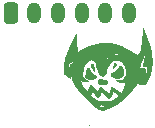
<source format=gbs>
G04 #@! TF.GenerationSoftware,KiCad,Pcbnew,8.0.5+1*
G04 #@! TF.CreationDate,2024-11-12T14:55:00+00:00*
G04 #@! TF.ProjectId,stepper-adapter,73746570-7065-4722-9d61-646170746572,rev?*
G04 #@! TF.SameCoordinates,Original*
G04 #@! TF.FileFunction,Soldermask,Bot*
G04 #@! TF.FilePolarity,Negative*
%FSLAX46Y46*%
G04 Gerber Fmt 4.6, Leading zero omitted, Abs format (unit mm)*
G04 Created by KiCad (PCBNEW 8.0.5+1) date 2024-11-12 14:55:00*
%MOMM*%
%LPD*%
G01*
G04 APERTURE LIST*
G04 Aperture macros list*
%AMRoundRect*
0 Rectangle with rounded corners*
0 $1 Rounding radius*
0 $2 $3 $4 $5 $6 $7 $8 $9 X,Y pos of 4 corners*
0 Add a 4 corners polygon primitive as box body*
4,1,4,$2,$3,$4,$5,$6,$7,$8,$9,$2,$3,0*
0 Add four circle primitives for the rounded corners*
1,1,$1+$1,$2,$3*
1,1,$1+$1,$4,$5*
1,1,$1+$1,$6,$7*
1,1,$1+$1,$8,$9*
0 Add four rect primitives between the rounded corners*
20,1,$1+$1,$2,$3,$4,$5,0*
20,1,$1+$1,$4,$5,$6,$7,0*
20,1,$1+$1,$6,$7,$8,$9,0*
20,1,$1+$1,$8,$9,$2,$3,0*%
G04 Aperture macros list end*
%ADD10C,0.010000*%
%ADD11RoundRect,0.250000X-0.350000X-0.650000X0.350000X-0.650000X0.350000X0.650000X-0.350000X0.650000X0*%
%ADD12O,1.200000X1.800000*%
G04 APERTURE END LIST*
D10*
X9597514Y-16423350D02*
X9600394Y-16427922D01*
X9602075Y-16432875D01*
X9600794Y-16433527D01*
X9597312Y-16430074D01*
X9594432Y-16425502D01*
X9592751Y-16420549D01*
X9594032Y-16419897D01*
X9597514Y-16423350D01*
G36*
X9597514Y-16423350D02*
G01*
X9600394Y-16427922D01*
X9602075Y-16432875D01*
X9600794Y-16433527D01*
X9597312Y-16430074D01*
X9594432Y-16425502D01*
X9592751Y-16420549D01*
X9594032Y-16419897D01*
X9597514Y-16423350D01*
G37*
X13755972Y-10462565D02*
X13758250Y-10465650D01*
X13757645Y-10467167D01*
X13753301Y-10468825D01*
X13751033Y-10468368D01*
X13750313Y-10465650D01*
X13750963Y-10464782D01*
X13755263Y-10462475D01*
X13755972Y-10462565D01*
G36*
X13755972Y-10462565D02*
G01*
X13758250Y-10465650D01*
X13757645Y-10467167D01*
X13753301Y-10468825D01*
X13751033Y-10468368D01*
X13750313Y-10465650D01*
X13750963Y-10464782D01*
X13755263Y-10462475D01*
X13755972Y-10462565D01*
G37*
X14134488Y-12142050D02*
X14132898Y-12143558D01*
X14127157Y-12145176D01*
X14126435Y-12145165D01*
X14123575Y-12144515D01*
X14126550Y-12142050D01*
X14130958Y-12139711D01*
X14134744Y-12139245D01*
X14134488Y-12142050D01*
G36*
X14134488Y-12142050D02*
G01*
X14132898Y-12143558D01*
X14127157Y-12145176D01*
X14126435Y-12145165D01*
X14123575Y-12144515D01*
X14126550Y-12142050D01*
X14130958Y-12139711D01*
X14134744Y-12139245D01*
X14134488Y-12142050D01*
G37*
X11787411Y-11202820D02*
X11802421Y-11204949D01*
X11826105Y-11213021D01*
X11847741Y-11226044D01*
X11866476Y-11243176D01*
X11881460Y-11263578D01*
X11891841Y-11286407D01*
X11896767Y-11310823D01*
X11897108Y-11320364D01*
X11896549Y-11331570D01*
X11895036Y-11339226D01*
X11892753Y-11343500D01*
X11886739Y-11352722D01*
X11877820Y-11365418D01*
X11866612Y-11380776D01*
X11853733Y-11397981D01*
X11839798Y-11416220D01*
X11825426Y-11434680D01*
X11811232Y-11452546D01*
X11797833Y-11469006D01*
X11785847Y-11483246D01*
X11768230Y-11503018D01*
X11748289Y-11523348D01*
X11727930Y-11541544D01*
X11705785Y-11558732D01*
X11680485Y-11576038D01*
X11650664Y-11594591D01*
X11638025Y-11602139D01*
X11626505Y-11608811D01*
X11618938Y-11612784D01*
X11614523Y-11614422D01*
X11612460Y-11614087D01*
X11611950Y-11612142D01*
X11612979Y-11608791D01*
X11616048Y-11600103D01*
X11620918Y-11586728D01*
X11627353Y-11569298D01*
X11635114Y-11548444D01*
X11643961Y-11524798D01*
X11653657Y-11498991D01*
X11663964Y-11471654D01*
X11674641Y-11443420D01*
X11685452Y-11414920D01*
X11696158Y-11386784D01*
X11706520Y-11359645D01*
X11716300Y-11334135D01*
X11725259Y-11310884D01*
X11733159Y-11290524D01*
X11739761Y-11273687D01*
X11741232Y-11269963D01*
X11748464Y-11251605D01*
X11754904Y-11235182D01*
X11760165Y-11221684D01*
X11763861Y-11212106D01*
X11765603Y-11207439D01*
X11766777Y-11205026D01*
X11769970Y-11202965D01*
X11776324Y-11202340D01*
X11787411Y-11202820D01*
G36*
X11787411Y-11202820D02*
G01*
X11802421Y-11204949D01*
X11826105Y-11213021D01*
X11847741Y-11226044D01*
X11866476Y-11243176D01*
X11881460Y-11263578D01*
X11891841Y-11286407D01*
X11896767Y-11310823D01*
X11897108Y-11320364D01*
X11896549Y-11331570D01*
X11895036Y-11339226D01*
X11892753Y-11343500D01*
X11886739Y-11352722D01*
X11877820Y-11365418D01*
X11866612Y-11380776D01*
X11853733Y-11397981D01*
X11839798Y-11416220D01*
X11825426Y-11434680D01*
X11811232Y-11452546D01*
X11797833Y-11469006D01*
X11785847Y-11483246D01*
X11768230Y-11503018D01*
X11748289Y-11523348D01*
X11727930Y-11541544D01*
X11705785Y-11558732D01*
X11680485Y-11576038D01*
X11650664Y-11594591D01*
X11638025Y-11602139D01*
X11626505Y-11608811D01*
X11618938Y-11612784D01*
X11614523Y-11614422D01*
X11612460Y-11614087D01*
X11611950Y-11612142D01*
X11612979Y-11608791D01*
X11616048Y-11600103D01*
X11620918Y-11586728D01*
X11627353Y-11569298D01*
X11635114Y-11548444D01*
X11643961Y-11524798D01*
X11653657Y-11498991D01*
X11663964Y-11471654D01*
X11674641Y-11443420D01*
X11685452Y-11414920D01*
X11696158Y-11386784D01*
X11706520Y-11359645D01*
X11716300Y-11334135D01*
X11725259Y-11310884D01*
X11733159Y-11290524D01*
X11739761Y-11273687D01*
X11741232Y-11269963D01*
X11748464Y-11251605D01*
X11754904Y-11235182D01*
X11760165Y-11221684D01*
X11763861Y-11212106D01*
X11765603Y-11207439D01*
X11766777Y-11205026D01*
X11769970Y-11202965D01*
X11776324Y-11202340D01*
X11787411Y-11202820D01*
G37*
X10559770Y-12538974D02*
X10572124Y-12539522D01*
X10584707Y-12540830D01*
X10598342Y-12543091D01*
X10613853Y-12546494D01*
X10632062Y-12551232D01*
X10653794Y-12557497D01*
X10679871Y-12565478D01*
X10711118Y-12575367D01*
X10727386Y-12580548D01*
X10765091Y-12592337D01*
X10797570Y-12602111D01*
X10825353Y-12609993D01*
X10848969Y-12616105D01*
X10868948Y-12620569D01*
X10885821Y-12623508D01*
X10900115Y-12625044D01*
X10912361Y-12625301D01*
X10923088Y-12624399D01*
X10953014Y-12621632D01*
X10987386Y-12622837D01*
X11019426Y-12629291D01*
X11049975Y-12641105D01*
X11053419Y-12642863D01*
X11071222Y-12654455D01*
X11089570Y-12669897D01*
X11106869Y-12687592D01*
X11121530Y-12705943D01*
X11131961Y-12723355D01*
X11143292Y-12752654D01*
X11150260Y-12785941D01*
X11151188Y-12819005D01*
X11146168Y-12851282D01*
X11135296Y-12882208D01*
X11118665Y-12911216D01*
X11096369Y-12937743D01*
X11077645Y-12953950D01*
X11049604Y-12971887D01*
X11018098Y-12986247D01*
X10984445Y-12996451D01*
X10949963Y-13001921D01*
X10949449Y-13001964D01*
X10934389Y-13002641D01*
X10919202Y-13002435D01*
X10907100Y-13001387D01*
X10905216Y-13001139D01*
X10895162Y-13000299D01*
X10880358Y-12999498D01*
X10862038Y-12998784D01*
X10841437Y-12998208D01*
X10819788Y-12997821D01*
X10780159Y-12996836D01*
X10737738Y-12994381D01*
X10699419Y-12990384D01*
X10664049Y-12984689D01*
X10630473Y-12977139D01*
X10597538Y-12967577D01*
X10592968Y-12966108D01*
X10572625Y-12959620D01*
X10551647Y-12952994D01*
X10532258Y-12946931D01*
X10516683Y-12942131D01*
X10500374Y-12936845D01*
X10470595Y-12924984D01*
X10445721Y-12911592D01*
X10424813Y-12896200D01*
X10409694Y-12881983D01*
X10386912Y-12854171D01*
X10369797Y-12823543D01*
X10358421Y-12790240D01*
X10352855Y-12754406D01*
X10352998Y-12724497D01*
X10358599Y-12691243D01*
X10369553Y-12659903D01*
X10385362Y-12631009D01*
X10405526Y-12605096D01*
X10429546Y-12582698D01*
X10456925Y-12564347D01*
X10487162Y-12550579D01*
X10519759Y-12541927D01*
X10554218Y-12538925D01*
X10559770Y-12538974D01*
G36*
X10559770Y-12538974D02*
G01*
X10572124Y-12539522D01*
X10584707Y-12540830D01*
X10598342Y-12543091D01*
X10613853Y-12546494D01*
X10632062Y-12551232D01*
X10653794Y-12557497D01*
X10679871Y-12565478D01*
X10711118Y-12575367D01*
X10727386Y-12580548D01*
X10765091Y-12592337D01*
X10797570Y-12602111D01*
X10825353Y-12609993D01*
X10848969Y-12616105D01*
X10868948Y-12620569D01*
X10885821Y-12623508D01*
X10900115Y-12625044D01*
X10912361Y-12625301D01*
X10923088Y-12624399D01*
X10953014Y-12621632D01*
X10987386Y-12622837D01*
X11019426Y-12629291D01*
X11049975Y-12641105D01*
X11053419Y-12642863D01*
X11071222Y-12654455D01*
X11089570Y-12669897D01*
X11106869Y-12687592D01*
X11121530Y-12705943D01*
X11131961Y-12723355D01*
X11143292Y-12752654D01*
X11150260Y-12785941D01*
X11151188Y-12819005D01*
X11146168Y-12851282D01*
X11135296Y-12882208D01*
X11118665Y-12911216D01*
X11096369Y-12937743D01*
X11077645Y-12953950D01*
X11049604Y-12971887D01*
X11018098Y-12986247D01*
X10984445Y-12996451D01*
X10949963Y-13001921D01*
X10949449Y-13001964D01*
X10934389Y-13002641D01*
X10919202Y-13002435D01*
X10907100Y-13001387D01*
X10905216Y-13001139D01*
X10895162Y-13000299D01*
X10880358Y-12999498D01*
X10862038Y-12998784D01*
X10841437Y-12998208D01*
X10819788Y-12997821D01*
X10780159Y-12996836D01*
X10737738Y-12994381D01*
X10699419Y-12990384D01*
X10664049Y-12984689D01*
X10630473Y-12977139D01*
X10597538Y-12967577D01*
X10592968Y-12966108D01*
X10572625Y-12959620D01*
X10551647Y-12952994D01*
X10532258Y-12946931D01*
X10516683Y-12942131D01*
X10500374Y-12936845D01*
X10470595Y-12924984D01*
X10445721Y-12911592D01*
X10424813Y-12896200D01*
X10409694Y-12881983D01*
X10386912Y-12854171D01*
X10369797Y-12823543D01*
X10358421Y-12790240D01*
X10352855Y-12754406D01*
X10352998Y-12724497D01*
X10358599Y-12691243D01*
X10369553Y-12659903D01*
X10385362Y-12631009D01*
X10405526Y-12605096D01*
X10429546Y-12582698D01*
X10456925Y-12564347D01*
X10487162Y-12550579D01*
X10519759Y-12541927D01*
X10554218Y-12538925D01*
X10559770Y-12538974D01*
G37*
X9908519Y-11291633D02*
X9914091Y-11293284D01*
X9918540Y-11296977D01*
X9922463Y-11303519D01*
X9926451Y-11313715D01*
X9931099Y-11328373D01*
X9937002Y-11348300D01*
X9937875Y-11351210D01*
X9943114Y-11367517D01*
X9950041Y-11387768D01*
X9958090Y-11410369D01*
X9966697Y-11433727D01*
X9975295Y-11456250D01*
X9978185Y-11463693D01*
X9986372Y-11485044D01*
X9994125Y-11505624D01*
X10000967Y-11524152D01*
X10006424Y-11539342D01*
X10010019Y-11549912D01*
X10010175Y-11550406D01*
X10013015Y-11560590D01*
X10016885Y-11576088D01*
X10021600Y-11596043D01*
X10026972Y-11619599D01*
X10032815Y-11645901D01*
X10038944Y-11674093D01*
X10045172Y-11703319D01*
X10051313Y-11732722D01*
X10057181Y-11761446D01*
X10062588Y-11788637D01*
X10067350Y-11813437D01*
X10068339Y-11818693D01*
X10071406Y-11834835D01*
X10074094Y-11848756D01*
X10076141Y-11859117D01*
X10077289Y-11864574D01*
X10077302Y-11869379D01*
X10073497Y-11876650D01*
X10070208Y-11879528D01*
X10066093Y-11881380D01*
X10061700Y-11880657D01*
X10056548Y-11876873D01*
X10050152Y-11869540D01*
X10042030Y-11858171D01*
X10031697Y-11842278D01*
X10018671Y-11821375D01*
X10006078Y-11801174D01*
X9992214Y-11779324D01*
X9978397Y-11757887D01*
X9965706Y-11738538D01*
X9955221Y-11722950D01*
X9946089Y-11709629D01*
X9926661Y-11681165D01*
X9910304Y-11656968D01*
X9896606Y-11636387D01*
X9885155Y-11618769D01*
X9875536Y-11603464D01*
X9867338Y-11589818D01*
X9860148Y-11577182D01*
X9853553Y-11564902D01*
X9847140Y-11552328D01*
X9845961Y-11549957D01*
X9835111Y-11527355D01*
X9824209Y-11503354D01*
X9813559Y-11478749D01*
X9803467Y-11454333D01*
X9794239Y-11430901D01*
X9786179Y-11409247D01*
X9779594Y-11390166D01*
X9774788Y-11374451D01*
X9772068Y-11362896D01*
X9771739Y-11356297D01*
X9775213Y-11349918D01*
X9782890Y-11340970D01*
X9793387Y-11330919D01*
X9805384Y-11320936D01*
X9817565Y-11312189D01*
X9828610Y-11305848D01*
X9849288Y-11297578D01*
X9870769Y-11292751D01*
X9894988Y-11291227D01*
X9901233Y-11291217D01*
X9908519Y-11291633D01*
G36*
X9908519Y-11291633D02*
G01*
X9914091Y-11293284D01*
X9918540Y-11296977D01*
X9922463Y-11303519D01*
X9926451Y-11313715D01*
X9931099Y-11328373D01*
X9937002Y-11348300D01*
X9937875Y-11351210D01*
X9943114Y-11367517D01*
X9950041Y-11387768D01*
X9958090Y-11410369D01*
X9966697Y-11433727D01*
X9975295Y-11456250D01*
X9978185Y-11463693D01*
X9986372Y-11485044D01*
X9994125Y-11505624D01*
X10000967Y-11524152D01*
X10006424Y-11539342D01*
X10010019Y-11549912D01*
X10010175Y-11550406D01*
X10013015Y-11560590D01*
X10016885Y-11576088D01*
X10021600Y-11596043D01*
X10026972Y-11619599D01*
X10032815Y-11645901D01*
X10038944Y-11674093D01*
X10045172Y-11703319D01*
X10051313Y-11732722D01*
X10057181Y-11761446D01*
X10062588Y-11788637D01*
X10067350Y-11813437D01*
X10068339Y-11818693D01*
X10071406Y-11834835D01*
X10074094Y-11848756D01*
X10076141Y-11859117D01*
X10077289Y-11864574D01*
X10077302Y-11869379D01*
X10073497Y-11876650D01*
X10070208Y-11879528D01*
X10066093Y-11881380D01*
X10061700Y-11880657D01*
X10056548Y-11876873D01*
X10050152Y-11869540D01*
X10042030Y-11858171D01*
X10031697Y-11842278D01*
X10018671Y-11821375D01*
X10006078Y-11801174D01*
X9992214Y-11779324D01*
X9978397Y-11757887D01*
X9965706Y-11738538D01*
X9955221Y-11722950D01*
X9946089Y-11709629D01*
X9926661Y-11681165D01*
X9910304Y-11656968D01*
X9896606Y-11636387D01*
X9885155Y-11618769D01*
X9875536Y-11603464D01*
X9867338Y-11589818D01*
X9860148Y-11577182D01*
X9853553Y-11564902D01*
X9847140Y-11552328D01*
X9845961Y-11549957D01*
X9835111Y-11527355D01*
X9824209Y-11503354D01*
X9813559Y-11478749D01*
X9803467Y-11454333D01*
X9794239Y-11430901D01*
X9786179Y-11409247D01*
X9779594Y-11390166D01*
X9774788Y-11374451D01*
X9772068Y-11362896D01*
X9771739Y-11356297D01*
X9775213Y-11349918D01*
X9782890Y-11340970D01*
X9793387Y-11330919D01*
X9805384Y-11320936D01*
X9817565Y-11312189D01*
X9828610Y-11305848D01*
X9849288Y-11297578D01*
X9870769Y-11292751D01*
X9894988Y-11291227D01*
X9901233Y-11291217D01*
X9908519Y-11291633D01*
G37*
X12230771Y-11424095D02*
X12245120Y-11428736D01*
X12264301Y-11436982D01*
X12288473Y-11448888D01*
X12294934Y-11452300D01*
X12318313Y-11465963D01*
X12341688Y-11481473D01*
X12364106Y-11498057D01*
X12384617Y-11514946D01*
X12402271Y-11531368D01*
X12416116Y-11546554D01*
X12425202Y-11559732D01*
X12429165Y-11568698D01*
X12434030Y-11582208D01*
X12439094Y-11598258D01*
X12443736Y-11615000D01*
X12447190Y-11628318D01*
X12452445Y-11648282D01*
X12458462Y-11670906D01*
X12464740Y-11694306D01*
X12470777Y-11716600D01*
X12480732Y-11753557D01*
X12489235Y-11786190D01*
X12496232Y-11814539D01*
X12501906Y-11839507D01*
X12506437Y-11861994D01*
X12510008Y-11882905D01*
X12512800Y-11903141D01*
X12514995Y-11923605D01*
X12516774Y-11945200D01*
X12517748Y-11958875D01*
X12519814Y-11989880D01*
X12521603Y-12019561D01*
X12523084Y-12047201D01*
X12524227Y-12072086D01*
X12524999Y-12093501D01*
X12525371Y-12110731D01*
X12525311Y-12123060D01*
X12524789Y-12129774D01*
X12523992Y-12132658D01*
X12520385Y-12142113D01*
X12514902Y-12154330D01*
X12508377Y-12167396D01*
X12485207Y-12207068D01*
X12452375Y-12252214D01*
X12415024Y-12293005D01*
X12373296Y-12329342D01*
X12327338Y-12361128D01*
X12277293Y-12388265D01*
X12223304Y-12410656D01*
X12165517Y-12428204D01*
X12104075Y-12440811D01*
X12092693Y-12442495D01*
X12078321Y-12444127D01*
X12063192Y-12445178D01*
X12045909Y-12445710D01*
X12025078Y-12445785D01*
X11999300Y-12445465D01*
X11993569Y-12445359D01*
X11964259Y-12444484D01*
X11939318Y-12442942D01*
X11917072Y-12440448D01*
X11895843Y-12436718D01*
X11873956Y-12431466D01*
X11849734Y-12424408D01*
X11821500Y-12415258D01*
X11817233Y-12413850D01*
X11797906Y-12407834D01*
X11778363Y-12402249D01*
X11760669Y-12397666D01*
X11746888Y-12394656D01*
X11720090Y-12388789D01*
X11675235Y-12374395D01*
X11630915Y-12354238D01*
X11586479Y-12328049D01*
X11583340Y-12325971D01*
X11549184Y-12300063D01*
X11520390Y-12271485D01*
X11496354Y-12239645D01*
X11496158Y-12239342D01*
X11484129Y-12219816D01*
X11472953Y-12199864D01*
X11463066Y-12180445D01*
X11454905Y-12162514D01*
X11448905Y-12147030D01*
X11445503Y-12134949D01*
X11445134Y-12127229D01*
X11447183Y-12123580D01*
X11453215Y-12116193D01*
X11462121Y-12106747D01*
X11472844Y-12096419D01*
X11484065Y-12086545D01*
X11496904Y-12076850D01*
X11510175Y-12069072D01*
X11525339Y-12062492D01*
X11543858Y-12056392D01*
X11567192Y-12050053D01*
X11582293Y-12045720D01*
X11611212Y-12035306D01*
X11640091Y-12022533D01*
X11665925Y-12008661D01*
X11678388Y-12001693D01*
X11694631Y-11993515D01*
X11709664Y-11986753D01*
X11710024Y-11986604D01*
X11724652Y-11979721D01*
X11740796Y-11970901D01*
X11755024Y-11962014D01*
X11758245Y-11959829D01*
X11770579Y-11951624D01*
X11786061Y-11941498D01*
X11803029Y-11930529D01*
X11819826Y-11919800D01*
X11833757Y-11910791D01*
X11847039Y-11901670D01*
X11859380Y-11892419D01*
X11871654Y-11882280D01*
X11884734Y-11870494D01*
X11899492Y-11856307D01*
X11916801Y-11838959D01*
X11937536Y-11817693D01*
X11951127Y-11803283D01*
X11973152Y-11778357D01*
X11996026Y-11750519D01*
X12020036Y-11719374D01*
X12045466Y-11684527D01*
X12072602Y-11645584D01*
X12101730Y-11602149D01*
X12133136Y-11553828D01*
X12167103Y-11500227D01*
X12178851Y-11481607D01*
X12190174Y-11463896D01*
X12200118Y-11448584D01*
X12208190Y-11436418D01*
X12213900Y-11428149D01*
X12216755Y-11424527D01*
X12221094Y-11423005D01*
X12230771Y-11424095D01*
G36*
X12230771Y-11424095D02*
G01*
X12245120Y-11428736D01*
X12264301Y-11436982D01*
X12288473Y-11448888D01*
X12294934Y-11452300D01*
X12318313Y-11465963D01*
X12341688Y-11481473D01*
X12364106Y-11498057D01*
X12384617Y-11514946D01*
X12402271Y-11531368D01*
X12416116Y-11546554D01*
X12425202Y-11559732D01*
X12429165Y-11568698D01*
X12434030Y-11582208D01*
X12439094Y-11598258D01*
X12443736Y-11615000D01*
X12447190Y-11628318D01*
X12452445Y-11648282D01*
X12458462Y-11670906D01*
X12464740Y-11694306D01*
X12470777Y-11716600D01*
X12480732Y-11753557D01*
X12489235Y-11786190D01*
X12496232Y-11814539D01*
X12501906Y-11839507D01*
X12506437Y-11861994D01*
X12510008Y-11882905D01*
X12512800Y-11903141D01*
X12514995Y-11923605D01*
X12516774Y-11945200D01*
X12517748Y-11958875D01*
X12519814Y-11989880D01*
X12521603Y-12019561D01*
X12523084Y-12047201D01*
X12524227Y-12072086D01*
X12524999Y-12093501D01*
X12525371Y-12110731D01*
X12525311Y-12123060D01*
X12524789Y-12129774D01*
X12523992Y-12132658D01*
X12520385Y-12142113D01*
X12514902Y-12154330D01*
X12508377Y-12167396D01*
X12485207Y-12207068D01*
X12452375Y-12252214D01*
X12415024Y-12293005D01*
X12373296Y-12329342D01*
X12327338Y-12361128D01*
X12277293Y-12388265D01*
X12223304Y-12410656D01*
X12165517Y-12428204D01*
X12104075Y-12440811D01*
X12092693Y-12442495D01*
X12078321Y-12444127D01*
X12063192Y-12445178D01*
X12045909Y-12445710D01*
X12025078Y-12445785D01*
X11999300Y-12445465D01*
X11993569Y-12445359D01*
X11964259Y-12444484D01*
X11939318Y-12442942D01*
X11917072Y-12440448D01*
X11895843Y-12436718D01*
X11873956Y-12431466D01*
X11849734Y-12424408D01*
X11821500Y-12415258D01*
X11817233Y-12413850D01*
X11797906Y-12407834D01*
X11778363Y-12402249D01*
X11760669Y-12397666D01*
X11746888Y-12394656D01*
X11720090Y-12388789D01*
X11675235Y-12374395D01*
X11630915Y-12354238D01*
X11586479Y-12328049D01*
X11583340Y-12325971D01*
X11549184Y-12300063D01*
X11520390Y-12271485D01*
X11496354Y-12239645D01*
X11496158Y-12239342D01*
X11484129Y-12219816D01*
X11472953Y-12199864D01*
X11463066Y-12180445D01*
X11454905Y-12162514D01*
X11448905Y-12147030D01*
X11445503Y-12134949D01*
X11445134Y-12127229D01*
X11447183Y-12123580D01*
X11453215Y-12116193D01*
X11462121Y-12106747D01*
X11472844Y-12096419D01*
X11484065Y-12086545D01*
X11496904Y-12076850D01*
X11510175Y-12069072D01*
X11525339Y-12062492D01*
X11543858Y-12056392D01*
X11567192Y-12050053D01*
X11582293Y-12045720D01*
X11611212Y-12035306D01*
X11640091Y-12022533D01*
X11665925Y-12008661D01*
X11678388Y-12001693D01*
X11694631Y-11993515D01*
X11709664Y-11986753D01*
X11710024Y-11986604D01*
X11724652Y-11979721D01*
X11740796Y-11970901D01*
X11755024Y-11962014D01*
X11758245Y-11959829D01*
X11770579Y-11951624D01*
X11786061Y-11941498D01*
X11803029Y-11930529D01*
X11819826Y-11919800D01*
X11833757Y-11910791D01*
X11847039Y-11901670D01*
X11859380Y-11892419D01*
X11871654Y-11882280D01*
X11884734Y-11870494D01*
X11899492Y-11856307D01*
X11916801Y-11838959D01*
X11937536Y-11817693D01*
X11951127Y-11803283D01*
X11973152Y-11778357D01*
X11996026Y-11750519D01*
X12020036Y-11719374D01*
X12045466Y-11684527D01*
X12072602Y-11645584D01*
X12101730Y-11602149D01*
X12133136Y-11553828D01*
X12167103Y-11500227D01*
X12178851Y-11481607D01*
X12190174Y-11463896D01*
X12200118Y-11448584D01*
X12208190Y-11436418D01*
X12213900Y-11428149D01*
X12216755Y-11424527D01*
X12221094Y-11423005D01*
X12230771Y-11424095D01*
G37*
X9518899Y-11584171D02*
X9548485Y-11590632D01*
X9574092Y-11601286D01*
X9577171Y-11603001D01*
X9585505Y-11608716D01*
X9590448Y-11615173D01*
X9594006Y-11624735D01*
X9594536Y-11626396D01*
X9598250Y-11636210D01*
X9604259Y-11650586D01*
X9612150Y-11668625D01*
X9621511Y-11689426D01*
X9631928Y-11712087D01*
X9642988Y-11735709D01*
X9654278Y-11759390D01*
X9665386Y-11782231D01*
X9675898Y-11803329D01*
X9677524Y-11806497D01*
X9686858Y-11823647D01*
X9698667Y-11844100D01*
X9712010Y-11866287D01*
X9725947Y-11888639D01*
X9739539Y-11909587D01*
X9753390Y-11930252D01*
X9765411Y-11947613D01*
X9776013Y-11962033D01*
X9786191Y-11974753D01*
X9796942Y-11987016D01*
X9809261Y-12000063D01*
X9824142Y-12015136D01*
X9837266Y-12028009D01*
X9852218Y-12042122D01*
X9866130Y-12054711D01*
X9877878Y-12064761D01*
X9886338Y-12071259D01*
X9896209Y-12078818D01*
X9908197Y-12089817D01*
X9917569Y-12100348D01*
X9924438Y-12108892D01*
X9944930Y-12130273D01*
X9969686Y-12151516D01*
X9997362Y-12171426D01*
X10002970Y-12175193D01*
X10019435Y-12186933D01*
X10036240Y-12199701D01*
X10050503Y-12211333D01*
X10056702Y-12216537D01*
X10079664Y-12233893D01*
X10106015Y-12250963D01*
X10136687Y-12268321D01*
X10172613Y-12286540D01*
X10182417Y-12291346D01*
X10198024Y-12299462D01*
X10208627Y-12306016D01*
X10214792Y-12311606D01*
X10217086Y-12316832D01*
X10216076Y-12322296D01*
X10212329Y-12328598D01*
X10206097Y-12336158D01*
X10195460Y-12347339D01*
X10181948Y-12360510D01*
X10166668Y-12374647D01*
X10150727Y-12388731D01*
X10135232Y-12401738D01*
X10121288Y-12412649D01*
X10105344Y-12423964D01*
X10078964Y-12441006D01*
X10050826Y-12457552D01*
X10023087Y-12472353D01*
X9997908Y-12484156D01*
X9979873Y-12491541D01*
X9925803Y-12510505D01*
X9869142Y-12526097D01*
X9812056Y-12537770D01*
X9756707Y-12544979D01*
X9714935Y-12547496D01*
X9675128Y-12546988D01*
X9637423Y-12543095D01*
X9600038Y-12535628D01*
X9561195Y-12524401D01*
X9543403Y-12518231D01*
X9513124Y-12505822D01*
X9484783Y-12491348D01*
X9457343Y-12474130D01*
X9429769Y-12453489D01*
X9401024Y-12428747D01*
X9370072Y-12399225D01*
X9368368Y-12397531D01*
X9353621Y-12382609D01*
X9339902Y-12368280D01*
X9328094Y-12355501D01*
X9319081Y-12345227D01*
X9313749Y-12338412D01*
X9303841Y-12323636D01*
X9311427Y-12281262D01*
X9314247Y-12266558D01*
X9318613Y-12245663D01*
X9323794Y-12222224D01*
X9329366Y-12198160D01*
X9334903Y-12175387D01*
X9339836Y-12155148D01*
X9345299Y-12131633D01*
X9350369Y-12108744D01*
X9354639Y-12088320D01*
X9357702Y-12072200D01*
X9358246Y-12069109D01*
X9362100Y-12048721D01*
X9366492Y-12027545D01*
X9371096Y-12006990D01*
X9375586Y-11988463D01*
X9379636Y-11973374D01*
X9382922Y-11963133D01*
X9382980Y-11962978D01*
X9386238Y-11952039D01*
X9389663Y-11936785D01*
X9392893Y-11919191D01*
X9395564Y-11901229D01*
X9397314Y-11884875D01*
X9398208Y-11873909D01*
X9399782Y-11857530D01*
X9401633Y-11843096D01*
X9404078Y-11828583D01*
X9407437Y-11811963D01*
X9412027Y-11791212D01*
X9414532Y-11779230D01*
X9418760Y-11754989D01*
X9422290Y-11729790D01*
X9424608Y-11707075D01*
X9425770Y-11693862D01*
X9428116Y-11673220D01*
X9431005Y-11652595D01*
X9434219Y-11633249D01*
X9437544Y-11616443D01*
X9440765Y-11603441D01*
X9443664Y-11595504D01*
X9444689Y-11593764D01*
X9450248Y-11588110D01*
X9458850Y-11584494D01*
X9471565Y-11582602D01*
X9489463Y-11582124D01*
X9518899Y-11584171D01*
G36*
X9518899Y-11584171D02*
G01*
X9548485Y-11590632D01*
X9574092Y-11601286D01*
X9577171Y-11603001D01*
X9585505Y-11608716D01*
X9590448Y-11615173D01*
X9594006Y-11624735D01*
X9594536Y-11626396D01*
X9598250Y-11636210D01*
X9604259Y-11650586D01*
X9612150Y-11668625D01*
X9621511Y-11689426D01*
X9631928Y-11712087D01*
X9642988Y-11735709D01*
X9654278Y-11759390D01*
X9665386Y-11782231D01*
X9675898Y-11803329D01*
X9677524Y-11806497D01*
X9686858Y-11823647D01*
X9698667Y-11844100D01*
X9712010Y-11866287D01*
X9725947Y-11888639D01*
X9739539Y-11909587D01*
X9753390Y-11930252D01*
X9765411Y-11947613D01*
X9776013Y-11962033D01*
X9786191Y-11974753D01*
X9796942Y-11987016D01*
X9809261Y-12000063D01*
X9824142Y-12015136D01*
X9837266Y-12028009D01*
X9852218Y-12042122D01*
X9866130Y-12054711D01*
X9877878Y-12064761D01*
X9886338Y-12071259D01*
X9896209Y-12078818D01*
X9908197Y-12089817D01*
X9917569Y-12100348D01*
X9924438Y-12108892D01*
X9944930Y-12130273D01*
X9969686Y-12151516D01*
X9997362Y-12171426D01*
X10002970Y-12175193D01*
X10019435Y-12186933D01*
X10036240Y-12199701D01*
X10050503Y-12211333D01*
X10056702Y-12216537D01*
X10079664Y-12233893D01*
X10106015Y-12250963D01*
X10136687Y-12268321D01*
X10172613Y-12286540D01*
X10182417Y-12291346D01*
X10198024Y-12299462D01*
X10208627Y-12306016D01*
X10214792Y-12311606D01*
X10217086Y-12316832D01*
X10216076Y-12322296D01*
X10212329Y-12328598D01*
X10206097Y-12336158D01*
X10195460Y-12347339D01*
X10181948Y-12360510D01*
X10166668Y-12374647D01*
X10150727Y-12388731D01*
X10135232Y-12401738D01*
X10121288Y-12412649D01*
X10105344Y-12423964D01*
X10078964Y-12441006D01*
X10050826Y-12457552D01*
X10023087Y-12472353D01*
X9997908Y-12484156D01*
X9979873Y-12491541D01*
X9925803Y-12510505D01*
X9869142Y-12526097D01*
X9812056Y-12537770D01*
X9756707Y-12544979D01*
X9714935Y-12547496D01*
X9675128Y-12546988D01*
X9637423Y-12543095D01*
X9600038Y-12535628D01*
X9561195Y-12524401D01*
X9543403Y-12518231D01*
X9513124Y-12505822D01*
X9484783Y-12491348D01*
X9457343Y-12474130D01*
X9429769Y-12453489D01*
X9401024Y-12428747D01*
X9370072Y-12399225D01*
X9368368Y-12397531D01*
X9353621Y-12382609D01*
X9339902Y-12368280D01*
X9328094Y-12355501D01*
X9319081Y-12345227D01*
X9313749Y-12338412D01*
X9303841Y-12323636D01*
X9311427Y-12281262D01*
X9314247Y-12266558D01*
X9318613Y-12245663D01*
X9323794Y-12222224D01*
X9329366Y-12198160D01*
X9334903Y-12175387D01*
X9339836Y-12155148D01*
X9345299Y-12131633D01*
X9350369Y-12108744D01*
X9354639Y-12088320D01*
X9357702Y-12072200D01*
X9358246Y-12069109D01*
X9362100Y-12048721D01*
X9366492Y-12027545D01*
X9371096Y-12006990D01*
X9375586Y-11988463D01*
X9379636Y-11973374D01*
X9382922Y-11963133D01*
X9382980Y-11962978D01*
X9386238Y-11952039D01*
X9389663Y-11936785D01*
X9392893Y-11919191D01*
X9395564Y-11901229D01*
X9397314Y-11884875D01*
X9398208Y-11873909D01*
X9399782Y-11857530D01*
X9401633Y-11843096D01*
X9404078Y-11828583D01*
X9407437Y-11811963D01*
X9412027Y-11791212D01*
X9414532Y-11779230D01*
X9418760Y-11754989D01*
X9422290Y-11729790D01*
X9424608Y-11707075D01*
X9425770Y-11693862D01*
X9428116Y-11673220D01*
X9431005Y-11652595D01*
X9434219Y-11633249D01*
X9437544Y-11616443D01*
X9440765Y-11603441D01*
X9443664Y-11595504D01*
X9444689Y-11593764D01*
X9450248Y-11588110D01*
X9458850Y-11584494D01*
X9471565Y-11582602D01*
X9489463Y-11582124D01*
X9518899Y-11584171D01*
G37*
X12830902Y-10041041D02*
X12870619Y-10063489D01*
X12913070Y-10087025D01*
X12959738Y-10112504D01*
X12978755Y-10122859D01*
X13002563Y-10135907D01*
X13025913Y-10148788D01*
X13047523Y-10160792D01*
X13066110Y-10171208D01*
X13080388Y-10179324D01*
X13087082Y-10183170D01*
X13113999Y-10198502D01*
X13140308Y-10213240D01*
X13168096Y-10228548D01*
X13199450Y-10245585D01*
X13206592Y-10249452D01*
X13225089Y-10259546D01*
X13238514Y-10267020D01*
X13247289Y-10272113D01*
X13251838Y-10275063D01*
X13253800Y-10276370D01*
X13260458Y-10280339D01*
X13269300Y-10285316D01*
X13272646Y-10287152D01*
X13290735Y-10297105D01*
X13304255Y-10304604D01*
X13314080Y-10310150D01*
X13321083Y-10314240D01*
X13326137Y-10317374D01*
X13330116Y-10320049D01*
X13330529Y-10320337D01*
X13336709Y-10324311D01*
X13340176Y-10325949D01*
X13340183Y-10325950D01*
X13343443Y-10327510D01*
X13351015Y-10331697D01*
X13361778Y-10337879D01*
X13374611Y-10345420D01*
X13377258Y-10346988D01*
X13399171Y-10359620D01*
X13416620Y-10368926D01*
X13430254Y-10375208D01*
X13440726Y-10378769D01*
X13448688Y-10379913D01*
X13456819Y-10380971D01*
X13466150Y-10384184D01*
X13471064Y-10386774D01*
X13480741Y-10391831D01*
X13491550Y-10397448D01*
X13499014Y-10401452D01*
X13511479Y-10408596D01*
X13521713Y-10414967D01*
X13522219Y-10415301D01*
X13530374Y-10420213D01*
X13542511Y-10427024D01*
X13557076Y-10434876D01*
X13572513Y-10442915D01*
X13574296Y-10443833D01*
X13592223Y-10453554D01*
X13612693Y-10465346D01*
X13633318Y-10477806D01*
X13651711Y-10489528D01*
X13668566Y-10500282D01*
X13684927Y-10509871D01*
X13698146Y-10516649D01*
X13707273Y-10520091D01*
X13707469Y-10520137D01*
X13717792Y-10523392D01*
X13730855Y-10528544D01*
X13743880Y-10534501D01*
X13745387Y-10535245D01*
X13760560Y-10541923D01*
X13772436Y-10545096D01*
X13782681Y-10545017D01*
X13792960Y-10541939D01*
X13794748Y-10541101D01*
X13799592Y-10537706D01*
X13804835Y-10532101D01*
X13810954Y-10523588D01*
X13818423Y-10511465D01*
X13827716Y-10495031D01*
X13839310Y-10473587D01*
X13841928Y-10468770D01*
X13851447Y-10452215D01*
X13861769Y-10435361D01*
X13871079Y-10421200D01*
X13875987Y-10414062D01*
X13884810Y-10400676D01*
X13892355Y-10388101D01*
X13899052Y-10375349D01*
X13905331Y-10361430D01*
X13911620Y-10345355D01*
X13918348Y-10326137D01*
X13925944Y-10302785D01*
X13934839Y-10274311D01*
X13936149Y-10270062D01*
X13953293Y-10212380D01*
X13969389Y-10154150D01*
X13984664Y-10094406D01*
X13999348Y-10032182D01*
X14013669Y-9966514D01*
X14027855Y-9896435D01*
X14042134Y-9820980D01*
X14047557Y-9790434D01*
X14055166Y-9744618D01*
X14063077Y-9693953D01*
X14071179Y-9639287D01*
X14079367Y-9581467D01*
X14087532Y-9521342D01*
X14095565Y-9459759D01*
X14103359Y-9397568D01*
X14110807Y-9335615D01*
X14117800Y-9274750D01*
X14124230Y-9215821D01*
X14129989Y-9159674D01*
X14134970Y-9107160D01*
X14139065Y-9059125D01*
X14143375Y-9002597D01*
X14147773Y-8939942D01*
X14151919Y-8875784D01*
X14155774Y-8810906D01*
X14159303Y-8746091D01*
X14162468Y-8682120D01*
X14165233Y-8619776D01*
X14167562Y-8559840D01*
X14169418Y-8503096D01*
X14170765Y-8450325D01*
X14171565Y-8402309D01*
X14171782Y-8359831D01*
X14171772Y-8348902D01*
X14171849Y-8325603D01*
X14172051Y-8304822D01*
X14172362Y-8287324D01*
X14172766Y-8273877D01*
X14173247Y-8265247D01*
X14173791Y-8262200D01*
X14174699Y-8262568D01*
X14178770Y-8267156D01*
X14184715Y-8276202D01*
X14192030Y-8288714D01*
X14200206Y-8303699D01*
X14208737Y-8320164D01*
X14217117Y-8337116D01*
X14224838Y-8353562D01*
X14231394Y-8368509D01*
X14236278Y-8380964D01*
X14238983Y-8389935D01*
X14239108Y-8390519D01*
X14242786Y-8403753D01*
X14248237Y-8419204D01*
X14254330Y-8433650D01*
X14255991Y-8437274D01*
X14262617Y-8452897D01*
X14269489Y-8470532D01*
X14275359Y-8487014D01*
X14276690Y-8490940D01*
X14283050Y-8508566D01*
X14290147Y-8526910D01*
X14296679Y-8542577D01*
X14302147Y-8555191D01*
X14313787Y-8583099D01*
X14326166Y-8613930D01*
X14338478Y-8645628D01*
X14349919Y-8676139D01*
X14359682Y-8703407D01*
X14361070Y-8707362D01*
X14368473Y-8727477D01*
X14377302Y-8750280D01*
X14386568Y-8773257D01*
X14395280Y-8793895D01*
X14405526Y-8817633D01*
X14424181Y-8862033D01*
X14440382Y-8902278D01*
X14453988Y-8938009D01*
X14464862Y-8968868D01*
X14472863Y-8994494D01*
X14477848Y-9011034D01*
X14485711Y-9035144D01*
X14495133Y-9062523D01*
X14505610Y-9091763D01*
X14516637Y-9121460D01*
X14527707Y-9150206D01*
X14538315Y-9176595D01*
X14541526Y-9184548D01*
X14545899Y-9195863D01*
X14550949Y-9209449D01*
X14556865Y-9225841D01*
X14563835Y-9245577D01*
X14572050Y-9269193D01*
X14581698Y-9297225D01*
X14592969Y-9330211D01*
X14606052Y-9368687D01*
X14613412Y-9389967D01*
X14621626Y-9412987D01*
X14629785Y-9435211D01*
X14637248Y-9454893D01*
X14643373Y-9470287D01*
X14649393Y-9485224D01*
X14656532Y-9503797D01*
X14662938Y-9521309D01*
X14667718Y-9535375D01*
X14668330Y-9537293D01*
X14673631Y-9553521D01*
X14679321Y-9570406D01*
X14684270Y-9584587D01*
X14686340Y-9590520D01*
X14690676Y-9603356D01*
X14696301Y-9620315D01*
X14702842Y-9640265D01*
X14709928Y-9662071D01*
X14717185Y-9684600D01*
X14723033Y-9702709D01*
X14729557Y-9722587D01*
X14735357Y-9739913D01*
X14740136Y-9753812D01*
X14743596Y-9763407D01*
X14745439Y-9767824D01*
X14747055Y-9771248D01*
X14750473Y-9780991D01*
X14755122Y-9796404D01*
X14761053Y-9817660D01*
X14768319Y-9844937D01*
X14771155Y-9857290D01*
X14773340Y-9869974D01*
X14774196Y-9879418D01*
X14774258Y-9880679D01*
X14775730Y-9889358D01*
X14778866Y-9902148D01*
X14783268Y-9917536D01*
X14788538Y-9934007D01*
X14790156Y-9938837D01*
X14795132Y-9954201D01*
X14799155Y-9967382D01*
X14801845Y-9977109D01*
X14802826Y-9982110D01*
X14802849Y-9982618D01*
X14803780Y-9988725D01*
X14805864Y-9999412D01*
X14808828Y-10013328D01*
X14812396Y-10029120D01*
X14814198Y-10036935D01*
X14832810Y-10123756D01*
X14849960Y-10215101D01*
X14865390Y-10309399D01*
X14878841Y-10405080D01*
X14890055Y-10500575D01*
X14891129Y-10511193D01*
X14892981Y-10530698D01*
X14895180Y-10554870D01*
X14897645Y-10582742D01*
X14900293Y-10613347D01*
X14903044Y-10645717D01*
X14905816Y-10678884D01*
X14908528Y-10711883D01*
X14911098Y-10743745D01*
X14913446Y-10773502D01*
X14915490Y-10800189D01*
X14917149Y-10822837D01*
X14918969Y-10851886D01*
X14921098Y-10897481D01*
X14922709Y-10947408D01*
X14923805Y-11000499D01*
X14924384Y-11055586D01*
X14924448Y-11111501D01*
X14923997Y-11167074D01*
X14923030Y-11221137D01*
X14921548Y-11272523D01*
X14919551Y-11320062D01*
X14917040Y-11362587D01*
X14915073Y-11389056D01*
X14908710Y-11460152D01*
X14900690Y-11533543D01*
X14891172Y-11608269D01*
X14880318Y-11683370D01*
X14868286Y-11757885D01*
X14858970Y-11809979D01*
X14855238Y-11830855D01*
X14841333Y-11901319D01*
X14826731Y-11968317D01*
X14811592Y-12030889D01*
X14796077Y-12088075D01*
X14791618Y-12103189D01*
X14782282Y-12133490D01*
X14771669Y-12166584D01*
X14760438Y-12200472D01*
X14749243Y-12233156D01*
X14738740Y-12262639D01*
X14730149Y-12285810D01*
X14719514Y-12313358D01*
X14708687Y-12339965D01*
X14697375Y-12366202D01*
X14685286Y-12392643D01*
X14672128Y-12419859D01*
X14657607Y-12448425D01*
X14641432Y-12478912D01*
X14623310Y-12511893D01*
X14602949Y-12547941D01*
X14580056Y-12587629D01*
X14554340Y-12631528D01*
X14525506Y-12680212D01*
X14524422Y-12682035D01*
X14507374Y-12710720D01*
X14489509Y-12740809D01*
X14471506Y-12771159D01*
X14454041Y-12800626D01*
X14437793Y-12828068D01*
X14423439Y-12852340D01*
X14411656Y-12872300D01*
X14402779Y-12887203D01*
X14390042Y-12908030D01*
X14378448Y-12926336D01*
X14368488Y-12941366D01*
X14360653Y-12952367D01*
X14355434Y-12958584D01*
X14351336Y-12962231D01*
X14340667Y-12969436D01*
X14327865Y-12974792D01*
X14311886Y-12978578D01*
X14291687Y-12981075D01*
X14266223Y-12982564D01*
X14255459Y-12982916D01*
X14236919Y-12983069D01*
X14221154Y-12982327D01*
X14205786Y-12980538D01*
X14188435Y-12977548D01*
X14182060Y-12976385D01*
X14164176Y-12973425D01*
X14143049Y-12970232D01*
X14120804Y-12967121D01*
X14099563Y-12964405D01*
X14092922Y-12963601D01*
X14069049Y-12960654D01*
X14043488Y-12957432D01*
X14018905Y-12954271D01*
X13997963Y-12951511D01*
X13996195Y-12951273D01*
X13950402Y-12945097D01*
X13910398Y-12939622D01*
X13875688Y-12934751D01*
X13845779Y-12930385D01*
X13820178Y-12926428D01*
X13798391Y-12922782D01*
X13779926Y-12919350D01*
X13764288Y-12916035D01*
X13750984Y-12912738D01*
X13739521Y-12909363D01*
X13729406Y-12905813D01*
X13720144Y-12901989D01*
X13711244Y-12897795D01*
X13702210Y-12893133D01*
X13698348Y-12891057D01*
X13688692Y-12885894D01*
X13681605Y-12882968D01*
X13676072Y-12882787D01*
X13671079Y-12885860D01*
X13665610Y-12892694D01*
X13658651Y-12903797D01*
X13649186Y-12919678D01*
X13647834Y-12921942D01*
X13639716Y-12936204D01*
X13634629Y-12946867D01*
X13631999Y-12955321D01*
X13631250Y-12962952D01*
X13631049Y-12968627D01*
X13629403Y-12975096D01*
X13625044Y-12980903D01*
X13616731Y-12988207D01*
X13610612Y-12993666D01*
X13603347Y-13001497D01*
X13599357Y-13007613D01*
X13599344Y-13007649D01*
X13596471Y-13013189D01*
X13590824Y-13022635D01*
X13583213Y-13034675D01*
X13574449Y-13047993D01*
X13568590Y-13056553D01*
X13557875Y-13070946D01*
X13549422Y-13080227D01*
X13542882Y-13084804D01*
X13538055Y-13087614D01*
X13529521Y-13094653D01*
X13521191Y-13103439D01*
X13513326Y-13112891D01*
X13502756Y-13125515D01*
X13491547Y-13138838D01*
X13480485Y-13151931D01*
X13470355Y-13163866D01*
X13461944Y-13173716D01*
X13456037Y-13180553D01*
X13453421Y-13183450D01*
X13452373Y-13184429D01*
X13446454Y-13190942D01*
X13438087Y-13201018D01*
X13428251Y-13213392D01*
X13417924Y-13226798D01*
X13408084Y-13239972D01*
X13399711Y-13251649D01*
X13393782Y-13260562D01*
X13368183Y-13297590D01*
X13334671Y-13336041D01*
X13297125Y-13369870D01*
X13292260Y-13374051D01*
X13281141Y-13385069D01*
X13269290Y-13398287D01*
X13258566Y-13411690D01*
X13252358Y-13419968D01*
X13243467Y-13431598D01*
X13236009Y-13441098D01*
X13231146Y-13446975D01*
X13227853Y-13450758D01*
X13220692Y-13459162D01*
X13211549Y-13470013D01*
X13201616Y-13481900D01*
X13193997Y-13490767D01*
X13181522Y-13504689D01*
X13166806Y-13520656D01*
X13151091Y-13537321D01*
X13135623Y-13553337D01*
X13121631Y-13567722D01*
X13107869Y-13582061D01*
X13095725Y-13594903D01*
X13086148Y-13605242D01*
X13080090Y-13612075D01*
X13073683Y-13619402D01*
X13058579Y-13635377D01*
X13039059Y-13654784D01*
X13015469Y-13677284D01*
X12988157Y-13702533D01*
X12986595Y-13703958D01*
X12971474Y-13717850D01*
X12955750Y-13732426D01*
X12941193Y-13746037D01*
X12929575Y-13757037D01*
X12923743Y-13762585D01*
X12911607Y-13773960D01*
X12900330Y-13784332D01*
X12891761Y-13791992D01*
X12887050Y-13796123D01*
X12878700Y-13803653D01*
X12869958Y-13811847D01*
X12860394Y-13821153D01*
X12849575Y-13832018D01*
X12837068Y-13844889D01*
X12822440Y-13860212D01*
X12805259Y-13878435D01*
X12785093Y-13900005D01*
X12761508Y-13925369D01*
X12741759Y-13946681D01*
X12734074Y-13954975D01*
X12713387Y-13977200D01*
X12684865Y-14007527D01*
X12654111Y-14039927D01*
X12621720Y-14073790D01*
X12588289Y-14108504D01*
X12554414Y-14143458D01*
X12520691Y-14178042D01*
X12487717Y-14211644D01*
X12456088Y-14243653D01*
X12426400Y-14273458D01*
X12399249Y-14300447D01*
X12375231Y-14324011D01*
X12354944Y-14343537D01*
X12303462Y-14390301D01*
X12243704Y-14440327D01*
X12178759Y-14490820D01*
X12109167Y-14541413D01*
X12035467Y-14591737D01*
X11958199Y-14641426D01*
X11877901Y-14690111D01*
X11795113Y-14737424D01*
X11710375Y-14782998D01*
X11696457Y-14790252D01*
X11652412Y-14813197D01*
X11613203Y-14833570D01*
X11578213Y-14851650D01*
X11569125Y-14856302D01*
X11546828Y-14867716D01*
X11518430Y-14882047D01*
X11492405Y-14894921D01*
X11468135Y-14906618D01*
X11445005Y-14917417D01*
X11422399Y-14927595D01*
X11399701Y-14937433D01*
X11376296Y-14947210D01*
X11351566Y-14957203D01*
X11324896Y-14967692D01*
X11295671Y-14978956D01*
X11263274Y-14991273D01*
X11227089Y-15004923D01*
X11186500Y-15020184D01*
X11132176Y-15040534D01*
X11077061Y-15061017D01*
X11027186Y-15079367D01*
X10982635Y-15095555D01*
X10943488Y-15109552D01*
X10909827Y-15121329D01*
X10881733Y-15130858D01*
X10859288Y-15138110D01*
X10842574Y-15143056D01*
X10831671Y-15145666D01*
X10829298Y-15146027D01*
X10817682Y-15146928D01*
X10803065Y-15147186D01*
X10788038Y-15146738D01*
X10777586Y-15146015D01*
X10757976Y-15144243D01*
X10734874Y-15141782D01*
X10709096Y-15138747D01*
X10681460Y-15135258D01*
X10652783Y-15131432D01*
X10623880Y-15127387D01*
X10595569Y-15123240D01*
X10568666Y-15119111D01*
X10543988Y-15115115D01*
X10522352Y-15111373D01*
X10504574Y-15108000D01*
X10491472Y-15105116D01*
X10483861Y-15102838D01*
X10477538Y-15099721D01*
X10466032Y-15093335D01*
X10450794Y-15084451D01*
X10432669Y-15073591D01*
X10412501Y-15061280D01*
X10391136Y-15048042D01*
X10369419Y-15034401D01*
X10348193Y-15020880D01*
X10328303Y-15008003D01*
X10310595Y-14996294D01*
X10295913Y-14986277D01*
X10291268Y-14983021D01*
X10269606Y-14967563D01*
X10244713Y-14949445D01*
X10217641Y-14929459D01*
X10189441Y-14908396D01*
X10161162Y-14887049D01*
X10133857Y-14866211D01*
X10108575Y-14846674D01*
X10086369Y-14829229D01*
X10068288Y-14814670D01*
X10058104Y-14806284D01*
X10038668Y-14789880D01*
X10468962Y-14789880D01*
X10469031Y-14791331D01*
X10471234Y-14801237D01*
X10476030Y-14814656D01*
X10482721Y-14830069D01*
X10490607Y-14845955D01*
X10498991Y-14860795D01*
X10507176Y-14873069D01*
X10517430Y-14885449D01*
X10530362Y-14899065D01*
X10542716Y-14910392D01*
X10555546Y-14920000D01*
X10576572Y-14933031D01*
X10599385Y-14944717D01*
X10621889Y-14954014D01*
X10641988Y-14959877D01*
X10645658Y-14960579D01*
X10664861Y-14962936D01*
X10687931Y-14964183D01*
X10712934Y-14964339D01*
X10737933Y-14963425D01*
X10760994Y-14961461D01*
X10780183Y-14958465D01*
X10790614Y-14956082D01*
X10829582Y-14943542D01*
X10864649Y-14926063D01*
X10868412Y-14923644D01*
X10880948Y-14914019D01*
X10894369Y-14901911D01*
X10907150Y-14888845D01*
X10917767Y-14876349D01*
X10924693Y-14865949D01*
X10929681Y-14856302D01*
X10900496Y-14824649D01*
X10895267Y-14819046D01*
X10870517Y-14794351D01*
X10846586Y-14773421D01*
X10824210Y-14756862D01*
X10804125Y-14745278D01*
X10794405Y-14740886D01*
X10779959Y-14734720D01*
X10763412Y-14727916D01*
X10746763Y-14721307D01*
X10708663Y-14706500D01*
X10646750Y-14707070D01*
X10638967Y-14707138D01*
X10615881Y-14707374D01*
X10597692Y-14707825D01*
X10583279Y-14708777D01*
X10571516Y-14710514D01*
X10561280Y-14713322D01*
X10551447Y-14717486D01*
X10540893Y-14723291D01*
X10528496Y-14731021D01*
X10513131Y-14740962D01*
X10503039Y-14747705D01*
X10487339Y-14759640D01*
X10476783Y-14770252D01*
X10470836Y-14780135D01*
X10468962Y-14789880D01*
X10038668Y-14789880D01*
X10006930Y-14763092D01*
X9956991Y-14719082D01*
X9907337Y-14673360D01*
X9857013Y-14625035D01*
X9805069Y-14573214D01*
X9750550Y-14517004D01*
X9728054Y-14493518D01*
X9667362Y-14430594D01*
X9609022Y-14370764D01*
X9553254Y-14314244D01*
X9500279Y-14261252D01*
X9450316Y-14212007D01*
X9403586Y-14166727D01*
X9360311Y-14125629D01*
X9320709Y-14088931D01*
X9285002Y-14056851D01*
X9279965Y-14052353D01*
X9265853Y-14039408D01*
X9247983Y-14022667D01*
X9226851Y-14002616D01*
X9202952Y-13979741D01*
X9176782Y-13954526D01*
X9148836Y-13927459D01*
X9128664Y-13907832D01*
X9706950Y-13907832D01*
X9708741Y-13910424D01*
X9714308Y-13916557D01*
X9722750Y-13925185D01*
X9733144Y-13935338D01*
X9762717Y-13963036D01*
X9802290Y-13998632D01*
X9845789Y-14036393D01*
X9892417Y-14075671D01*
X9941381Y-14115813D01*
X9991884Y-14156171D01*
X10043131Y-14196093D01*
X10094329Y-14234928D01*
X10144680Y-14272027D01*
X10181130Y-14298188D01*
X10216896Y-14323158D01*
X10249388Y-14344970D01*
X10279418Y-14364126D01*
X10307798Y-14381128D01*
X10335341Y-14396476D01*
X10362859Y-14410673D01*
X10391163Y-14424219D01*
X10404841Y-14430395D01*
X10417872Y-14435995D01*
X10428087Y-14440083D01*
X10434025Y-14442052D01*
X10437195Y-14442145D01*
X10446849Y-14440014D01*
X10461600Y-14434840D01*
X10481650Y-14426558D01*
X10506737Y-14416300D01*
X10538658Y-14405333D01*
X10569875Y-14397330D01*
X10601315Y-14392238D01*
X10633908Y-14390005D01*
X10668584Y-14390576D01*
X10706269Y-14393898D01*
X10747894Y-14399919D01*
X10794388Y-14408584D01*
X10812470Y-14412216D01*
X10844858Y-14418510D01*
X10872896Y-14423568D01*
X10897807Y-14427542D01*
X10920813Y-14430583D01*
X10943135Y-14432846D01*
X10965997Y-14434481D01*
X10990619Y-14435641D01*
X11018225Y-14436479D01*
X11034429Y-14436814D01*
X11055141Y-14437003D01*
X11075667Y-14436858D01*
X11097092Y-14436345D01*
X11120501Y-14435425D01*
X11146980Y-14434062D01*
X11177614Y-14432220D01*
X11213488Y-14429860D01*
X11237941Y-14428187D01*
X11278880Y-14425270D01*
X11314353Y-14422544D01*
X11344931Y-14419933D01*
X11371184Y-14417363D01*
X11393683Y-14414755D01*
X11412998Y-14412036D01*
X11429699Y-14409127D01*
X11444357Y-14405954D01*
X11457542Y-14402440D01*
X11469825Y-14398509D01*
X11481775Y-14394086D01*
X11486857Y-14391909D01*
X11498375Y-14386541D01*
X11514354Y-14378804D01*
X11534117Y-14369048D01*
X11556987Y-14357617D01*
X11582287Y-14344861D01*
X11609340Y-14331125D01*
X11637467Y-14316757D01*
X11665992Y-14302105D01*
X11694238Y-14287516D01*
X11721527Y-14273336D01*
X11747181Y-14259913D01*
X11770524Y-14247594D01*
X11790879Y-14236727D01*
X11807568Y-14227658D01*
X11819913Y-14220736D01*
X11831559Y-14213882D01*
X11862530Y-14194295D01*
X11894680Y-14171974D01*
X11928474Y-14146548D01*
X11964376Y-14117647D01*
X12002853Y-14084901D01*
X12044370Y-14047939D01*
X12089391Y-14006392D01*
X12095911Y-14000280D01*
X12113251Y-13983953D01*
X12126528Y-13971260D01*
X12136202Y-13961695D01*
X12142730Y-13954748D01*
X12146571Y-13949913D01*
X12148181Y-13946681D01*
X12148018Y-13944544D01*
X12146541Y-13942995D01*
X12143753Y-13941171D01*
X12135764Y-13936348D01*
X12124682Y-13929906D01*
X12112013Y-13922728D01*
X12095628Y-13913184D01*
X12077932Y-13901878D01*
X12060268Y-13889390D01*
X12042118Y-13875263D01*
X12022963Y-13859041D01*
X12002287Y-13840266D01*
X11979569Y-13818482D01*
X11954293Y-13793231D01*
X11925939Y-13764056D01*
X11893989Y-13730502D01*
X11872026Y-13707460D01*
X11844422Y-13679088D01*
X11818248Y-13652840D01*
X11793902Y-13629091D01*
X11771784Y-13608215D01*
X11752291Y-13590587D01*
X11735822Y-13576580D01*
X11722776Y-13566570D01*
X11713550Y-13560932D01*
X11710048Y-13559105D01*
X11698843Y-13551206D01*
X11689738Y-13542140D01*
X11687058Y-13538848D01*
X11674561Y-13527179D01*
X11661486Y-13521323D01*
X11646973Y-13520854D01*
X11639669Y-13522227D01*
X11631239Y-13525471D01*
X11624205Y-13530926D01*
X11618209Y-13539275D01*
X11612894Y-13551199D01*
X11607901Y-13567381D01*
X11602872Y-13588504D01*
X11597450Y-13615250D01*
X11595826Y-13623218D01*
X11591164Y-13643335D01*
X11585421Y-13665448D01*
X11579004Y-13688189D01*
X11572323Y-13710194D01*
X11565785Y-13730095D01*
X11559798Y-13746527D01*
X11554771Y-13758125D01*
X11552852Y-13762728D01*
X11549194Y-13773254D01*
X11544615Y-13787688D01*
X11539515Y-13804764D01*
X11534292Y-13823212D01*
X11532185Y-13830778D01*
X11525309Y-13854631D01*
X11517669Y-13880171D01*
X11510054Y-13904786D01*
X11503253Y-13925868D01*
X11487073Y-13974549D01*
X11450293Y-14004246D01*
X11447922Y-14006162D01*
X11430665Y-14020120D01*
X11411075Y-14035994D01*
X11391384Y-14051974D01*
X11373825Y-14066249D01*
X11367679Y-14071219D01*
X11351983Y-14083657D01*
X11336714Y-14095440D01*
X11323358Y-14105431D01*
X11313397Y-14112496D01*
X11292656Y-14126438D01*
X11257835Y-14125674D01*
X11246645Y-14125561D01*
X11232152Y-14125804D01*
X11220373Y-14126445D01*
X11213123Y-14127413D01*
X11210843Y-14127941D01*
X11206681Y-14128194D01*
X11202589Y-14126642D01*
X11197521Y-14122525D01*
X11190433Y-14115085D01*
X11180280Y-14103564D01*
X11180013Y-14103258D01*
X11171479Y-14093786D01*
X11159350Y-14080732D01*
X11144469Y-14064981D01*
X11127679Y-14047421D01*
X11109823Y-14028939D01*
X11091744Y-14010421D01*
X11057200Y-13975039D01*
X11017629Y-13934024D01*
X10979616Y-13894109D01*
X10944188Y-13856373D01*
X10912370Y-13821895D01*
X10905301Y-13813903D01*
X10892524Y-13798471D01*
X10880423Y-13782785D01*
X10870882Y-13769237D01*
X10867878Y-13764896D01*
X10859855Y-13754399D01*
X10849415Y-13741643D01*
X10837282Y-13727420D01*
X10824174Y-13712523D01*
X10810814Y-13697744D01*
X10797922Y-13683875D01*
X10786219Y-13671709D01*
X10776425Y-13662037D01*
X10769263Y-13655654D01*
X10765451Y-13653350D01*
X10765283Y-13653341D01*
X10761089Y-13650655D01*
X10756219Y-13644618D01*
X10755147Y-13642950D01*
X10746455Y-13630166D01*
X10736196Y-13616052D01*
X10725236Y-13601698D01*
X10714443Y-13588191D01*
X10704686Y-13576623D01*
X10696830Y-13568081D01*
X10691743Y-13563656D01*
X10691696Y-13563628D01*
X10677684Y-13558839D01*
X10662399Y-13559136D01*
X10648300Y-13564473D01*
X10646960Y-13565366D01*
X10639024Y-13573194D01*
X10630516Y-13585885D01*
X10621258Y-13603777D01*
X10611070Y-13627211D01*
X10599775Y-13656525D01*
X10599513Y-13657236D01*
X10592406Y-13676148D01*
X10584697Y-13696054D01*
X10577299Y-13714629D01*
X10571124Y-13729550D01*
X10570302Y-13731504D01*
X10564335Y-13746940D01*
X10557650Y-13765945D01*
X10551004Y-13786290D01*
X10545157Y-13805750D01*
X10543812Y-13810480D01*
X10538535Y-13829046D01*
X10533416Y-13847057D01*
X10528981Y-13862663D01*
X10525757Y-13874012D01*
X10521838Y-13887115D01*
X10516409Y-13904077D01*
X10511152Y-13919482D01*
X10508897Y-13925647D01*
X10506021Y-13932392D01*
X10502565Y-13938356D01*
X10497911Y-13944028D01*
X10491442Y-13949895D01*
X10482538Y-13956447D01*
X10470581Y-13964173D01*
X10454954Y-13973561D01*
X10435037Y-13985101D01*
X10410213Y-13999280D01*
X10407926Y-14000585D01*
X10389660Y-14011139D01*
X10372447Y-14021297D01*
X10357411Y-14030381D01*
X10345671Y-14037715D01*
X10338350Y-14042624D01*
X10331919Y-14047118D01*
X10324569Y-14051646D01*
X10320423Y-14053400D01*
X10318025Y-14051459D01*
X10312351Y-14045172D01*
X10304168Y-14035318D01*
X10294145Y-14022709D01*
X10282956Y-14008156D01*
X10274203Y-13996851D01*
X10240337Y-13956915D01*
X10201932Y-13916875D01*
X10186261Y-13901071D01*
X10170821Y-13884819D01*
X10156714Y-13869329D01*
X10145034Y-13855802D01*
X10136874Y-13845437D01*
X10127963Y-13833288D01*
X10110453Y-13810612D01*
X10090613Y-13786401D01*
X10067671Y-13759725D01*
X10040853Y-13729653D01*
X10033083Y-13720905D01*
X10017094Y-13702230D01*
X9999896Y-13681452D01*
X9983102Y-13660532D01*
X9968321Y-13641428D01*
X9963427Y-13634983D01*
X9949118Y-13616738D01*
X9937716Y-13603211D01*
X9929402Y-13594607D01*
X9924353Y-13591132D01*
X9922070Y-13590036D01*
X9915389Y-13584717D01*
X9906811Y-13576212D01*
X9897625Y-13565747D01*
X9892593Y-13559728D01*
X9884654Y-13550725D01*
X9878634Y-13544530D01*
X9875549Y-13542225D01*
X9875334Y-13542312D01*
X9873085Y-13546079D01*
X9869467Y-13554581D01*
X9864932Y-13566690D01*
X9859932Y-13581276D01*
X9855342Y-13594910D01*
X9847460Y-13616701D01*
X9838941Y-13638024D01*
X9829254Y-13660059D01*
X9817872Y-13683987D01*
X9804267Y-13710990D01*
X9787909Y-13742250D01*
X9785514Y-13746791D01*
X9775279Y-13766722D01*
X9765693Y-13786175D01*
X9757359Y-13803879D01*
X9750878Y-13818561D01*
X9746853Y-13828950D01*
X9741159Y-13844924D01*
X9728833Y-13872509D01*
X9715139Y-13894473D01*
X9713091Y-13897285D01*
X9708700Y-13904002D01*
X9706950Y-13907832D01*
X9128664Y-13907832D01*
X9119610Y-13899023D01*
X9089600Y-13869705D01*
X9059300Y-13839990D01*
X9029207Y-13810364D01*
X8999815Y-13781313D01*
X8971621Y-13753321D01*
X8945119Y-13726874D01*
X8920806Y-13702458D01*
X8899177Y-13680558D01*
X8880727Y-13661660D01*
X8865953Y-13646250D01*
X8847225Y-13626319D01*
X8818784Y-13595381D01*
X8793446Y-13566755D01*
X8770212Y-13539211D01*
X8748079Y-13511517D01*
X8726049Y-13482443D01*
X8703121Y-13450756D01*
X8678295Y-13415225D01*
X8673699Y-13408569D01*
X8662398Y-13392246D01*
X8648362Y-13372017D01*
X8632187Y-13348737D01*
X8614466Y-13323258D01*
X8595794Y-13296438D01*
X8576765Y-13269129D01*
X8557973Y-13242187D01*
X8550177Y-13231009D01*
X8517280Y-13183648D01*
X8487809Y-13140827D01*
X8461490Y-13102070D01*
X8438051Y-13066906D01*
X8417218Y-13034861D01*
X8398718Y-13005461D01*
X8382277Y-12978233D01*
X8367623Y-12952704D01*
X8354481Y-12928400D01*
X8342578Y-12904849D01*
X8331641Y-12881577D01*
X8321397Y-12858110D01*
X8311572Y-12833976D01*
X8301893Y-12808701D01*
X8292087Y-12781812D01*
X8289130Y-12773691D01*
X8273840Y-12735178D01*
X8254943Y-12692511D01*
X8232264Y-12645287D01*
X8231064Y-12642866D01*
X8215818Y-12611513D01*
X8203328Y-12584422D01*
X8193166Y-12560460D01*
X8192666Y-12559131D01*
X8849799Y-12559131D01*
X8849930Y-12565472D01*
X8850680Y-12576432D01*
X8851941Y-12590971D01*
X8853601Y-12608049D01*
X8855550Y-12626627D01*
X8857677Y-12645664D01*
X8859873Y-12664121D01*
X8862026Y-12680958D01*
X8864026Y-12695135D01*
X8865762Y-12705612D01*
X8867871Y-12715649D01*
X8872290Y-12732702D01*
X8878272Y-12751998D01*
X8886009Y-12774022D01*
X8895687Y-12799264D01*
X8907498Y-12828210D01*
X8921631Y-12861348D01*
X8938274Y-12899165D01*
X8957616Y-12942150D01*
X8958125Y-12943269D01*
X8978252Y-12987128D01*
X8997117Y-13027093D01*
X9015146Y-13063826D01*
X9032764Y-13097989D01*
X9050394Y-13130243D01*
X9068462Y-13161249D01*
X9087394Y-13191671D01*
X9107613Y-13222168D01*
X9129545Y-13253403D01*
X9153614Y-13286037D01*
X9180245Y-13320732D01*
X9209864Y-13358150D01*
X9242895Y-13398952D01*
X9279763Y-13443800D01*
X9296413Y-13463958D01*
X9315132Y-13486656D01*
X9333188Y-13508585D01*
X9349902Y-13528921D01*
X9364598Y-13546839D01*
X9376599Y-13561516D01*
X9385226Y-13572126D01*
X9388350Y-13575968D01*
X9398704Y-13588422D01*
X9407771Y-13598919D01*
X9414667Y-13606452D01*
X9418506Y-13610012D01*
X9419452Y-13610504D01*
X9423932Y-13610718D01*
X9430408Y-13607651D01*
X9440177Y-13600748D01*
X9442812Y-13598606D01*
X9452876Y-13588908D01*
X9465060Y-13575536D01*
X9478363Y-13559742D01*
X9491783Y-13542780D01*
X9504319Y-13525903D01*
X9514970Y-13510365D01*
X9522734Y-13497419D01*
X9524317Y-13494198D01*
X9528929Y-13483454D01*
X9534880Y-13468355D01*
X9541738Y-13450043D01*
X9549071Y-13429662D01*
X9556445Y-13408354D01*
X9560632Y-13396045D01*
X9570724Y-13366876D01*
X9579589Y-13342213D01*
X9587684Y-13320917D01*
X9595469Y-13301849D01*
X9603401Y-13283868D01*
X9611939Y-13265837D01*
X9621542Y-13246615D01*
X9632979Y-13225160D01*
X9648585Y-13198555D01*
X9664761Y-13173611D01*
X9681034Y-13150907D01*
X9696933Y-13131027D01*
X9711987Y-13114552D01*
X9725724Y-13102063D01*
X9737672Y-13094144D01*
X9747360Y-13091375D01*
X9748170Y-13091436D01*
X9755456Y-13093959D01*
X9766694Y-13099791D01*
X9781017Y-13108389D01*
X9797556Y-13119212D01*
X9815444Y-13131716D01*
X9833810Y-13145359D01*
X9834888Y-13146201D01*
X9843973Y-13153954D01*
X9856479Y-13165408D01*
X9871594Y-13179781D01*
X9888501Y-13196289D01*
X9906388Y-13214147D01*
X9924438Y-13232572D01*
X9943429Y-13251985D01*
X9963205Y-13271840D01*
X9982691Y-13291084D01*
X10000868Y-13308716D01*
X10016715Y-13323740D01*
X10029213Y-13335154D01*
X10035570Y-13340796D01*
X10049852Y-13353569D01*
X10063120Y-13365558D01*
X10074120Y-13375630D01*
X10081600Y-13382648D01*
X10088423Y-13388763D01*
X10099940Y-13398270D01*
X10113534Y-13408908D01*
X10127500Y-13419316D01*
X10133380Y-13423605D01*
X10148018Y-13434687D01*
X10160793Y-13445212D01*
X10172869Y-13456283D01*
X10185408Y-13469006D01*
X10199577Y-13484485D01*
X10216538Y-13503825D01*
X10223478Y-13511713D01*
X10244210Y-13533987D01*
X10265461Y-13555108D01*
X10286359Y-13574294D01*
X10306030Y-13590767D01*
X10323601Y-13603746D01*
X10338199Y-13612453D01*
X10346098Y-13615660D01*
X10362432Y-13618123D01*
X10377599Y-13614951D01*
X10390491Y-13606275D01*
X10396532Y-13599189D01*
X10399374Y-13591822D01*
X10399925Y-13581322D01*
X10400178Y-13575671D01*
X10403452Y-13558761D01*
X10410397Y-13537462D01*
X10419997Y-13512027D01*
X10433127Y-13478066D01*
X10444935Y-13448773D01*
X10455808Y-13423322D01*
X10466130Y-13400889D01*
X10476287Y-13380648D01*
X10486662Y-13361774D01*
X10497643Y-13343440D01*
X10509613Y-13324823D01*
X10513859Y-13318588D01*
X10524520Y-13304070D01*
X10536230Y-13289348D01*
X10548189Y-13275311D01*
X10559599Y-13262846D01*
X10569660Y-13252843D01*
X10577572Y-13246190D01*
X10582537Y-13243775D01*
X10582938Y-13243803D01*
X10588892Y-13246143D01*
X10598955Y-13251867D01*
X10612379Y-13260443D01*
X10628411Y-13271340D01*
X10646304Y-13284028D01*
X10665305Y-13297976D01*
X10684666Y-13312653D01*
X10703635Y-13327528D01*
X10721462Y-13342071D01*
X10729409Y-13348587D01*
X10746607Y-13362176D01*
X10764733Y-13375982D01*
X10780975Y-13387843D01*
X10790888Y-13395267D01*
X10806064Y-13407522D01*
X10823134Y-13422037D01*
X10840660Y-13437582D01*
X10857202Y-13452930D01*
X10900693Y-13493056D01*
X10947092Y-13533025D01*
X10997264Y-13573461D01*
X11003214Y-13578165D01*
X11016272Y-13588771D01*
X11028295Y-13598873D01*
X11037275Y-13606799D01*
X11043935Y-13612750D01*
X11055159Y-13622399D01*
X11068309Y-13633429D01*
X11081725Y-13644433D01*
X11090551Y-13651779D01*
X11107398Y-13666566D01*
X11124371Y-13682244D01*
X11138875Y-13696451D01*
X11148010Y-13705476D01*
X11162666Y-13719042D01*
X11177258Y-13731663D01*
X11189675Y-13741469D01*
X11192307Y-13743415D01*
X11206043Y-13754072D01*
X11219798Y-13765417D01*
X11230950Y-13775301D01*
X11237790Y-13781646D01*
X11254369Y-13796299D01*
X11269092Y-13808281D01*
X11281131Y-13816936D01*
X11289656Y-13821612D01*
X11297071Y-13823671D01*
X11311065Y-13823331D01*
X11323147Y-13817605D01*
X11332274Y-13807130D01*
X11337399Y-13792543D01*
X11338774Y-13786447D01*
X11342559Y-13774278D01*
X11347302Y-13762143D01*
X11347407Y-13761903D01*
X11350755Y-13753121D01*
X11355337Y-13739558D01*
X11360743Y-13722511D01*
X11366562Y-13703274D01*
X11372383Y-13683141D01*
X11377383Y-13665621D01*
X11384393Y-13641573D01*
X11391529Y-13617579D01*
X11398187Y-13595662D01*
X11403765Y-13577845D01*
X11407437Y-13566297D01*
X11414241Y-13544167D01*
X11420097Y-13523776D01*
X11425411Y-13503525D01*
X11430595Y-13481815D01*
X11436056Y-13457047D01*
X11442204Y-13427624D01*
X11445551Y-13411926D01*
X11452883Y-13381088D01*
X11460595Y-13352916D01*
X11468410Y-13328321D01*
X11476048Y-13308212D01*
X11483230Y-13293500D01*
X11487424Y-13286716D01*
X11496770Y-13273696D01*
X11506110Y-13263076D01*
X11514447Y-13255921D01*
X11520786Y-13253300D01*
X11521090Y-13253306D01*
X11525951Y-13254199D01*
X11534012Y-13256748D01*
X11545788Y-13261151D01*
X11561792Y-13267609D01*
X11582537Y-13276322D01*
X11608537Y-13287490D01*
X11609126Y-13287747D01*
X11620121Y-13293019D01*
X11635864Y-13301177D01*
X11655716Y-13311853D01*
X11679034Y-13324676D01*
X11705179Y-13339276D01*
X11733510Y-13355283D01*
X11763386Y-13372327D01*
X11794166Y-13390038D01*
X11825211Y-13408046D01*
X11855878Y-13425981D01*
X11885528Y-13443473D01*
X11913519Y-13460151D01*
X11939212Y-13475646D01*
X11961965Y-13489588D01*
X11981138Y-13501607D01*
X11996090Y-13511332D01*
X12010087Y-13520749D01*
X12065882Y-13559199D01*
X12118571Y-13596987D01*
X12166808Y-13633152D01*
X12171278Y-13636492D01*
X12187824Y-13647807D01*
X12205916Y-13658986D01*
X12222371Y-13668030D01*
X12231033Y-13672507D01*
X12248546Y-13682062D01*
X12266954Y-13692601D01*
X12283463Y-13702547D01*
X12291727Y-13707633D01*
X12313224Y-13720203D01*
X12332713Y-13730656D01*
X12349401Y-13738602D01*
X12362494Y-13743654D01*
X12371199Y-13745425D01*
X12371689Y-13745416D01*
X12380489Y-13742301D01*
X12387172Y-13734991D01*
X12389825Y-13725529D01*
X12389904Y-13724862D01*
X12392546Y-13719041D01*
X12398187Y-13710402D01*
X12405796Y-13700556D01*
X12414772Y-13688809D01*
X12424243Y-13674685D01*
X12431528Y-13662028D01*
X12434261Y-13656298D01*
X12440126Y-13642973D01*
X12447436Y-13625512D01*
X12455741Y-13605040D01*
X12464593Y-13582684D01*
X12473543Y-13559569D01*
X12482141Y-13536822D01*
X12489938Y-13515569D01*
X12490990Y-13512715D01*
X12496241Y-13499998D01*
X12501555Y-13489136D01*
X12505928Y-13482223D01*
X12507102Y-13480659D01*
X12509473Y-13476608D01*
X12512381Y-13470487D01*
X12516010Y-13461803D01*
X12520543Y-13450060D01*
X12526165Y-13434765D01*
X12533060Y-13415423D01*
X12541411Y-13391539D01*
X12551401Y-13362620D01*
X12563216Y-13328172D01*
X12568885Y-13310724D01*
X12574793Y-13290857D01*
X12579894Y-13272043D01*
X12583493Y-13256734D01*
X12584254Y-13253143D01*
X12588722Y-13234587D01*
X12594140Y-13214884D01*
X12599505Y-13197737D01*
X12601118Y-13192852D01*
X12605824Y-13177416D01*
X12611189Y-13158537D01*
X12616671Y-13138162D01*
X12621725Y-13118236D01*
X12626008Y-13100906D01*
X12634898Y-13066191D01*
X12644209Y-13031635D01*
X12654368Y-12995703D01*
X12665806Y-12956861D01*
X12678951Y-12913575D01*
X12680001Y-12910153D01*
X12685159Y-12893279D01*
X12689910Y-12877622D01*
X12693765Y-12864798D01*
X12696236Y-12856425D01*
X12696362Y-12855987D01*
X12699608Y-12845506D01*
X12704049Y-12832017D01*
X12708763Y-12818325D01*
X12708905Y-12817922D01*
X12713701Y-12803854D01*
X12718242Y-12789761D01*
X12721561Y-12778637D01*
X12724064Y-12769878D01*
X12728262Y-12755820D01*
X12732515Y-12742125D01*
X12732841Y-12741086D01*
X12736503Y-12728044D01*
X12740293Y-12712418D01*
X12743927Y-12695664D01*
X12747120Y-12679237D01*
X12749587Y-12664593D01*
X12751045Y-12653188D01*
X12751209Y-12646478D01*
X12750952Y-12645458D01*
X12749334Y-12644516D01*
X12745909Y-12646491D01*
X12740118Y-12651877D01*
X12731403Y-12661170D01*
X12719205Y-12674865D01*
X12715230Y-12679370D01*
X12700591Y-12695569D01*
X12688831Y-12707674D01*
X12679088Y-12716399D01*
X12670502Y-12722457D01*
X12662210Y-12726564D01*
X12653350Y-12729431D01*
X12646088Y-12731846D01*
X12633608Y-12737257D01*
X12621600Y-12743641D01*
X12604301Y-12753592D01*
X12566629Y-12772254D01*
X12531251Y-12785365D01*
X12497858Y-12793050D01*
X12494683Y-12793560D01*
X12480469Y-12796126D01*
X12463885Y-12799428D01*
X12447899Y-12802884D01*
X12436256Y-12805347D01*
X12425505Y-12807070D01*
X12414369Y-12808094D01*
X12401359Y-12808506D01*
X12384986Y-12808393D01*
X12363761Y-12807844D01*
X12341689Y-12807000D01*
X12314183Y-12805369D01*
X12291120Y-12803269D01*
X12272977Y-12800755D01*
X12260229Y-12797884D01*
X12253350Y-12794714D01*
X12243926Y-12788280D01*
X12226591Y-12781026D01*
X12203331Y-12775014D01*
X12192045Y-12772159D01*
X12169467Y-12764161D01*
X12144567Y-12752831D01*
X12134359Y-12747834D01*
X12115004Y-12738798D01*
X12095294Y-12730034D01*
X12078214Y-12722890D01*
X12076515Y-12722213D01*
X12059100Y-12715162D01*
X12045760Y-12709374D01*
X12034778Y-12703932D01*
X12024438Y-12697922D01*
X12013021Y-12690426D01*
X11998812Y-12680529D01*
X11993489Y-12676834D01*
X11976980Y-12665859D01*
X11959606Y-12654858D01*
X11944349Y-12645736D01*
X11939838Y-12643132D01*
X11920288Y-12631045D01*
X11906099Y-12620753D01*
X11897464Y-12612408D01*
X11894574Y-12606162D01*
X11894949Y-12601235D01*
X11896758Y-12597489D01*
X11900852Y-12596333D01*
X11908080Y-12597825D01*
X11919295Y-12602024D01*
X11935345Y-12608989D01*
X11938754Y-12610484D01*
X11960902Y-12619231D01*
X11984088Y-12627011D01*
X12005048Y-12632714D01*
X12013384Y-12634670D01*
X12032006Y-12639295D01*
X12050386Y-12644144D01*
X12065541Y-12648440D01*
X12069306Y-12649535D01*
X12082992Y-12653033D01*
X12095195Y-12655480D01*
X12103641Y-12656403D01*
X12108528Y-12656789D01*
X12119547Y-12658557D01*
X12133507Y-12661431D01*
X12148525Y-12665048D01*
X12159247Y-12667751D01*
X12169864Y-12670086D01*
X12179881Y-12671684D01*
X12190688Y-12672663D01*
X12203676Y-12673145D01*
X12220233Y-12673248D01*
X12241748Y-12673094D01*
X12253470Y-12672962D01*
X12272110Y-12672623D01*
X12285994Y-12672091D01*
X12296179Y-12671264D01*
X12303717Y-12670040D01*
X12309665Y-12668316D01*
X12315078Y-12665990D01*
X12321151Y-12663328D01*
X12334036Y-12658587D01*
X12347013Y-12654665D01*
X12359493Y-12650793D01*
X12379380Y-12642972D01*
X12400230Y-12633291D01*
X12419666Y-12622876D01*
X12435312Y-12612852D01*
X12440686Y-12608843D01*
X12465260Y-12588594D01*
X12491676Y-12564147D01*
X12518943Y-12536610D01*
X12546073Y-12507088D01*
X12572075Y-12476688D01*
X12595961Y-12446517D01*
X12616740Y-12417681D01*
X12633424Y-12391287D01*
X12637729Y-12383714D01*
X12657373Y-12346602D01*
X12677144Y-12305378D01*
X12696267Y-12261795D01*
X12713963Y-12217605D01*
X12729456Y-12174564D01*
X12733704Y-12161803D01*
X12739007Y-12144732D01*
X12742816Y-12130055D01*
X12745598Y-12115587D01*
X12747819Y-12099146D01*
X12749944Y-12078550D01*
X12750258Y-12075375D01*
X13814171Y-12075375D01*
X13814238Y-12080520D01*
X13814855Y-12097693D01*
X13816276Y-12111368D01*
X13818817Y-12123810D01*
X13822792Y-12137287D01*
X13834635Y-12165992D01*
X13851554Y-12192661D01*
X13872569Y-12214654D01*
X13897475Y-12231758D01*
X13926066Y-12243763D01*
X13927826Y-12244297D01*
X13935864Y-12246396D01*
X13944438Y-12247933D01*
X13954377Y-12248923D01*
X13966508Y-12249383D01*
X13981660Y-12249328D01*
X14000662Y-12248776D01*
X14024341Y-12247741D01*
X14053525Y-12246240D01*
X14055699Y-12246122D01*
X14082091Y-12244302D01*
X14104123Y-12241786D01*
X14123643Y-12238155D01*
X14142501Y-12232992D01*
X14162544Y-12225879D01*
X14185621Y-12216399D01*
X14197925Y-12211197D01*
X14213237Y-12204898D01*
X14226603Y-12199581D01*
X14236088Y-12196027D01*
X14238315Y-12195230D01*
X14251837Y-12189952D01*
X14269721Y-12182455D01*
X14290864Y-12173219D01*
X14314165Y-12162721D01*
X14338524Y-12151442D01*
X14343514Y-12149040D01*
X14352726Y-12144123D01*
X14361585Y-12138490D01*
X14371062Y-12131390D01*
X14382128Y-12122070D01*
X14395754Y-12109777D01*
X14412910Y-12093757D01*
X14433916Y-12073715D01*
X14451309Y-12056445D01*
X14465270Y-12041606D01*
X14476517Y-12028352D01*
X14485766Y-12015838D01*
X14493731Y-12003219D01*
X14501131Y-11989650D01*
X14502500Y-11987009D01*
X14510662Y-11971877D01*
X14520066Y-11955179D01*
X14528941Y-11940072D01*
X14530558Y-11937339D01*
X14539172Y-11921154D01*
X14547361Y-11903481D01*
X14553543Y-11887685D01*
X14556829Y-11877493D01*
X14559434Y-11867605D01*
X14561248Y-11857423D01*
X14562477Y-11845434D01*
X14563324Y-11830124D01*
X14563991Y-11809979D01*
X14563786Y-11759212D01*
X14560053Y-11700441D01*
X14556350Y-11663907D01*
X14551444Y-11625802D01*
X14545781Y-11592797D01*
X14539144Y-11564220D01*
X14531316Y-11539397D01*
X14522078Y-11517656D01*
X14511214Y-11498324D01*
X14498507Y-11480728D01*
X14483738Y-11464194D01*
X14473742Y-11454677D01*
X14449281Y-11436510D01*
X14423387Y-11423843D01*
X14396712Y-11416952D01*
X14369911Y-11416112D01*
X14365353Y-11416477D01*
X14352665Y-11417387D01*
X14336123Y-11418488D01*
X14317357Y-11419673D01*
X14298000Y-11420833D01*
X14286501Y-11421559D01*
X14260472Y-11423809D01*
X14238650Y-11426837D01*
X14219494Y-11430947D01*
X14201466Y-11436445D01*
X14183024Y-11443637D01*
X14161711Y-11452691D01*
X14163198Y-11444152D01*
X14163357Y-11443198D01*
X14164535Y-11435045D01*
X14166076Y-11423215D01*
X14167690Y-11409924D01*
X14168597Y-11403122D01*
X14171024Y-11390789D01*
X14174807Y-11378139D01*
X14180511Y-11363420D01*
X14188702Y-11344883D01*
X14197424Y-11324093D01*
X14209722Y-11287865D01*
X14220832Y-11246032D01*
X14230810Y-11198375D01*
X14239713Y-11144671D01*
X14240600Y-11138984D01*
X14243520Y-11123702D01*
X14247475Y-11107688D01*
X14252833Y-11089666D01*
X14259962Y-11068361D01*
X14269231Y-11042498D01*
X14271987Y-11033168D01*
X14275474Y-11015885D01*
X14278887Y-10992593D01*
X14282254Y-10963123D01*
X14284195Y-10945482D01*
X14286875Y-10923885D01*
X14289696Y-10903597D01*
X14292422Y-10886290D01*
X14294820Y-10873637D01*
X14298131Y-10857927D01*
X14304074Y-10826679D01*
X14310211Y-10790956D01*
X14316367Y-10751933D01*
X14322368Y-10710782D01*
X14328038Y-10668678D01*
X14333201Y-10626792D01*
X14337684Y-10586300D01*
X14337761Y-10585565D01*
X14338745Y-10576329D01*
X14340221Y-10562704D01*
X14342002Y-10546406D01*
X14343902Y-10529150D01*
X14345845Y-10510944D01*
X14350727Y-10457038D01*
X14354257Y-10402697D01*
X14356637Y-10345000D01*
X14358459Y-10286262D01*
X14341307Y-10333887D01*
X14341210Y-10334155D01*
X14332722Y-10357527D01*
X14324562Y-10379530D01*
X14316433Y-10400880D01*
X14308040Y-10422292D01*
X14299087Y-10444480D01*
X14289277Y-10468158D01*
X14278315Y-10494042D01*
X14265905Y-10522846D01*
X14251750Y-10555285D01*
X14235555Y-10592073D01*
X14231753Y-10600659D01*
X14217023Y-10633925D01*
X14215396Y-10637591D01*
X14195785Y-10681836D01*
X14178548Y-10720825D01*
X14163472Y-10755055D01*
X14150344Y-10785024D01*
X14138951Y-10811229D01*
X14129081Y-10834166D01*
X14120520Y-10854334D01*
X14113057Y-10872229D01*
X14106478Y-10888350D01*
X14100571Y-10903192D01*
X14095123Y-10917255D01*
X14089921Y-10931034D01*
X14082228Y-10951008D01*
X14072515Y-10975189D01*
X14061782Y-11001117D01*
X14050870Y-11026763D01*
X14040619Y-11050096D01*
X14037537Y-11056987D01*
X14007726Y-11125631D01*
X13981684Y-11189499D01*
X13959321Y-11248827D01*
X13940542Y-11303850D01*
X13933431Y-11325987D01*
X13925617Y-11350329D01*
X13917939Y-11374263D01*
X13911001Y-11395908D01*
X13905405Y-11413387D01*
X13902710Y-11421588D01*
X13895435Y-11442464D01*
X13886866Y-11465797D01*
X13877857Y-11489290D01*
X13869260Y-11510646D01*
X13865479Y-11519935D01*
X13857035Y-11542208D01*
X13850114Y-11562709D01*
X13844934Y-11580634D01*
X13841712Y-11595180D01*
X13840668Y-11605545D01*
X13842018Y-11610925D01*
X13844754Y-11611472D01*
X13852230Y-11610927D01*
X13862336Y-11609148D01*
X13873839Y-11606656D01*
X13898161Y-11601466D01*
X13918289Y-11597326D01*
X13935637Y-11593969D01*
X13951618Y-11591128D01*
X13967646Y-11588535D01*
X13985135Y-11585923D01*
X14010443Y-11582835D01*
X14042636Y-11580334D01*
X14074851Y-11579233D01*
X14105536Y-11579544D01*
X14133142Y-11581282D01*
X14156116Y-11584459D01*
X14165907Y-11586493D01*
X14206225Y-11597855D01*
X14244064Y-11613322D01*
X14278561Y-11632432D01*
X14308850Y-11654723D01*
X14334068Y-11679730D01*
X14344478Y-11692620D01*
X14366372Y-11725895D01*
X14382712Y-11760685D01*
X14393446Y-11796444D01*
X14398523Y-11832623D01*
X14397892Y-11868676D01*
X14391502Y-11904054D01*
X14383609Y-11926150D01*
X14379302Y-11938211D01*
X14361241Y-11970600D01*
X14351491Y-11983639D01*
X14331820Y-12004869D01*
X14308218Y-12025791D01*
X14282064Y-12045319D01*
X14254737Y-12062366D01*
X14227616Y-12075847D01*
X14224057Y-12077358D01*
X14193291Y-12089574D01*
X14165752Y-12098591D01*
X14139621Y-12104756D01*
X14113079Y-12108421D01*
X14084307Y-12109932D01*
X14051486Y-12109640D01*
X14051012Y-12109626D01*
X14032130Y-12108972D01*
X14018443Y-12108234D01*
X14008823Y-12107250D01*
X14002140Y-12105855D01*
X13997264Y-12103885D01*
X13993067Y-12101178D01*
X13985696Y-12097028D01*
X13975856Y-12094526D01*
X13961786Y-12093385D01*
X13960321Y-12093321D01*
X13941537Y-12090679D01*
X13922960Y-12084376D01*
X13903737Y-12073958D01*
X13883017Y-12058968D01*
X13859946Y-12038951D01*
X13855978Y-12035309D01*
X13844217Y-12024850D01*
X13834177Y-12016403D01*
X13826817Y-12010757D01*
X13823098Y-12008700D01*
X13820206Y-12010887D01*
X13817451Y-12018983D01*
X13815493Y-12032685D01*
X13814382Y-12051609D01*
X13814171Y-12075375D01*
X12750258Y-12075375D01*
X12750677Y-12071147D01*
X12752728Y-12052598D01*
X12754904Y-12035439D01*
X12756989Y-12021316D01*
X12758763Y-12011875D01*
X12758856Y-12011476D01*
X12760608Y-11999464D01*
X12761826Y-11981271D01*
X12762510Y-11956850D01*
X12762664Y-11926150D01*
X12762645Y-11921775D01*
X12762251Y-11893243D01*
X12761244Y-11868266D01*
X12759418Y-11845479D01*
X12756563Y-11823516D01*
X12752470Y-11801012D01*
X12746933Y-11776602D01*
X12739742Y-11748919D01*
X12730689Y-11716600D01*
X12730673Y-11716544D01*
X12723516Y-11690524D01*
X12715936Y-11661182D01*
X12708506Y-11630865D01*
X12701804Y-11601920D01*
X12696402Y-11576694D01*
X12690830Y-11550106D01*
X12682668Y-11515309D01*
X12673946Y-11483801D01*
X12664232Y-11454714D01*
X12653096Y-11427176D01*
X12640105Y-11400320D01*
X12624828Y-11373275D01*
X12606834Y-11345172D01*
X12585692Y-11315140D01*
X12560969Y-11282312D01*
X12532234Y-11245816D01*
X12528177Y-11240749D01*
X12505091Y-11212223D01*
X12484947Y-11187969D01*
X12467068Y-11167236D01*
X12450779Y-11149275D01*
X12435403Y-11133338D01*
X12420264Y-11118675D01*
X12404685Y-11104538D01*
X12384582Y-11087046D01*
X12353189Y-11060931D01*
X12323845Y-11038404D01*
X12295509Y-11018903D01*
X12267138Y-11001867D01*
X12237691Y-10986733D01*
X12206127Y-10972940D01*
X12171402Y-10959927D01*
X12132476Y-10947131D01*
X12088306Y-10933992D01*
X12063513Y-10927090D01*
X12017176Y-10915484D01*
X11975278Y-10906985D01*
X11937104Y-10901558D01*
X11901939Y-10899171D01*
X11869067Y-10899789D01*
X11837772Y-10903378D01*
X11807338Y-10909906D01*
X11777050Y-10919338D01*
X11766390Y-10923165D01*
X11746169Y-10930607D01*
X11730486Y-10936726D01*
X11718296Y-10941957D01*
X11708559Y-10946738D01*
X11700229Y-10951505D01*
X11689921Y-10957039D01*
X11675776Y-10963363D01*
X11661743Y-10968597D01*
X11632439Y-10979396D01*
X11602955Y-10993727D01*
X11578613Y-11009993D01*
X11577760Y-11010662D01*
X11564971Y-11020047D01*
X11549943Y-11030229D01*
X11535750Y-11039117D01*
X11526683Y-11044607D01*
X11508339Y-11056330D01*
X11489821Y-11068848D01*
X11472546Y-11081167D01*
X11457930Y-11092291D01*
X11447390Y-11101223D01*
X11439918Y-11107589D01*
X11428459Y-11116299D01*
X11416688Y-11124396D01*
X11402590Y-11134384D01*
X11386846Y-11147735D01*
X11373393Y-11161513D01*
X11363330Y-11174571D01*
X11357758Y-11185764D01*
X11355451Y-11191473D01*
X11349921Y-11202509D01*
X11342007Y-11216985D01*
X11332320Y-11233869D01*
X11321475Y-11252132D01*
X11310084Y-11270744D01*
X11298761Y-11288676D01*
X11288120Y-11304897D01*
X11278773Y-11318379D01*
X11275668Y-11322731D01*
X11265862Y-11337066D01*
X11254486Y-11354526D01*
X11241160Y-11375716D01*
X11225501Y-11401240D01*
X11207127Y-11431702D01*
X11206017Y-11433574D01*
X11198011Y-11447929D01*
X11188724Y-11465695D01*
X11179220Y-11484791D01*
X11170563Y-11503140D01*
X11170333Y-11503643D01*
X11161155Y-11523653D01*
X11150865Y-11545904D01*
X11140706Y-11567720D01*
X11131918Y-11586425D01*
X11130713Y-11588987D01*
X11123550Y-11604874D01*
X11117294Y-11619787D01*
X11112582Y-11632152D01*
X11110051Y-11640400D01*
X11108493Y-11646805D01*
X11105162Y-11659088D01*
X11100870Y-11674003D01*
X11096165Y-11689612D01*
X11092985Y-11700391D01*
X11088247Y-11718154D01*
X11084283Y-11734989D01*
X11081718Y-11748350D01*
X11081705Y-11748434D01*
X11079302Y-11760947D01*
X11075485Y-11777367D01*
X11070777Y-11795571D01*
X11065700Y-11813437D01*
X11060619Y-11830911D01*
X11055214Y-11850447D01*
X11050417Y-11868702D01*
X11046871Y-11883287D01*
X11042618Y-11902034D01*
X11037052Y-11926463D01*
X11031759Y-11949578D01*
X11026963Y-11970403D01*
X11022891Y-11987961D01*
X11019766Y-12001277D01*
X11017814Y-12009374D01*
X11015859Y-12014196D01*
X11010168Y-12023506D01*
X11000730Y-12036450D01*
X10987318Y-12053333D01*
X10969706Y-12074462D01*
X10955369Y-12091543D01*
X10936989Y-12113779D01*
X10918139Y-12136883D01*
X10900362Y-12158966D01*
X10885198Y-12178137D01*
X10883195Y-12180695D01*
X10864765Y-12203534D01*
X10848775Y-12221586D01*
X10834370Y-12235392D01*
X10820698Y-12245488D01*
X10806906Y-12252414D01*
X10792143Y-12256708D01*
X10775554Y-12258909D01*
X10756288Y-12259555D01*
X10750440Y-12259622D01*
X10737995Y-12260133D01*
X10728506Y-12261034D01*
X10723670Y-12262187D01*
X10717094Y-12263857D01*
X10706036Y-12261953D01*
X10692333Y-12256265D01*
X10676896Y-12247263D01*
X10660637Y-12235420D01*
X10644467Y-12221208D01*
X10633011Y-12210933D01*
X10619376Y-12199921D01*
X10607063Y-12191065D01*
X10585153Y-12174790D01*
X10560011Y-12151953D01*
X10534544Y-12124788D01*
X10509592Y-12094199D01*
X10485995Y-12061087D01*
X10485085Y-12059679D01*
X10479102Y-12049284D01*
X10471234Y-12034284D01*
X10461912Y-12015613D01*
X10451564Y-11994208D01*
X10440617Y-11971004D01*
X10429501Y-11946936D01*
X10418644Y-11922940D01*
X10408475Y-11899952D01*
X10399422Y-11878905D01*
X10391913Y-11860737D01*
X10386378Y-11846383D01*
X10383244Y-11836777D01*
X10383224Y-11836702D01*
X10380349Y-11828429D01*
X10375222Y-11816205D01*
X10368563Y-11801667D01*
X10361091Y-11786450D01*
X10352941Y-11770077D01*
X10335315Y-11731940D01*
X10318605Y-11691681D01*
X10302572Y-11648599D01*
X10286975Y-11601994D01*
X10271575Y-11551164D01*
X10256130Y-11495408D01*
X10240402Y-11434025D01*
X10235085Y-11412603D01*
X10229033Y-11388333D01*
X10223081Y-11364563D01*
X10217703Y-11343180D01*
X10213369Y-11326075D01*
X10208745Y-11307158D01*
X10204167Y-11287088D01*
X10200188Y-11268358D01*
X10197336Y-11253361D01*
X10196482Y-11248555D01*
X10193216Y-11232205D01*
X10189611Y-11216456D01*
X10186303Y-11204149D01*
X10184562Y-11198178D01*
X10180769Y-11184101D01*
X10176611Y-11167655D01*
X10172719Y-11151290D01*
X10171927Y-11147836D01*
X10168105Y-11131881D01*
X10164579Y-11120033D01*
X10160445Y-11110524D01*
X10154795Y-11101587D01*
X10146723Y-11091454D01*
X10135323Y-11078357D01*
X10119580Y-11061340D01*
X10088742Y-11031656D01*
X10054845Y-11002908D01*
X10019392Y-10976268D01*
X9983889Y-10952906D01*
X9949838Y-10933992D01*
X9915437Y-10918690D01*
X9872278Y-10904753D01*
X9829722Y-10897078D01*
X9787539Y-10895660D01*
X9745497Y-10900494D01*
X9703365Y-10911577D01*
X9660913Y-10928905D01*
X9651831Y-10933548D01*
X9633521Y-10943974D01*
X9611591Y-10957441D01*
X9586870Y-10973376D01*
X9560186Y-10991203D01*
X9532370Y-11010351D01*
X9504251Y-11030243D01*
X9476658Y-11050308D01*
X9450420Y-11069970D01*
X9426366Y-11088656D01*
X9405325Y-11105791D01*
X9378774Y-11129388D01*
X9338285Y-11170443D01*
X9300136Y-11215315D01*
X9287717Y-11232319D01*
X9265703Y-11262463D01*
X9258467Y-11273804D01*
X9248521Y-11290381D01*
X9236997Y-11310300D01*
X9224558Y-11332355D01*
X9211871Y-11355339D01*
X9199601Y-11378045D01*
X9188414Y-11399268D01*
X9178974Y-11417801D01*
X9171948Y-11432437D01*
X9167219Y-11443269D01*
X9160368Y-11460752D01*
X9153630Y-11480290D01*
X9146907Y-11502305D01*
X9140099Y-11527220D01*
X9133108Y-11555460D01*
X9125835Y-11587447D01*
X9118180Y-11623606D01*
X9110045Y-11664360D01*
X9101330Y-11710133D01*
X9091938Y-11761348D01*
X9081768Y-11818428D01*
X9079390Y-11831962D01*
X9075397Y-11854896D01*
X9071786Y-11875996D01*
X9068396Y-11896277D01*
X9065064Y-11916754D01*
X9061629Y-11938440D01*
X9057929Y-11962352D01*
X9053802Y-11989503D01*
X9049086Y-12020909D01*
X9043619Y-12057585D01*
X9040712Y-12075522D01*
X9037574Y-12090550D01*
X9034364Y-12100931D01*
X9030854Y-12107562D01*
X9028173Y-12111374D01*
X9025956Y-12116466D01*
X9026256Y-12122380D01*
X9028860Y-12131702D01*
X9030276Y-12136845D01*
X9033127Y-12150759D01*
X9034859Y-12164275D01*
X9036354Y-12180000D01*
X9042107Y-12216268D01*
X9051364Y-12254579D01*
X9064362Y-12295836D01*
X9081339Y-12340939D01*
X9089233Y-12359202D01*
X9100703Y-12381663D01*
X9114342Y-12404044D01*
X9130836Y-12427370D01*
X9150873Y-12452666D01*
X9175138Y-12480957D01*
X9177705Y-12483959D01*
X9186250Y-12494719D01*
X9195997Y-12507792D01*
X9205300Y-12520994D01*
X9211211Y-12529264D01*
X9223504Y-12544101D01*
X9238544Y-12559308D01*
X9257688Y-12576317D01*
X9275154Y-12590482D01*
X9298146Y-12606800D01*
X9321828Y-12620643D01*
X9347332Y-12632521D01*
X9375789Y-12642948D01*
X9408332Y-12652435D01*
X9446092Y-12661493D01*
X9447429Y-12661796D01*
X9461014Y-12665327D01*
X9476974Y-12670055D01*
X9492129Y-12675045D01*
X9492834Y-12675292D01*
X9509145Y-12680600D01*
X9527010Y-12685841D01*
X9542688Y-12689913D01*
X9546372Y-12690808D01*
X9556619Y-12693728D01*
X9563230Y-12696296D01*
X9564913Y-12698043D01*
X9564326Y-12698449D01*
X9558601Y-12700660D01*
X9548359Y-12703688D01*
X9534953Y-12707202D01*
X9519736Y-12710872D01*
X9504063Y-12714370D01*
X9489288Y-12717363D01*
X9476763Y-12719524D01*
X9473158Y-12720023D01*
X9459987Y-12721538D01*
X9442966Y-12723205D01*
X9423902Y-12724852D01*
X9404599Y-12726311D01*
X9391373Y-12727178D01*
X9372916Y-12728048D01*
X9356940Y-12728138D01*
X9341706Y-12727333D01*
X9325477Y-12725522D01*
X9306517Y-12722593D01*
X9283088Y-12718431D01*
X9281063Y-12718066D01*
X9267385Y-12715870D01*
X9255002Y-12714295D01*
X9246380Y-12713660D01*
X9246022Y-12713654D01*
X9237028Y-12712698D01*
X9224650Y-12710455D01*
X9211455Y-12707389D01*
X9206740Y-12706211D01*
X9190976Y-12702702D01*
X9173082Y-12699169D01*
X9156088Y-12696222D01*
X9144996Y-12694411D01*
X9116699Y-12689239D01*
X9089623Y-12683541D01*
X9064616Y-12677543D01*
X9042521Y-12671471D01*
X9024185Y-12665551D01*
X9010454Y-12660010D01*
X9002172Y-12655073D01*
X8999342Y-12653114D01*
X8991456Y-12648461D01*
X8980335Y-12642347D01*
X8967419Y-12635579D01*
X8959320Y-12631325D01*
X8945303Y-12623509D01*
X8933058Y-12616152D01*
X8924557Y-12610411D01*
X8922172Y-12608603D01*
X8910012Y-12599548D01*
X8896745Y-12589885D01*
X8883407Y-12580343D01*
X8871035Y-12571651D01*
X8860665Y-12564539D01*
X8853333Y-12559737D01*
X8850076Y-12557975D01*
X8849799Y-12559131D01*
X8192666Y-12559131D01*
X8184902Y-12538493D01*
X8178108Y-12517388D01*
X8172356Y-12496012D01*
X8167218Y-12473230D01*
X8166407Y-12469373D01*
X8163172Y-12454347D01*
X8159099Y-12435787D01*
X8154627Y-12415690D01*
X8150197Y-12396050D01*
X8147485Y-12383937D01*
X8143707Y-12366018D01*
X8140575Y-12349233D01*
X8138020Y-12332752D01*
X8135977Y-12315741D01*
X8134376Y-12297371D01*
X8133149Y-12276808D01*
X8132230Y-12253222D01*
X8131551Y-12225781D01*
X8131043Y-12193653D01*
X8130638Y-12156007D01*
X8130509Y-12141207D01*
X8130297Y-12109507D01*
X8130242Y-12083280D01*
X8130358Y-12061905D01*
X8130657Y-12044763D01*
X8131154Y-12031234D01*
X8131863Y-12020698D01*
X8132798Y-12012533D01*
X8133971Y-12006121D01*
X8135137Y-12000653D01*
X8137456Y-11986533D01*
X8138380Y-11974956D01*
X8137856Y-11967127D01*
X8135829Y-11964250D01*
X8135010Y-11964591D01*
X8130391Y-11968270D01*
X8123083Y-11975127D01*
X8114250Y-11984093D01*
X8111809Y-11986672D01*
X8104429Y-11994924D01*
X8098669Y-12002643D01*
X8093852Y-12011157D01*
X8089305Y-12021793D01*
X8084351Y-12035877D01*
X8078318Y-12054737D01*
X8076988Y-12058681D01*
X8071198Y-12073063D01*
X8063704Y-12089083D01*
X8055786Y-12103950D01*
X8049389Y-12115515D01*
X8035442Y-12145919D01*
X8027022Y-12173874D01*
X8024200Y-12199172D01*
X8023936Y-12209205D01*
X8022823Y-12224506D01*
X8021135Y-12237510D01*
X8019828Y-12246402D01*
X8018175Y-12260519D01*
X8016519Y-12277153D01*
X8015074Y-12294294D01*
X8014128Y-12332556D01*
X8018438Y-12378852D01*
X8028870Y-12425418D01*
X8029913Y-12429104D01*
X8032703Y-12439773D01*
X8034301Y-12447223D01*
X8034384Y-12450025D01*
X8034352Y-12450021D01*
X8031070Y-12448208D01*
X8023659Y-12443532D01*
X8013189Y-12436682D01*
X8000729Y-12428348D01*
X7993075Y-12423228D01*
X7976781Y-12412519D01*
X7957896Y-12400281D01*
X7938188Y-12387658D01*
X7919425Y-12375793D01*
X7915575Y-12373371D01*
X7883025Y-12352482D01*
X7849186Y-12330080D01*
X7814566Y-12306547D01*
X7779675Y-12282264D01*
X7745023Y-12257615D01*
X7711118Y-12232980D01*
X7678470Y-12208741D01*
X7647587Y-12185280D01*
X7618980Y-12162978D01*
X7593157Y-12142219D01*
X7570628Y-12123383D01*
X7551902Y-12106852D01*
X7537488Y-12093009D01*
X7527895Y-12082234D01*
X7518952Y-12070612D01*
X7521074Y-11973775D01*
X7521569Y-11945858D01*
X7521812Y-11912127D01*
X7521615Y-11878506D01*
X7520948Y-11844079D01*
X7519780Y-11807926D01*
X7518081Y-11769130D01*
X7515818Y-11726773D01*
X7512963Y-11679935D01*
X7509484Y-11627700D01*
X7508695Y-11615697D01*
X7506488Y-11574038D01*
X7505013Y-11531815D01*
X7504263Y-11490012D01*
X7504234Y-11449609D01*
X7504919Y-11411591D01*
X7506313Y-11376937D01*
X7508410Y-11346632D01*
X7511206Y-11321657D01*
X7511252Y-11321334D01*
X7798842Y-11321334D01*
X7799416Y-11334375D01*
X7802779Y-11359122D01*
X7808806Y-11386877D01*
X7817102Y-11416140D01*
X7827272Y-11445415D01*
X7838921Y-11473202D01*
X7845163Y-11486655D01*
X7858505Y-11514836D01*
X7869990Y-11538111D01*
X7879987Y-11557170D01*
X7888865Y-11572703D01*
X7896995Y-11585399D01*
X7904747Y-11595950D01*
X7905642Y-11597082D01*
X7914896Y-11609077D01*
X7923761Y-11620989D01*
X7930431Y-11630395D01*
X7932618Y-11633389D01*
X7942980Y-11644753D01*
X7956432Y-11656796D01*
X7970987Y-11667836D01*
X7984654Y-11676193D01*
X7990458Y-11678725D01*
X8001555Y-11682636D01*
X8013687Y-11686181D01*
X8015563Y-11686639D01*
X8027886Y-11688798D01*
X8042214Y-11690291D01*
X8056483Y-11691005D01*
X8068629Y-11690825D01*
X8076588Y-11689639D01*
X8080942Y-11688440D01*
X8088494Y-11686654D01*
X8094495Y-11684213D01*
X8097225Y-11680669D01*
X8096200Y-11677143D01*
X8092841Y-11668924D01*
X8087700Y-11657502D01*
X8081350Y-11644198D01*
X8075909Y-11632652D01*
X8070505Y-11620113D01*
X8066831Y-11610284D01*
X8065475Y-11604631D01*
X8064307Y-11599702D01*
X8059378Y-11593669D01*
X8058717Y-11593209D01*
X8053524Y-11587145D01*
X8049216Y-11578618D01*
X8048480Y-11576676D01*
X8045329Y-11570050D01*
X8042923Y-11567375D01*
X8042329Y-11567205D01*
X8039519Y-11563220D01*
X8036724Y-11555508D01*
X8034581Y-11546151D01*
X8033725Y-11537235D01*
X8033174Y-11531502D01*
X8030876Y-11520491D01*
X8027399Y-11508704D01*
X8018384Y-11476898D01*
X8012997Y-11439370D01*
X8013732Y-11403262D01*
X8020576Y-11368687D01*
X8033514Y-11335761D01*
X8052533Y-11304598D01*
X8056548Y-11299528D01*
X8072093Y-11284288D01*
X8091802Y-11269559D01*
X8114076Y-11256326D01*
X8137318Y-11245577D01*
X8159932Y-11238297D01*
X8171077Y-11236381D01*
X8187987Y-11234685D01*
X8208467Y-11233441D01*
X8231077Y-11232695D01*
X8254373Y-11232493D01*
X8276912Y-11232882D01*
X8297250Y-11233907D01*
X8306864Y-11234310D01*
X8314749Y-11233817D01*
X8317406Y-11232319D01*
X8316918Y-11229719D01*
X8315348Y-11221828D01*
X8312997Y-11210231D01*
X8310158Y-11196373D01*
X8307581Y-11183121D01*
X8304108Y-11163235D01*
X8300313Y-11139358D01*
X8296160Y-11111231D01*
X8291615Y-11078595D01*
X8286644Y-11041193D01*
X8281213Y-10998765D01*
X8275288Y-10951052D01*
X8268834Y-10897797D01*
X8261818Y-10838741D01*
X8254204Y-10773625D01*
X8253160Y-10764733D01*
X8250656Y-10743875D01*
X8247541Y-10718346D01*
X8243945Y-10689207D01*
X8240000Y-10657515D01*
X8235837Y-10624332D01*
X8231589Y-10590715D01*
X8227386Y-10557725D01*
X8224169Y-10532495D01*
X8223818Y-10529719D01*
X9628552Y-10529719D01*
X9632187Y-10531007D01*
X9641401Y-10532320D01*
X9656347Y-10533701D01*
X9677179Y-10535189D01*
X9704050Y-10536826D01*
X9737113Y-10538655D01*
X9761058Y-10540227D01*
X9793072Y-10542960D01*
X9827671Y-10546456D01*
X9863067Y-10550511D01*
X9897476Y-10554918D01*
X9929111Y-10559470D01*
X9956188Y-10563962D01*
X9965114Y-10565621D01*
X9993150Y-10571520D01*
X10018609Y-10578215D01*
X10044198Y-10586475D01*
X10072621Y-10597070D01*
X10083092Y-10601112D01*
X10104097Y-10609017D01*
X10125875Y-10617011D01*
X10145100Y-10623865D01*
X10147891Y-10624840D01*
X10169693Y-10632634D01*
X10189240Y-10640030D01*
X10208521Y-10647830D01*
X10229522Y-10656834D01*
X10254231Y-10667844D01*
X10258146Y-10669593D01*
X10274453Y-10676675D01*
X10293941Y-10684905D01*
X10314499Y-10693400D01*
X10334013Y-10701273D01*
X10343803Y-10705337D01*
X10361537Y-10713161D01*
X10383092Y-10723056D01*
X10407412Y-10734523D01*
X10433443Y-10747061D01*
X10460128Y-10760172D01*
X10486413Y-10773357D01*
X10487363Y-10773838D01*
X10518082Y-10789339D01*
X10544221Y-10802279D01*
X10566782Y-10813052D01*
X10586769Y-10822056D01*
X10605186Y-10829685D01*
X10623037Y-10836336D01*
X10641325Y-10842403D01*
X10661055Y-10848284D01*
X10683229Y-10854374D01*
X10708852Y-10861069D01*
X10723388Y-10864813D01*
X10744440Y-10870236D01*
X10764540Y-10875416D01*
X10781956Y-10879905D01*
X10794955Y-10883258D01*
X10801800Y-10884945D01*
X10813972Y-10887442D01*
X10826853Y-10889292D01*
X10841854Y-10890639D01*
X10860385Y-10891629D01*
X10883855Y-10892407D01*
X10902098Y-10892763D01*
X10920758Y-10892829D01*
X10936926Y-10892580D01*
X10949318Y-10892039D01*
X10956649Y-10891224D01*
X10961938Y-10890031D01*
X10985127Y-10883928D01*
X11012323Y-10875678D01*
X11042172Y-10865758D01*
X11073316Y-10854648D01*
X11104401Y-10842828D01*
X11134070Y-10830778D01*
X11160968Y-10818975D01*
X11171667Y-10814034D01*
X11193066Y-10803911D01*
X11210525Y-10795158D01*
X11225385Y-10787020D01*
X11238989Y-10778740D01*
X11252679Y-10769560D01*
X11267798Y-10758723D01*
X11295754Y-10738946D01*
X11340877Y-10709346D01*
X11388309Y-10680707D01*
X11435738Y-10654466D01*
X11454485Y-10644372D01*
X11475123Y-10632896D01*
X11495109Y-10621470D01*
X11511938Y-10611507D01*
X11531668Y-10599701D01*
X11551348Y-10588560D01*
X11569088Y-10579468D01*
X11586656Y-10571586D01*
X11605821Y-10564070D01*
X11628349Y-10556079D01*
X11660443Y-10545499D01*
X11694364Y-10535563D01*
X11725089Y-10528145D01*
X11753900Y-10522942D01*
X11782074Y-10519649D01*
X11797023Y-10518183D01*
X11818706Y-10515612D01*
X11840033Y-10512664D01*
X11858013Y-10509728D01*
X11870457Y-10507797D01*
X11892057Y-10505343D01*
X11917909Y-10503147D01*
X11946803Y-10501266D01*
X11977531Y-10499756D01*
X12008882Y-10498675D01*
X12039649Y-10498080D01*
X12068622Y-10498027D01*
X12094592Y-10498574D01*
X12095100Y-10498592D01*
X12121030Y-10499874D01*
X12143339Y-10501889D01*
X12163922Y-10504987D01*
X12184673Y-10509515D01*
X12207485Y-10515821D01*
X12234250Y-10524253D01*
X12235752Y-10524744D01*
X12254116Y-10530615D01*
X12272765Y-10536379D01*
X12289598Y-10541396D01*
X12302513Y-10545028D01*
X12315815Y-10548679D01*
X12342247Y-10556523D01*
X12368875Y-10565101D01*
X12394104Y-10573871D01*
X12416338Y-10582289D01*
X12433982Y-10589812D01*
X12440411Y-10592736D01*
X12451152Y-10597282D01*
X12458882Y-10600096D01*
X12462250Y-10600659D01*
X12461906Y-10599568D01*
X12458024Y-10594707D01*
X12450599Y-10586693D01*
X12440368Y-10576234D01*
X12428065Y-10564041D01*
X12414426Y-10550822D01*
X12400186Y-10537287D01*
X12386079Y-10524145D01*
X12372841Y-10512107D01*
X12361207Y-10501881D01*
X12351913Y-10494176D01*
X12347024Y-10490348D01*
X12334349Y-10480776D01*
X12322783Y-10472824D01*
X12310928Y-10465688D01*
X12297386Y-10458566D01*
X12280759Y-10450653D01*
X12259650Y-10441147D01*
X12240930Y-10433000D01*
X12214763Y-10422416D01*
X12190800Y-10413998D01*
X12167028Y-10407123D01*
X12141436Y-10401169D01*
X12112013Y-10395514D01*
X12107203Y-10394653D01*
X12086128Y-10390840D01*
X12061189Y-10386279D01*
X12034250Y-10381313D01*
X12007177Y-10376285D01*
X11981838Y-10371540D01*
X11959258Y-10367433D01*
X11933139Y-10363078D01*
X11910367Y-10359739D01*
X11891888Y-10357552D01*
X11878650Y-10356655D01*
X11851663Y-10356112D01*
X11800863Y-10380413D01*
X11789691Y-10385678D01*
X11770135Y-10394573D01*
X11751113Y-10402873D01*
X11734344Y-10409835D01*
X11721544Y-10414715D01*
X11705550Y-10420602D01*
X11682951Y-10430213D01*
X11660777Y-10441500D01*
X11636428Y-10455718D01*
X11632242Y-10458209D01*
X11619619Y-10465325D01*
X11603650Y-10473964D01*
X11585958Y-10483257D01*
X11568165Y-10492331D01*
X11559261Y-10496846D01*
X11542264Y-10505720D01*
X11526703Y-10514155D01*
X11514003Y-10521372D01*
X11505588Y-10526591D01*
X11505359Y-10526748D01*
X11496374Y-10532906D01*
X11483849Y-10541517D01*
X11469412Y-10551460D01*
X11454690Y-10561616D01*
X11442942Y-10569254D01*
X11426250Y-10579368D01*
X11406166Y-10591027D01*
X11383855Y-10603565D01*
X11360483Y-10616317D01*
X11337215Y-10628619D01*
X11314692Y-10640205D01*
X11286976Y-10654000D01*
X11263043Y-10665202D01*
X11241914Y-10674194D01*
X11222610Y-10681358D01*
X11204152Y-10687080D01*
X11185563Y-10691741D01*
X11165863Y-10695725D01*
X11143875Y-10699894D01*
X11123138Y-10704289D01*
X11105666Y-10708705D01*
X11089838Y-10713603D01*
X11074034Y-10719440D01*
X11056636Y-10726675D01*
X11023426Y-10740409D01*
X10992837Y-10751632D01*
X10964345Y-10760418D01*
X10936331Y-10767315D01*
X10928653Y-10769085D01*
X10906988Y-10775684D01*
X10891564Y-10783317D01*
X10885442Y-10787257D01*
X10879267Y-10790323D01*
X10874847Y-10790397D01*
X10870149Y-10787916D01*
X10868914Y-10787202D01*
X10863110Y-10785279D01*
X10854004Y-10784029D01*
X10840584Y-10783353D01*
X10821837Y-10783150D01*
X10788848Y-10781699D01*
X10741666Y-10775157D01*
X10693134Y-10763627D01*
X10644287Y-10747418D01*
X10596160Y-10726838D01*
X10549786Y-10702194D01*
X10531093Y-10691518D01*
X10491541Y-10670668D01*
X10449582Y-10650551D01*
X10407048Y-10631988D01*
X10365772Y-10615798D01*
X10327585Y-10602801D01*
X10302237Y-10594954D01*
X10276901Y-10587051D01*
X10255823Y-10580390D01*
X10238015Y-10574651D01*
X10222487Y-10569514D01*
X10208249Y-10564661D01*
X10194313Y-10559771D01*
X10188462Y-10557789D01*
X10168918Y-10552074D01*
X10147961Y-10546970D01*
X10129225Y-10543391D01*
X10121162Y-10542131D01*
X10103558Y-10539235D01*
X10086722Y-10536302D01*
X10073412Y-10533805D01*
X10065552Y-10532533D01*
X10049205Y-10530720D01*
X10027874Y-10528991D01*
X10002371Y-10527370D01*
X9973509Y-10525878D01*
X9942100Y-10524539D01*
X9908957Y-10523373D01*
X9874892Y-10522404D01*
X9840718Y-10521654D01*
X9807247Y-10521145D01*
X9775292Y-10520898D01*
X9745666Y-10520938D01*
X9719180Y-10521285D01*
X9696648Y-10521962D01*
X9678882Y-10522992D01*
X9666730Y-10523998D01*
X9649584Y-10525596D01*
X9637404Y-10527055D01*
X9630342Y-10528416D01*
X9628552Y-10529719D01*
X8223818Y-10529719D01*
X8220386Y-10502574D01*
X8216862Y-10474446D01*
X8213690Y-10448861D01*
X8210963Y-10426569D01*
X8208772Y-10408323D01*
X8207210Y-10394872D01*
X8206370Y-10386968D01*
X8206234Y-10385537D01*
X8204866Y-10374333D01*
X8203331Y-10366061D01*
X8201937Y-10362423D01*
X8200234Y-10363572D01*
X8197496Y-10370042D01*
X8194189Y-10381315D01*
X8190478Y-10396572D01*
X8186528Y-10414995D01*
X8182504Y-10435767D01*
X8178571Y-10458069D01*
X8174893Y-10481083D01*
X8171637Y-10503991D01*
X8168966Y-10525975D01*
X8167657Y-10538338D01*
X8165690Y-10559127D01*
X8164041Y-10580152D01*
X8162638Y-10602637D01*
X8161410Y-10627804D01*
X8160282Y-10656876D01*
X8159184Y-10691075D01*
X8158847Y-10702370D01*
X8158090Y-10727645D01*
X8157259Y-10755262D01*
X8156434Y-10782581D01*
X8155695Y-10806962D01*
X8155051Y-10824673D01*
X8154064Y-10845099D01*
X8152917Y-10863725D01*
X8151706Y-10879034D01*
X8150524Y-10889512D01*
X8149522Y-10897436D01*
X8148085Y-10913033D01*
X8146901Y-10930806D01*
X8146155Y-10948250D01*
X8145681Y-10961328D01*
X8144930Y-10975319D01*
X8144073Y-10986214D01*
X8143218Y-10992387D01*
X8142070Y-10998360D01*
X8140320Y-11010080D01*
X8138290Y-11025538D01*
X8136137Y-11043335D01*
X8134019Y-11062073D01*
X8132092Y-11080352D01*
X8130515Y-11096775D01*
X8129445Y-11109942D01*
X8129038Y-11118454D01*
X8128975Y-11134671D01*
X8093257Y-11136826D01*
X8085483Y-11137323D01*
X8041821Y-11141214D01*
X8001236Y-11146712D01*
X7964370Y-11153680D01*
X7931862Y-11161980D01*
X7904356Y-11171475D01*
X7882491Y-11182027D01*
X7867509Y-11191915D01*
X7844272Y-11212558D01*
X7825253Y-11236708D01*
X7810987Y-11263479D01*
X7802006Y-11291983D01*
X7798842Y-11321334D01*
X7511252Y-11321334D01*
X7512146Y-11315122D01*
X7516722Y-11284178D01*
X7522017Y-11249530D01*
X7527882Y-11212087D01*
X7534165Y-11172755D01*
X7540716Y-11132443D01*
X7547383Y-11092057D01*
X7554017Y-11052506D01*
X7560466Y-11014698D01*
X7566580Y-10979539D01*
X7572207Y-10947937D01*
X7577198Y-10920801D01*
X7581401Y-10899037D01*
X7586929Y-10872668D01*
X7595214Y-10836847D01*
X7604751Y-10799472D01*
X7615670Y-10760162D01*
X7628097Y-10718533D01*
X7642163Y-10674202D01*
X7657995Y-10626788D01*
X7675722Y-10575906D01*
X7695473Y-10521175D01*
X7717375Y-10462211D01*
X7741558Y-10398633D01*
X7768149Y-10330056D01*
X7797278Y-10256100D01*
X7816727Y-10207336D01*
X7837780Y-10155299D01*
X7858345Y-10105366D01*
X7878763Y-10056763D01*
X7899378Y-10008717D01*
X7920533Y-9960454D01*
X7942570Y-9911202D01*
X7965833Y-9860187D01*
X7990664Y-9806636D01*
X8017406Y-9749776D01*
X8046401Y-9688834D01*
X8077994Y-9623036D01*
X8079455Y-9620004D01*
X8093987Y-9589776D01*
X8106846Y-9562840D01*
X8118400Y-9538362D01*
X8129016Y-9515506D01*
X8139063Y-9493437D01*
X8148908Y-9471322D01*
X8158919Y-9448325D01*
X8169464Y-9423612D01*
X8180911Y-9396347D01*
X8193627Y-9365697D01*
X8207980Y-9330826D01*
X8224338Y-9290900D01*
X8227960Y-9282063D01*
X8246620Y-9237204D01*
X8264051Y-9196636D01*
X8280844Y-9159161D01*
X8297590Y-9123579D01*
X8314882Y-9088692D01*
X8333309Y-9053302D01*
X8353464Y-9016209D01*
X8375937Y-8976216D01*
X8401320Y-8932125D01*
X8409026Y-8918854D01*
X8420012Y-8899923D01*
X8429964Y-8882757D01*
X8438344Y-8868288D01*
X8444611Y-8857445D01*
X8448227Y-8851162D01*
X8451700Y-8845681D01*
X8458992Y-8835323D01*
X8468250Y-8822938D01*
X8478282Y-8810153D01*
X8484990Y-8801788D01*
X8496695Y-8787059D01*
X8507816Y-8772922D01*
X8516642Y-8761544D01*
X8532200Y-8741245D01*
X8532114Y-8753341D01*
X8532041Y-8756693D01*
X8531211Y-8770630D01*
X8529590Y-8788857D01*
X8527334Y-8809880D01*
X8524599Y-8832205D01*
X8521543Y-8854337D01*
X8520768Y-8859793D01*
X8518428Y-8878258D01*
X8516374Y-8897131D01*
X8514980Y-8913075D01*
X8514717Y-8916772D01*
X8513336Y-8933740D01*
X8511741Y-8947902D01*
X8509547Y-8962243D01*
X8506368Y-8979750D01*
X8505769Y-8983310D01*
X8504074Y-8998355D01*
X8502654Y-9018684D01*
X8501509Y-9043498D01*
X8500636Y-9071993D01*
X8500036Y-9103367D01*
X8499708Y-9136819D01*
X8499651Y-9171547D01*
X8499863Y-9206748D01*
X8500345Y-9241619D01*
X8501096Y-9275360D01*
X8502114Y-9307169D01*
X8503399Y-9336242D01*
X8504950Y-9361778D01*
X8506767Y-9382975D01*
X8506916Y-9384402D01*
X8508617Y-9399816D01*
X8511047Y-9420802D01*
X8514125Y-9446713D01*
X8517769Y-9476901D01*
X8521899Y-9510720D01*
X8526433Y-9547521D01*
X8531290Y-9586657D01*
X8536388Y-9627481D01*
X8541646Y-9669345D01*
X8546983Y-9711601D01*
X8552317Y-9753603D01*
X8557568Y-9794702D01*
X8562654Y-9834251D01*
X8567493Y-9871603D01*
X8572005Y-9906110D01*
X8576108Y-9937125D01*
X8579720Y-9964000D01*
X8581995Y-9980805D01*
X8585914Y-10010053D01*
X8589569Y-10037685D01*
X8592858Y-10062921D01*
X8595682Y-10084984D01*
X8597941Y-10103094D01*
X8599534Y-10116471D01*
X8600360Y-10124337D01*
X8601612Y-10136169D01*
X8603445Y-10148809D01*
X8605323Y-10158025D01*
X8605951Y-10160587D01*
X8608097Y-10171322D01*
X8610697Y-10186350D01*
X8613530Y-10204199D01*
X8616374Y-10223397D01*
X8619010Y-10242471D01*
X8621216Y-10259948D01*
X8622771Y-10274356D01*
X8622809Y-10274767D01*
X8624087Y-10286919D01*
X8626043Y-10293904D01*
X8630067Y-10296722D01*
X8637552Y-10296373D01*
X8649887Y-10293858D01*
X8655170Y-10292833D01*
X8666065Y-10291978D01*
X8673955Y-10293835D01*
X8674456Y-10294055D01*
X8677821Y-10294903D01*
X8681824Y-10294318D01*
X8687356Y-10291827D01*
X8695305Y-10286953D01*
X8706558Y-10279222D01*
X8722006Y-10268160D01*
X8730229Y-10262205D01*
X8743186Y-10252758D01*
X8753742Y-10244980D01*
X8760978Y-10239549D01*
X8763975Y-10237144D01*
X8765906Y-10235402D01*
X8771769Y-10230630D01*
X8779850Y-10224313D01*
X8785737Y-10219725D01*
X8793548Y-10213433D01*
X8798338Y-10209309D01*
X8798977Y-10208736D01*
X8804469Y-10204412D01*
X8813249Y-10197937D01*
X8823738Y-10190479D01*
X8824897Y-10189670D01*
X8844694Y-10175787D01*
X8862464Y-10163233D01*
X8877568Y-10152466D01*
X8889367Y-10143944D01*
X8897224Y-10138125D01*
X8900500Y-10135465D01*
X8900721Y-10135243D01*
X8904697Y-10132069D01*
X8912625Y-10126104D01*
X8923472Y-10118095D01*
X8936204Y-10108793D01*
X8949790Y-10098945D01*
X8963196Y-10089302D01*
X8975389Y-10080612D01*
X8985338Y-10073624D01*
X8992010Y-10069088D01*
X8995075Y-10067050D01*
X9001835Y-10062251D01*
X9005275Y-10059334D01*
X9007231Y-10057540D01*
X9014198Y-10052517D01*
X9025070Y-10045330D01*
X9038865Y-10036587D01*
X9054605Y-10026895D01*
X9058197Y-10024738D01*
X9860938Y-10024738D01*
X9899038Y-10032763D01*
X9909405Y-10035016D01*
X9950806Y-10045174D01*
X9995356Y-10057734D01*
X10041169Y-10072142D01*
X10086363Y-10087844D01*
X10096938Y-10091664D01*
X10119398Y-10099568D01*
X10142449Y-10107444D01*
X10163913Y-10114555D01*
X10181613Y-10120163D01*
X10224013Y-10133672D01*
X10292708Y-10158022D01*
X10357880Y-10184244D01*
X10418142Y-10211798D01*
X10426846Y-10215993D01*
X10438942Y-10221501D01*
X10450774Y-10226351D01*
X10463417Y-10230897D01*
X10477943Y-10235493D01*
X10495427Y-10240492D01*
X10516943Y-10246249D01*
X10543563Y-10253116D01*
X10551237Y-10255079D01*
X10574836Y-10261164D01*
X10598336Y-10267284D01*
X10620223Y-10273043D01*
X10638983Y-10278041D01*
X10653100Y-10281882D01*
X10663591Y-10284734D01*
X10675379Y-10287631D01*
X10686134Y-10289688D01*
X10697332Y-10291074D01*
X10710449Y-10291961D01*
X10726963Y-10292520D01*
X10748350Y-10292922D01*
X10760911Y-10293078D01*
X10784608Y-10292999D01*
X10805033Y-10292164D01*
X10823728Y-10290346D01*
X10842236Y-10287316D01*
X10862099Y-10282845D01*
X10884861Y-10276704D01*
X10912064Y-10268666D01*
X10929772Y-10263252D01*
X10949929Y-10256857D01*
X10967672Y-10250826D01*
X10984351Y-10244629D01*
X11001317Y-10237733D01*
X11019920Y-10229607D01*
X11041510Y-10219721D01*
X11067438Y-10207543D01*
X11081833Y-10200795D01*
X11105009Y-10190338D01*
X11124932Y-10182090D01*
X11143115Y-10175525D01*
X11161073Y-10170117D01*
X11180322Y-10165341D01*
X11202375Y-10160669D01*
X11210159Y-10159097D01*
X11224855Y-10155999D01*
X11238209Y-10152919D01*
X11251448Y-10149515D01*
X11265799Y-10145449D01*
X11282488Y-10140378D01*
X11302742Y-10133963D01*
X11327788Y-10125864D01*
X11375571Y-10111714D01*
X11438913Y-10097490D01*
X11447546Y-10095880D01*
X11472091Y-10090974D01*
X11498968Y-10085231D01*
X11525473Y-10079239D01*
X11548900Y-10073586D01*
X11552293Y-10072733D01*
X11571041Y-10068137D01*
X11586846Y-10064600D01*
X11601257Y-10061892D01*
X11615821Y-10059784D01*
X11632084Y-10058047D01*
X11651595Y-10056451D01*
X11675900Y-10054767D01*
X11701942Y-10052849D01*
X11732537Y-10049942D01*
X11757095Y-10046730D01*
X11775463Y-10043229D01*
X11781380Y-10041890D01*
X11799462Y-10038358D01*
X11819237Y-10035101D01*
X11837375Y-10032686D01*
X11870713Y-10028973D01*
X11848362Y-10021875D01*
X11841481Y-10019766D01*
X11810001Y-10011610D01*
X11774817Y-10004520D01*
X11738035Y-9998882D01*
X11701759Y-9995080D01*
X11673350Y-9993640D01*
X11632651Y-9993639D01*
X11588649Y-9995650D01*
X11542845Y-9999598D01*
X11496744Y-10005408D01*
X11490905Y-10006276D01*
X11474596Y-10008942D01*
X11462371Y-10011572D01*
X11452509Y-10014677D01*
X11443288Y-10018767D01*
X11432989Y-10024355D01*
X11401928Y-10041029D01*
X11359225Y-10060803D01*
X11317895Y-10076391D01*
X11290063Y-10085437D01*
X11256371Y-10096065D01*
X11223232Y-10106191D01*
X11191553Y-10115553D01*
X11162242Y-10123888D01*
X11136208Y-10130933D01*
X11114358Y-10136427D01*
X11097600Y-10140105D01*
X11086047Y-10142332D01*
X11048328Y-10149531D01*
X11015669Y-10155581D01*
X10987161Y-10160569D01*
X10961895Y-10164586D01*
X10938962Y-10167720D01*
X10917454Y-10170060D01*
X10896460Y-10171695D01*
X10875073Y-10172713D01*
X10852382Y-10173204D01*
X10827479Y-10173257D01*
X10799455Y-10172960D01*
X10767400Y-10172403D01*
X10736348Y-10171799D01*
X10709679Y-10171183D01*
X10686554Y-10170426D01*
X10666090Y-10169398D01*
X10647406Y-10167970D01*
X10629621Y-10166011D01*
X10611854Y-10163391D01*
X10593222Y-10159981D01*
X10572844Y-10155650D01*
X10549840Y-10150269D01*
X10523327Y-10143706D01*
X10492425Y-10135834D01*
X10456250Y-10126521D01*
X10438240Y-10121836D01*
X10409566Y-10114100D01*
X10384917Y-10106945D01*
X10362882Y-10099883D01*
X10342054Y-10092425D01*
X10321024Y-10084081D01*
X10298385Y-10074362D01*
X10272727Y-10062779D01*
X10270134Y-10061591D01*
X10257062Y-10055696D01*
X10244937Y-10050464D01*
X10233048Y-10045671D01*
X10220686Y-10041095D01*
X10207140Y-10036513D01*
X10191701Y-10031703D01*
X10173657Y-10026442D01*
X10152300Y-10020506D01*
X10126919Y-10013674D01*
X10096804Y-10005722D01*
X10061246Y-9996427D01*
X10057788Y-9995540D01*
X10049944Y-9993848D01*
X10042961Y-9993291D01*
X10035476Y-9994086D01*
X10026128Y-9996450D01*
X10013554Y-10000601D01*
X9996393Y-10006755D01*
X9973691Y-10013983D01*
X9934761Y-10021798D01*
X9893202Y-10024531D01*
X9860938Y-10024738D01*
X9058197Y-10024738D01*
X9071311Y-10016864D01*
X9088003Y-10007102D01*
X9103700Y-9998216D01*
X9107549Y-9996076D01*
X9119741Y-9989235D01*
X9130688Y-9983021D01*
X9139353Y-9978162D01*
X9151571Y-9971467D01*
X9164025Y-9964767D01*
X9176681Y-9958005D01*
X9192463Y-9949522D01*
X9206888Y-9941722D01*
X9220113Y-9934575D01*
X9235917Y-9926091D01*
X9249750Y-9918718D01*
X9262408Y-9911975D01*
X9278189Y-9903509D01*
X9292613Y-9895718D01*
X9317501Y-9882519D01*
X9373843Y-9854784D01*
X9434687Y-9827681D01*
X9440560Y-9825213D01*
X9463725Y-9815894D01*
X9489569Y-9806030D01*
X9516869Y-9796046D01*
X9544406Y-9786364D01*
X9570957Y-9777407D01*
X9595301Y-9769600D01*
X9616216Y-9763366D01*
X9632482Y-9759127D01*
X9644326Y-9755832D01*
X9656824Y-9751223D01*
X9665932Y-9746632D01*
X9666397Y-9746329D01*
X9678794Y-9738568D01*
X9691125Y-9731659D01*
X9704092Y-9725374D01*
X9718393Y-9719484D01*
X9734729Y-9713762D01*
X9753800Y-9707980D01*
X9776306Y-9701908D01*
X9802948Y-9695320D01*
X9834424Y-9687987D01*
X9871436Y-9679681D01*
X9878064Y-9678209D01*
X9946328Y-9662687D01*
X10009658Y-9647554D01*
X10069304Y-9632476D01*
X10126521Y-9617117D01*
X10182561Y-9601142D01*
X10238676Y-9584215D01*
X10296121Y-9566002D01*
X10304479Y-9563311D01*
X10368346Y-9543993D01*
X10433168Y-9526641D01*
X10500283Y-9510942D01*
X10571031Y-9496578D01*
X10646750Y-9483234D01*
X10657857Y-9481420D01*
X10678364Y-9478185D01*
X10697370Y-9475407D01*
X10715527Y-9473052D01*
X10733490Y-9471087D01*
X10751915Y-9469477D01*
X10771454Y-9468190D01*
X10792762Y-9467191D01*
X10816495Y-9466448D01*
X10843305Y-9465926D01*
X10873847Y-9465593D01*
X10908777Y-9465413D01*
X10948747Y-9465355D01*
X10994413Y-9465384D01*
X11004382Y-9465396D01*
X11049485Y-9465476D01*
X11089056Y-9465622D01*
X11123773Y-9465888D01*
X11154314Y-9466325D01*
X11181358Y-9466988D01*
X11205584Y-9467928D01*
X11227670Y-9469199D01*
X11248294Y-9470853D01*
X11268136Y-9472942D01*
X11287874Y-9475520D01*
X11308186Y-9478640D01*
X11329752Y-9482353D01*
X11353248Y-9486714D01*
X11379355Y-9491774D01*
X11408750Y-9497586D01*
X11425474Y-9500919D01*
X11489347Y-9513948D01*
X11547385Y-9526303D01*
X11599964Y-9538074D01*
X11647457Y-9549353D01*
X11690239Y-9560230D01*
X11728684Y-9570798D01*
X11763166Y-9581147D01*
X11794060Y-9591368D01*
X11797985Y-9592730D01*
X11812048Y-9597554D01*
X11831223Y-9604080D01*
X11854851Y-9612084D01*
X11882274Y-9621346D01*
X11912834Y-9631642D01*
X11945872Y-9642752D01*
X11980731Y-9654453D01*
X12016751Y-9666524D01*
X12053275Y-9678743D01*
X12070740Y-9684581D01*
X12113472Y-9698874D01*
X12150881Y-9711407D01*
X12183480Y-9722359D01*
X12211778Y-9731907D01*
X12236289Y-9740230D01*
X12257522Y-9747506D01*
X12275989Y-9753913D01*
X12292202Y-9759630D01*
X12306672Y-9764834D01*
X12319911Y-9769705D01*
X12332429Y-9774419D01*
X12344738Y-9779156D01*
X12357350Y-9784094D01*
X12370775Y-9789410D01*
X12377745Y-9792190D01*
X12406967Y-9804114D01*
X12434152Y-9815736D01*
X12460115Y-9827481D01*
X12485669Y-9839775D01*
X12511626Y-9853042D01*
X12538800Y-9867707D01*
X12568004Y-9884196D01*
X12600052Y-9902932D01*
X12635756Y-9924342D01*
X12675931Y-9948849D01*
X12713316Y-9971671D01*
X12753733Y-9995987D01*
X12792434Y-10018826D01*
X12810005Y-10028973D01*
X12830902Y-10041041D01*
G36*
X12830902Y-10041041D02*
G01*
X12870619Y-10063489D01*
X12913070Y-10087025D01*
X12959738Y-10112504D01*
X12978755Y-10122859D01*
X13002563Y-10135907D01*
X13025913Y-10148788D01*
X13047523Y-10160792D01*
X13066110Y-10171208D01*
X13080388Y-10179324D01*
X13087082Y-10183170D01*
X13113999Y-10198502D01*
X13140308Y-10213240D01*
X13168096Y-10228548D01*
X13199450Y-10245585D01*
X13206592Y-10249452D01*
X13225089Y-10259546D01*
X13238514Y-10267020D01*
X13247289Y-10272113D01*
X13251838Y-10275063D01*
X13253800Y-10276370D01*
X13260458Y-10280339D01*
X13269300Y-10285316D01*
X13272646Y-10287152D01*
X13290735Y-10297105D01*
X13304255Y-10304604D01*
X13314080Y-10310150D01*
X13321083Y-10314240D01*
X13326137Y-10317374D01*
X13330116Y-10320049D01*
X13330529Y-10320337D01*
X13336709Y-10324311D01*
X13340176Y-10325949D01*
X13340183Y-10325950D01*
X13343443Y-10327510D01*
X13351015Y-10331697D01*
X13361778Y-10337879D01*
X13374611Y-10345420D01*
X13377258Y-10346988D01*
X13399171Y-10359620D01*
X13416620Y-10368926D01*
X13430254Y-10375208D01*
X13440726Y-10378769D01*
X13448688Y-10379913D01*
X13456819Y-10380971D01*
X13466150Y-10384184D01*
X13471064Y-10386774D01*
X13480741Y-10391831D01*
X13491550Y-10397448D01*
X13499014Y-10401452D01*
X13511479Y-10408596D01*
X13521713Y-10414967D01*
X13522219Y-10415301D01*
X13530374Y-10420213D01*
X13542511Y-10427024D01*
X13557076Y-10434876D01*
X13572513Y-10442915D01*
X13574296Y-10443833D01*
X13592223Y-10453554D01*
X13612693Y-10465346D01*
X13633318Y-10477806D01*
X13651711Y-10489528D01*
X13668566Y-10500282D01*
X13684927Y-10509871D01*
X13698146Y-10516649D01*
X13707273Y-10520091D01*
X13707469Y-10520137D01*
X13717792Y-10523392D01*
X13730855Y-10528544D01*
X13743880Y-10534501D01*
X13745387Y-10535245D01*
X13760560Y-10541923D01*
X13772436Y-10545096D01*
X13782681Y-10545017D01*
X13792960Y-10541939D01*
X13794748Y-10541101D01*
X13799592Y-10537706D01*
X13804835Y-10532101D01*
X13810954Y-10523588D01*
X13818423Y-10511465D01*
X13827716Y-10495031D01*
X13839310Y-10473587D01*
X13841928Y-10468770D01*
X13851447Y-10452215D01*
X13861769Y-10435361D01*
X13871079Y-10421200D01*
X13875987Y-10414062D01*
X13884810Y-10400676D01*
X13892355Y-10388101D01*
X13899052Y-10375349D01*
X13905331Y-10361430D01*
X13911620Y-10345355D01*
X13918348Y-10326137D01*
X13925944Y-10302785D01*
X13934839Y-10274311D01*
X13936149Y-10270062D01*
X13953293Y-10212380D01*
X13969389Y-10154150D01*
X13984664Y-10094406D01*
X13999348Y-10032182D01*
X14013669Y-9966514D01*
X14027855Y-9896435D01*
X14042134Y-9820980D01*
X14047557Y-9790434D01*
X14055166Y-9744618D01*
X14063077Y-9693953D01*
X14071179Y-9639287D01*
X14079367Y-9581467D01*
X14087532Y-9521342D01*
X14095565Y-9459759D01*
X14103359Y-9397568D01*
X14110807Y-9335615D01*
X14117800Y-9274750D01*
X14124230Y-9215821D01*
X14129989Y-9159674D01*
X14134970Y-9107160D01*
X14139065Y-9059125D01*
X14143375Y-9002597D01*
X14147773Y-8939942D01*
X14151919Y-8875784D01*
X14155774Y-8810906D01*
X14159303Y-8746091D01*
X14162468Y-8682120D01*
X14165233Y-8619776D01*
X14167562Y-8559840D01*
X14169418Y-8503096D01*
X14170765Y-8450325D01*
X14171565Y-8402309D01*
X14171782Y-8359831D01*
X14171772Y-8348902D01*
X14171849Y-8325603D01*
X14172051Y-8304822D01*
X14172362Y-8287324D01*
X14172766Y-8273877D01*
X14173247Y-8265247D01*
X14173791Y-8262200D01*
X14174699Y-8262568D01*
X14178770Y-8267156D01*
X14184715Y-8276202D01*
X14192030Y-8288714D01*
X14200206Y-8303699D01*
X14208737Y-8320164D01*
X14217117Y-8337116D01*
X14224838Y-8353562D01*
X14231394Y-8368509D01*
X14236278Y-8380964D01*
X14238983Y-8389935D01*
X14239108Y-8390519D01*
X14242786Y-8403753D01*
X14248237Y-8419204D01*
X14254330Y-8433650D01*
X14255991Y-8437274D01*
X14262617Y-8452897D01*
X14269489Y-8470532D01*
X14275359Y-8487014D01*
X14276690Y-8490940D01*
X14283050Y-8508566D01*
X14290147Y-8526910D01*
X14296679Y-8542577D01*
X14302147Y-8555191D01*
X14313787Y-8583099D01*
X14326166Y-8613930D01*
X14338478Y-8645628D01*
X14349919Y-8676139D01*
X14359682Y-8703407D01*
X14361070Y-8707362D01*
X14368473Y-8727477D01*
X14377302Y-8750280D01*
X14386568Y-8773257D01*
X14395280Y-8793895D01*
X14405526Y-8817633D01*
X14424181Y-8862033D01*
X14440382Y-8902278D01*
X14453988Y-8938009D01*
X14464862Y-8968868D01*
X14472863Y-8994494D01*
X14477848Y-9011034D01*
X14485711Y-9035144D01*
X14495133Y-9062523D01*
X14505610Y-9091763D01*
X14516637Y-9121460D01*
X14527707Y-9150206D01*
X14538315Y-9176595D01*
X14541526Y-9184548D01*
X14545899Y-9195863D01*
X14550949Y-9209449D01*
X14556865Y-9225841D01*
X14563835Y-9245577D01*
X14572050Y-9269193D01*
X14581698Y-9297225D01*
X14592969Y-9330211D01*
X14606052Y-9368687D01*
X14613412Y-9389967D01*
X14621626Y-9412987D01*
X14629785Y-9435211D01*
X14637248Y-9454893D01*
X14643373Y-9470287D01*
X14649393Y-9485224D01*
X14656532Y-9503797D01*
X14662938Y-9521309D01*
X14667718Y-9535375D01*
X14668330Y-9537293D01*
X14673631Y-9553521D01*
X14679321Y-9570406D01*
X14684270Y-9584587D01*
X14686340Y-9590520D01*
X14690676Y-9603356D01*
X14696301Y-9620315D01*
X14702842Y-9640265D01*
X14709928Y-9662071D01*
X14717185Y-9684600D01*
X14723033Y-9702709D01*
X14729557Y-9722587D01*
X14735357Y-9739913D01*
X14740136Y-9753812D01*
X14743596Y-9763407D01*
X14745439Y-9767824D01*
X14747055Y-9771248D01*
X14750473Y-9780991D01*
X14755122Y-9796404D01*
X14761053Y-9817660D01*
X14768319Y-9844937D01*
X14771155Y-9857290D01*
X14773340Y-9869974D01*
X14774196Y-9879418D01*
X14774258Y-9880679D01*
X14775730Y-9889358D01*
X14778866Y-9902148D01*
X14783268Y-9917536D01*
X14788538Y-9934007D01*
X14790156Y-9938837D01*
X14795132Y-9954201D01*
X14799155Y-9967382D01*
X14801845Y-9977109D01*
X14802826Y-9982110D01*
X14802849Y-9982618D01*
X14803780Y-9988725D01*
X14805864Y-9999412D01*
X14808828Y-10013328D01*
X14812396Y-10029120D01*
X14814198Y-10036935D01*
X14832810Y-10123756D01*
X14849960Y-10215101D01*
X14865390Y-10309399D01*
X14878841Y-10405080D01*
X14890055Y-10500575D01*
X14891129Y-10511193D01*
X14892981Y-10530698D01*
X14895180Y-10554870D01*
X14897645Y-10582742D01*
X14900293Y-10613347D01*
X14903044Y-10645717D01*
X14905816Y-10678884D01*
X14908528Y-10711883D01*
X14911098Y-10743745D01*
X14913446Y-10773502D01*
X14915490Y-10800189D01*
X14917149Y-10822837D01*
X14918969Y-10851886D01*
X14921098Y-10897481D01*
X14922709Y-10947408D01*
X14923805Y-11000499D01*
X14924384Y-11055586D01*
X14924448Y-11111501D01*
X14923997Y-11167074D01*
X14923030Y-11221137D01*
X14921548Y-11272523D01*
X14919551Y-11320062D01*
X14917040Y-11362587D01*
X14915073Y-11389056D01*
X14908710Y-11460152D01*
X14900690Y-11533543D01*
X14891172Y-11608269D01*
X14880318Y-11683370D01*
X14868286Y-11757885D01*
X14858970Y-11809979D01*
X14855238Y-11830855D01*
X14841333Y-11901319D01*
X14826731Y-11968317D01*
X14811592Y-12030889D01*
X14796077Y-12088075D01*
X14791618Y-12103189D01*
X14782282Y-12133490D01*
X14771669Y-12166584D01*
X14760438Y-12200472D01*
X14749243Y-12233156D01*
X14738740Y-12262639D01*
X14730149Y-12285810D01*
X14719514Y-12313358D01*
X14708687Y-12339965D01*
X14697375Y-12366202D01*
X14685286Y-12392643D01*
X14672128Y-12419859D01*
X14657607Y-12448425D01*
X14641432Y-12478912D01*
X14623310Y-12511893D01*
X14602949Y-12547941D01*
X14580056Y-12587629D01*
X14554340Y-12631528D01*
X14525506Y-12680212D01*
X14524422Y-12682035D01*
X14507374Y-12710720D01*
X14489509Y-12740809D01*
X14471506Y-12771159D01*
X14454041Y-12800626D01*
X14437793Y-12828068D01*
X14423439Y-12852340D01*
X14411656Y-12872300D01*
X14402779Y-12887203D01*
X14390042Y-12908030D01*
X14378448Y-12926336D01*
X14368488Y-12941366D01*
X14360653Y-12952367D01*
X14355434Y-12958584D01*
X14351336Y-12962231D01*
X14340667Y-12969436D01*
X14327865Y-12974792D01*
X14311886Y-12978578D01*
X14291687Y-12981075D01*
X14266223Y-12982564D01*
X14255459Y-12982916D01*
X14236919Y-12983069D01*
X14221154Y-12982327D01*
X14205786Y-12980538D01*
X14188435Y-12977548D01*
X14182060Y-12976385D01*
X14164176Y-12973425D01*
X14143049Y-12970232D01*
X14120804Y-12967121D01*
X14099563Y-12964405D01*
X14092922Y-12963601D01*
X14069049Y-12960654D01*
X14043488Y-12957432D01*
X14018905Y-12954271D01*
X13997963Y-12951511D01*
X13996195Y-12951273D01*
X13950402Y-12945097D01*
X13910398Y-12939622D01*
X13875688Y-12934751D01*
X13845779Y-12930385D01*
X13820178Y-12926428D01*
X13798391Y-12922782D01*
X13779926Y-12919350D01*
X13764288Y-12916035D01*
X13750984Y-12912738D01*
X13739521Y-12909363D01*
X13729406Y-12905813D01*
X13720144Y-12901989D01*
X13711244Y-12897795D01*
X13702210Y-12893133D01*
X13698348Y-12891057D01*
X13688692Y-12885894D01*
X13681605Y-12882968D01*
X13676072Y-12882787D01*
X13671079Y-12885860D01*
X13665610Y-12892694D01*
X13658651Y-12903797D01*
X13649186Y-12919678D01*
X13647834Y-12921942D01*
X13639716Y-12936204D01*
X13634629Y-12946867D01*
X13631999Y-12955321D01*
X13631250Y-12962952D01*
X13631049Y-12968627D01*
X13629403Y-12975096D01*
X13625044Y-12980903D01*
X13616731Y-12988207D01*
X13610612Y-12993666D01*
X13603347Y-13001497D01*
X13599357Y-13007613D01*
X13599344Y-13007649D01*
X13596471Y-13013189D01*
X13590824Y-13022635D01*
X13583213Y-13034675D01*
X13574449Y-13047993D01*
X13568590Y-13056553D01*
X13557875Y-13070946D01*
X13549422Y-13080227D01*
X13542882Y-13084804D01*
X13538055Y-13087614D01*
X13529521Y-13094653D01*
X13521191Y-13103439D01*
X13513326Y-13112891D01*
X13502756Y-13125515D01*
X13491547Y-13138838D01*
X13480485Y-13151931D01*
X13470355Y-13163866D01*
X13461944Y-13173716D01*
X13456037Y-13180553D01*
X13453421Y-13183450D01*
X13452373Y-13184429D01*
X13446454Y-13190942D01*
X13438087Y-13201018D01*
X13428251Y-13213392D01*
X13417924Y-13226798D01*
X13408084Y-13239972D01*
X13399711Y-13251649D01*
X13393782Y-13260562D01*
X13368183Y-13297590D01*
X13334671Y-13336041D01*
X13297125Y-13369870D01*
X13292260Y-13374051D01*
X13281141Y-13385069D01*
X13269290Y-13398287D01*
X13258566Y-13411690D01*
X13252358Y-13419968D01*
X13243467Y-13431598D01*
X13236009Y-13441098D01*
X13231146Y-13446975D01*
X13227853Y-13450758D01*
X13220692Y-13459162D01*
X13211549Y-13470013D01*
X13201616Y-13481900D01*
X13193997Y-13490767D01*
X13181522Y-13504689D01*
X13166806Y-13520656D01*
X13151091Y-13537321D01*
X13135623Y-13553337D01*
X13121631Y-13567722D01*
X13107869Y-13582061D01*
X13095725Y-13594903D01*
X13086148Y-13605242D01*
X13080090Y-13612075D01*
X13073683Y-13619402D01*
X13058579Y-13635377D01*
X13039059Y-13654784D01*
X13015469Y-13677284D01*
X12988157Y-13702533D01*
X12986595Y-13703958D01*
X12971474Y-13717850D01*
X12955750Y-13732426D01*
X12941193Y-13746037D01*
X12929575Y-13757037D01*
X12923743Y-13762585D01*
X12911607Y-13773960D01*
X12900330Y-13784332D01*
X12891761Y-13791992D01*
X12887050Y-13796123D01*
X12878700Y-13803653D01*
X12869958Y-13811847D01*
X12860394Y-13821153D01*
X12849575Y-13832018D01*
X12837068Y-13844889D01*
X12822440Y-13860212D01*
X12805259Y-13878435D01*
X12785093Y-13900005D01*
X12761508Y-13925369D01*
X12741759Y-13946681D01*
X12734074Y-13954975D01*
X12713387Y-13977200D01*
X12684865Y-14007527D01*
X12654111Y-14039927D01*
X12621720Y-14073790D01*
X12588289Y-14108504D01*
X12554414Y-14143458D01*
X12520691Y-14178042D01*
X12487717Y-14211644D01*
X12456088Y-14243653D01*
X12426400Y-14273458D01*
X12399249Y-14300447D01*
X12375231Y-14324011D01*
X12354944Y-14343537D01*
X12303462Y-14390301D01*
X12243704Y-14440327D01*
X12178759Y-14490820D01*
X12109167Y-14541413D01*
X12035467Y-14591737D01*
X11958199Y-14641426D01*
X11877901Y-14690111D01*
X11795113Y-14737424D01*
X11710375Y-14782998D01*
X11696457Y-14790252D01*
X11652412Y-14813197D01*
X11613203Y-14833570D01*
X11578213Y-14851650D01*
X11569125Y-14856302D01*
X11546828Y-14867716D01*
X11518430Y-14882047D01*
X11492405Y-14894921D01*
X11468135Y-14906618D01*
X11445005Y-14917417D01*
X11422399Y-14927595D01*
X11399701Y-14937433D01*
X11376296Y-14947210D01*
X11351566Y-14957203D01*
X11324896Y-14967692D01*
X11295671Y-14978956D01*
X11263274Y-14991273D01*
X11227089Y-15004923D01*
X11186500Y-15020184D01*
X11132176Y-15040534D01*
X11077061Y-15061017D01*
X11027186Y-15079367D01*
X10982635Y-15095555D01*
X10943488Y-15109552D01*
X10909827Y-15121329D01*
X10881733Y-15130858D01*
X10859288Y-15138110D01*
X10842574Y-15143056D01*
X10831671Y-15145666D01*
X10829298Y-15146027D01*
X10817682Y-15146928D01*
X10803065Y-15147186D01*
X10788038Y-15146738D01*
X10777586Y-15146015D01*
X10757976Y-15144243D01*
X10734874Y-15141782D01*
X10709096Y-15138747D01*
X10681460Y-15135258D01*
X10652783Y-15131432D01*
X10623880Y-15127387D01*
X10595569Y-15123240D01*
X10568666Y-15119111D01*
X10543988Y-15115115D01*
X10522352Y-15111373D01*
X10504574Y-15108000D01*
X10491472Y-15105116D01*
X10483861Y-15102838D01*
X10477538Y-15099721D01*
X10466032Y-15093335D01*
X10450794Y-15084451D01*
X10432669Y-15073591D01*
X10412501Y-15061280D01*
X10391136Y-15048042D01*
X10369419Y-15034401D01*
X10348193Y-15020880D01*
X10328303Y-15008003D01*
X10310595Y-14996294D01*
X10295913Y-14986277D01*
X10291268Y-14983021D01*
X10269606Y-14967563D01*
X10244713Y-14949445D01*
X10217641Y-14929459D01*
X10189441Y-14908396D01*
X10161162Y-14887049D01*
X10133857Y-14866211D01*
X10108575Y-14846674D01*
X10086369Y-14829229D01*
X10068288Y-14814670D01*
X10058104Y-14806284D01*
X10038668Y-14789880D01*
X10468962Y-14789880D01*
X10469031Y-14791331D01*
X10471234Y-14801237D01*
X10476030Y-14814656D01*
X10482721Y-14830069D01*
X10490607Y-14845955D01*
X10498991Y-14860795D01*
X10507176Y-14873069D01*
X10517430Y-14885449D01*
X10530362Y-14899065D01*
X10542716Y-14910392D01*
X10555546Y-14920000D01*
X10576572Y-14933031D01*
X10599385Y-14944717D01*
X10621889Y-14954014D01*
X10641988Y-14959877D01*
X10645658Y-14960579D01*
X10664861Y-14962936D01*
X10687931Y-14964183D01*
X10712934Y-14964339D01*
X10737933Y-14963425D01*
X10760994Y-14961461D01*
X10780183Y-14958465D01*
X10790614Y-14956082D01*
X10829582Y-14943542D01*
X10864649Y-14926063D01*
X10868412Y-14923644D01*
X10880948Y-14914019D01*
X10894369Y-14901911D01*
X10907150Y-14888845D01*
X10917767Y-14876349D01*
X10924693Y-14865949D01*
X10929681Y-14856302D01*
X10900496Y-14824649D01*
X10895267Y-14819046D01*
X10870517Y-14794351D01*
X10846586Y-14773421D01*
X10824210Y-14756862D01*
X10804125Y-14745278D01*
X10794405Y-14740886D01*
X10779959Y-14734720D01*
X10763412Y-14727916D01*
X10746763Y-14721307D01*
X10708663Y-14706500D01*
X10646750Y-14707070D01*
X10638967Y-14707138D01*
X10615881Y-14707374D01*
X10597692Y-14707825D01*
X10583279Y-14708777D01*
X10571516Y-14710514D01*
X10561280Y-14713322D01*
X10551447Y-14717486D01*
X10540893Y-14723291D01*
X10528496Y-14731021D01*
X10513131Y-14740962D01*
X10503039Y-14747705D01*
X10487339Y-14759640D01*
X10476783Y-14770252D01*
X10470836Y-14780135D01*
X10468962Y-14789880D01*
X10038668Y-14789880D01*
X10006930Y-14763092D01*
X9956991Y-14719082D01*
X9907337Y-14673360D01*
X9857013Y-14625035D01*
X9805069Y-14573214D01*
X9750550Y-14517004D01*
X9728054Y-14493518D01*
X9667362Y-14430594D01*
X9609022Y-14370764D01*
X9553254Y-14314244D01*
X9500279Y-14261252D01*
X9450316Y-14212007D01*
X9403586Y-14166727D01*
X9360311Y-14125629D01*
X9320709Y-14088931D01*
X9285002Y-14056851D01*
X9279965Y-14052353D01*
X9265853Y-14039408D01*
X9247983Y-14022667D01*
X9226851Y-14002616D01*
X9202952Y-13979741D01*
X9176782Y-13954526D01*
X9148836Y-13927459D01*
X9128664Y-13907832D01*
X9706950Y-13907832D01*
X9708741Y-13910424D01*
X9714308Y-13916557D01*
X9722750Y-13925185D01*
X9733144Y-13935338D01*
X9762717Y-13963036D01*
X9802290Y-13998632D01*
X9845789Y-14036393D01*
X9892417Y-14075671D01*
X9941381Y-14115813D01*
X9991884Y-14156171D01*
X10043131Y-14196093D01*
X10094329Y-14234928D01*
X10144680Y-14272027D01*
X10181130Y-14298188D01*
X10216896Y-14323158D01*
X10249388Y-14344970D01*
X10279418Y-14364126D01*
X10307798Y-14381128D01*
X10335341Y-14396476D01*
X10362859Y-14410673D01*
X10391163Y-14424219D01*
X10404841Y-14430395D01*
X10417872Y-14435995D01*
X10428087Y-14440083D01*
X10434025Y-14442052D01*
X10437195Y-14442145D01*
X10446849Y-14440014D01*
X10461600Y-14434840D01*
X10481650Y-14426558D01*
X10506737Y-14416300D01*
X10538658Y-14405333D01*
X10569875Y-14397330D01*
X10601315Y-14392238D01*
X10633908Y-14390005D01*
X10668584Y-14390576D01*
X10706269Y-14393898D01*
X10747894Y-14399919D01*
X10794388Y-14408584D01*
X10812470Y-14412216D01*
X10844858Y-14418510D01*
X10872896Y-14423568D01*
X10897807Y-14427542D01*
X10920813Y-14430583D01*
X10943135Y-14432846D01*
X10965997Y-14434481D01*
X10990619Y-14435641D01*
X11018225Y-14436479D01*
X11034429Y-14436814D01*
X11055141Y-14437003D01*
X11075667Y-14436858D01*
X11097092Y-14436345D01*
X11120501Y-14435425D01*
X11146980Y-14434062D01*
X11177614Y-14432220D01*
X11213488Y-14429860D01*
X11237941Y-14428187D01*
X11278880Y-14425270D01*
X11314353Y-14422544D01*
X11344931Y-14419933D01*
X11371184Y-14417363D01*
X11393683Y-14414755D01*
X11412998Y-14412036D01*
X11429699Y-14409127D01*
X11444357Y-14405954D01*
X11457542Y-14402440D01*
X11469825Y-14398509D01*
X11481775Y-14394086D01*
X11486857Y-14391909D01*
X11498375Y-14386541D01*
X11514354Y-14378804D01*
X11534117Y-14369048D01*
X11556987Y-14357617D01*
X11582287Y-14344861D01*
X11609340Y-14331125D01*
X11637467Y-14316757D01*
X11665992Y-14302105D01*
X11694238Y-14287516D01*
X11721527Y-14273336D01*
X11747181Y-14259913D01*
X11770524Y-14247594D01*
X11790879Y-14236727D01*
X11807568Y-14227658D01*
X11819913Y-14220736D01*
X11831559Y-14213882D01*
X11862530Y-14194295D01*
X11894680Y-14171974D01*
X11928474Y-14146548D01*
X11964376Y-14117647D01*
X12002853Y-14084901D01*
X12044370Y-14047939D01*
X12089391Y-14006392D01*
X12095911Y-14000280D01*
X12113251Y-13983953D01*
X12126528Y-13971260D01*
X12136202Y-13961695D01*
X12142730Y-13954748D01*
X12146571Y-13949913D01*
X12148181Y-13946681D01*
X12148018Y-13944544D01*
X12146541Y-13942995D01*
X12143753Y-13941171D01*
X12135764Y-13936348D01*
X12124682Y-13929906D01*
X12112013Y-13922728D01*
X12095628Y-13913184D01*
X12077932Y-13901878D01*
X12060268Y-13889390D01*
X12042118Y-13875263D01*
X12022963Y-13859041D01*
X12002287Y-13840266D01*
X11979569Y-13818482D01*
X11954293Y-13793231D01*
X11925939Y-13764056D01*
X11893989Y-13730502D01*
X11872026Y-13707460D01*
X11844422Y-13679088D01*
X11818248Y-13652840D01*
X11793902Y-13629091D01*
X11771784Y-13608215D01*
X11752291Y-13590587D01*
X11735822Y-13576580D01*
X11722776Y-13566570D01*
X11713550Y-13560932D01*
X11710048Y-13559105D01*
X11698843Y-13551206D01*
X11689738Y-13542140D01*
X11687058Y-13538848D01*
X11674561Y-13527179D01*
X11661486Y-13521323D01*
X11646973Y-13520854D01*
X11639669Y-13522227D01*
X11631239Y-13525471D01*
X11624205Y-13530926D01*
X11618209Y-13539275D01*
X11612894Y-13551199D01*
X11607901Y-13567381D01*
X11602872Y-13588504D01*
X11597450Y-13615250D01*
X11595826Y-13623218D01*
X11591164Y-13643335D01*
X11585421Y-13665448D01*
X11579004Y-13688189D01*
X11572323Y-13710194D01*
X11565785Y-13730095D01*
X11559798Y-13746527D01*
X11554771Y-13758125D01*
X11552852Y-13762728D01*
X11549194Y-13773254D01*
X11544615Y-13787688D01*
X11539515Y-13804764D01*
X11534292Y-13823212D01*
X11532185Y-13830778D01*
X11525309Y-13854631D01*
X11517669Y-13880171D01*
X11510054Y-13904786D01*
X11503253Y-13925868D01*
X11487073Y-13974549D01*
X11450293Y-14004246D01*
X11447922Y-14006162D01*
X11430665Y-14020120D01*
X11411075Y-14035994D01*
X11391384Y-14051974D01*
X11373825Y-14066249D01*
X11367679Y-14071219D01*
X11351983Y-14083657D01*
X11336714Y-14095440D01*
X11323358Y-14105431D01*
X11313397Y-14112496D01*
X11292656Y-14126438D01*
X11257835Y-14125674D01*
X11246645Y-14125561D01*
X11232152Y-14125804D01*
X11220373Y-14126445D01*
X11213123Y-14127413D01*
X11210843Y-14127941D01*
X11206681Y-14128194D01*
X11202589Y-14126642D01*
X11197521Y-14122525D01*
X11190433Y-14115085D01*
X11180280Y-14103564D01*
X11180013Y-14103258D01*
X11171479Y-14093786D01*
X11159350Y-14080732D01*
X11144469Y-14064981D01*
X11127679Y-14047421D01*
X11109823Y-14028939D01*
X11091744Y-14010421D01*
X11057200Y-13975039D01*
X11017629Y-13934024D01*
X10979616Y-13894109D01*
X10944188Y-13856373D01*
X10912370Y-13821895D01*
X10905301Y-13813903D01*
X10892524Y-13798471D01*
X10880423Y-13782785D01*
X10870882Y-13769237D01*
X10867878Y-13764896D01*
X10859855Y-13754399D01*
X10849415Y-13741643D01*
X10837282Y-13727420D01*
X10824174Y-13712523D01*
X10810814Y-13697744D01*
X10797922Y-13683875D01*
X10786219Y-13671709D01*
X10776425Y-13662037D01*
X10769263Y-13655654D01*
X10765451Y-13653350D01*
X10765283Y-13653341D01*
X10761089Y-13650655D01*
X10756219Y-13644618D01*
X10755147Y-13642950D01*
X10746455Y-13630166D01*
X10736196Y-13616052D01*
X10725236Y-13601698D01*
X10714443Y-13588191D01*
X10704686Y-13576623D01*
X10696830Y-13568081D01*
X10691743Y-13563656D01*
X10691696Y-13563628D01*
X10677684Y-13558839D01*
X10662399Y-13559136D01*
X10648300Y-13564473D01*
X10646960Y-13565366D01*
X10639024Y-13573194D01*
X10630516Y-13585885D01*
X10621258Y-13603777D01*
X10611070Y-13627211D01*
X10599775Y-13656525D01*
X10599513Y-13657236D01*
X10592406Y-13676148D01*
X10584697Y-13696054D01*
X10577299Y-13714629D01*
X10571124Y-13729550D01*
X10570302Y-13731504D01*
X10564335Y-13746940D01*
X10557650Y-13765945D01*
X10551004Y-13786290D01*
X10545157Y-13805750D01*
X10543812Y-13810480D01*
X10538535Y-13829046D01*
X10533416Y-13847057D01*
X10528981Y-13862663D01*
X10525757Y-13874012D01*
X10521838Y-13887115D01*
X10516409Y-13904077D01*
X10511152Y-13919482D01*
X10508897Y-13925647D01*
X10506021Y-13932392D01*
X10502565Y-13938356D01*
X10497911Y-13944028D01*
X10491442Y-13949895D01*
X10482538Y-13956447D01*
X10470581Y-13964173D01*
X10454954Y-13973561D01*
X10435037Y-13985101D01*
X10410213Y-13999280D01*
X10407926Y-14000585D01*
X10389660Y-14011139D01*
X10372447Y-14021297D01*
X10357411Y-14030381D01*
X10345671Y-14037715D01*
X10338350Y-14042624D01*
X10331919Y-14047118D01*
X10324569Y-14051646D01*
X10320423Y-14053400D01*
X10318025Y-14051459D01*
X10312351Y-14045172D01*
X10304168Y-14035318D01*
X10294145Y-14022709D01*
X10282956Y-14008156D01*
X10274203Y-13996851D01*
X10240337Y-13956915D01*
X10201932Y-13916875D01*
X10186261Y-13901071D01*
X10170821Y-13884819D01*
X10156714Y-13869329D01*
X10145034Y-13855802D01*
X10136874Y-13845437D01*
X10127963Y-13833288D01*
X10110453Y-13810612D01*
X10090613Y-13786401D01*
X10067671Y-13759725D01*
X10040853Y-13729653D01*
X10033083Y-13720905D01*
X10017094Y-13702230D01*
X9999896Y-13681452D01*
X9983102Y-13660532D01*
X9968321Y-13641428D01*
X9963427Y-13634983D01*
X9949118Y-13616738D01*
X9937716Y-13603211D01*
X9929402Y-13594607D01*
X9924353Y-13591132D01*
X9922070Y-13590036D01*
X9915389Y-13584717D01*
X9906811Y-13576212D01*
X9897625Y-13565747D01*
X9892593Y-13559728D01*
X9884654Y-13550725D01*
X9878634Y-13544530D01*
X9875549Y-13542225D01*
X9875334Y-13542312D01*
X9873085Y-13546079D01*
X9869467Y-13554581D01*
X9864932Y-13566690D01*
X9859932Y-13581276D01*
X9855342Y-13594910D01*
X9847460Y-13616701D01*
X9838941Y-13638024D01*
X9829254Y-13660059D01*
X9817872Y-13683987D01*
X9804267Y-13710990D01*
X9787909Y-13742250D01*
X9785514Y-13746791D01*
X9775279Y-13766722D01*
X9765693Y-13786175D01*
X9757359Y-13803879D01*
X9750878Y-13818561D01*
X9746853Y-13828950D01*
X9741159Y-13844924D01*
X9728833Y-13872509D01*
X9715139Y-13894473D01*
X9713091Y-13897285D01*
X9708700Y-13904002D01*
X9706950Y-13907832D01*
X9128664Y-13907832D01*
X9119610Y-13899023D01*
X9089600Y-13869705D01*
X9059300Y-13839990D01*
X9029207Y-13810364D01*
X8999815Y-13781313D01*
X8971621Y-13753321D01*
X8945119Y-13726874D01*
X8920806Y-13702458D01*
X8899177Y-13680558D01*
X8880727Y-13661660D01*
X8865953Y-13646250D01*
X8847225Y-13626319D01*
X8818784Y-13595381D01*
X8793446Y-13566755D01*
X8770212Y-13539211D01*
X8748079Y-13511517D01*
X8726049Y-13482443D01*
X8703121Y-13450756D01*
X8678295Y-13415225D01*
X8673699Y-13408569D01*
X8662398Y-13392246D01*
X8648362Y-13372017D01*
X8632187Y-13348737D01*
X8614466Y-13323258D01*
X8595794Y-13296438D01*
X8576765Y-13269129D01*
X8557973Y-13242187D01*
X8550177Y-13231009D01*
X8517280Y-13183648D01*
X8487809Y-13140827D01*
X8461490Y-13102070D01*
X8438051Y-13066906D01*
X8417218Y-13034861D01*
X8398718Y-13005461D01*
X8382277Y-12978233D01*
X8367623Y-12952704D01*
X8354481Y-12928400D01*
X8342578Y-12904849D01*
X8331641Y-12881577D01*
X8321397Y-12858110D01*
X8311572Y-12833976D01*
X8301893Y-12808701D01*
X8292087Y-12781812D01*
X8289130Y-12773691D01*
X8273840Y-12735178D01*
X8254943Y-12692511D01*
X8232264Y-12645287D01*
X8231064Y-12642866D01*
X8215818Y-12611513D01*
X8203328Y-12584422D01*
X8193166Y-12560460D01*
X8192666Y-12559131D01*
X8849799Y-12559131D01*
X8849930Y-12565472D01*
X8850680Y-12576432D01*
X8851941Y-12590971D01*
X8853601Y-12608049D01*
X8855550Y-12626627D01*
X8857677Y-12645664D01*
X8859873Y-12664121D01*
X8862026Y-12680958D01*
X8864026Y-12695135D01*
X8865762Y-12705612D01*
X8867871Y-12715649D01*
X8872290Y-12732702D01*
X8878272Y-12751998D01*
X8886009Y-12774022D01*
X8895687Y-12799264D01*
X8907498Y-12828210D01*
X8921631Y-12861348D01*
X8938274Y-12899165D01*
X8957616Y-12942150D01*
X8958125Y-12943269D01*
X8978252Y-12987128D01*
X8997117Y-13027093D01*
X9015146Y-13063826D01*
X9032764Y-13097989D01*
X9050394Y-13130243D01*
X9068462Y-13161249D01*
X9087394Y-13191671D01*
X9107613Y-13222168D01*
X9129545Y-13253403D01*
X9153614Y-13286037D01*
X9180245Y-13320732D01*
X9209864Y-13358150D01*
X9242895Y-13398952D01*
X9279763Y-13443800D01*
X9296413Y-13463958D01*
X9315132Y-13486656D01*
X9333188Y-13508585D01*
X9349902Y-13528921D01*
X9364598Y-13546839D01*
X9376599Y-13561516D01*
X9385226Y-13572126D01*
X9388350Y-13575968D01*
X9398704Y-13588422D01*
X9407771Y-13598919D01*
X9414667Y-13606452D01*
X9418506Y-13610012D01*
X9419452Y-13610504D01*
X9423932Y-13610718D01*
X9430408Y-13607651D01*
X9440177Y-13600748D01*
X9442812Y-13598606D01*
X9452876Y-13588908D01*
X9465060Y-13575536D01*
X9478363Y-13559742D01*
X9491783Y-13542780D01*
X9504319Y-13525903D01*
X9514970Y-13510365D01*
X9522734Y-13497419D01*
X9524317Y-13494198D01*
X9528929Y-13483454D01*
X9534880Y-13468355D01*
X9541738Y-13450043D01*
X9549071Y-13429662D01*
X9556445Y-13408354D01*
X9560632Y-13396045D01*
X9570724Y-13366876D01*
X9579589Y-13342213D01*
X9587684Y-13320917D01*
X9595469Y-13301849D01*
X9603401Y-13283868D01*
X9611939Y-13265837D01*
X9621542Y-13246615D01*
X9632979Y-13225160D01*
X9648585Y-13198555D01*
X9664761Y-13173611D01*
X9681034Y-13150907D01*
X9696933Y-13131027D01*
X9711987Y-13114552D01*
X9725724Y-13102063D01*
X9737672Y-13094144D01*
X9747360Y-13091375D01*
X9748170Y-13091436D01*
X9755456Y-13093959D01*
X9766694Y-13099791D01*
X9781017Y-13108389D01*
X9797556Y-13119212D01*
X9815444Y-13131716D01*
X9833810Y-13145359D01*
X9834888Y-13146201D01*
X9843973Y-13153954D01*
X9856479Y-13165408D01*
X9871594Y-13179781D01*
X9888501Y-13196289D01*
X9906388Y-13214147D01*
X9924438Y-13232572D01*
X9943429Y-13251985D01*
X9963205Y-13271840D01*
X9982691Y-13291084D01*
X10000868Y-13308716D01*
X10016715Y-13323740D01*
X10029213Y-13335154D01*
X10035570Y-13340796D01*
X10049852Y-13353569D01*
X10063120Y-13365558D01*
X10074120Y-13375630D01*
X10081600Y-13382648D01*
X10088423Y-13388763D01*
X10099940Y-13398270D01*
X10113534Y-13408908D01*
X10127500Y-13419316D01*
X10133380Y-13423605D01*
X10148018Y-13434687D01*
X10160793Y-13445212D01*
X10172869Y-13456283D01*
X10185408Y-13469006D01*
X10199577Y-13484485D01*
X10216538Y-13503825D01*
X10223478Y-13511713D01*
X10244210Y-13533987D01*
X10265461Y-13555108D01*
X10286359Y-13574294D01*
X10306030Y-13590767D01*
X10323601Y-13603746D01*
X10338199Y-13612453D01*
X10346098Y-13615660D01*
X10362432Y-13618123D01*
X10377599Y-13614951D01*
X10390491Y-13606275D01*
X10396532Y-13599189D01*
X10399374Y-13591822D01*
X10399925Y-13581322D01*
X10400178Y-13575671D01*
X10403452Y-13558761D01*
X10410397Y-13537462D01*
X10419997Y-13512027D01*
X10433127Y-13478066D01*
X10444935Y-13448773D01*
X10455808Y-13423322D01*
X10466130Y-13400889D01*
X10476287Y-13380648D01*
X10486662Y-13361774D01*
X10497643Y-13343440D01*
X10509613Y-13324823D01*
X10513859Y-13318588D01*
X10524520Y-13304070D01*
X10536230Y-13289348D01*
X10548189Y-13275311D01*
X10559599Y-13262846D01*
X10569660Y-13252843D01*
X10577572Y-13246190D01*
X10582537Y-13243775D01*
X10582938Y-13243803D01*
X10588892Y-13246143D01*
X10598955Y-13251867D01*
X10612379Y-13260443D01*
X10628411Y-13271340D01*
X10646304Y-13284028D01*
X10665305Y-13297976D01*
X10684666Y-13312653D01*
X10703635Y-13327528D01*
X10721462Y-13342071D01*
X10729409Y-13348587D01*
X10746607Y-13362176D01*
X10764733Y-13375982D01*
X10780975Y-13387843D01*
X10790888Y-13395267D01*
X10806064Y-13407522D01*
X10823134Y-13422037D01*
X10840660Y-13437582D01*
X10857202Y-13452930D01*
X10900693Y-13493056D01*
X10947092Y-13533025D01*
X10997264Y-13573461D01*
X11003214Y-13578165D01*
X11016272Y-13588771D01*
X11028295Y-13598873D01*
X11037275Y-13606799D01*
X11043935Y-13612750D01*
X11055159Y-13622399D01*
X11068309Y-13633429D01*
X11081725Y-13644433D01*
X11090551Y-13651779D01*
X11107398Y-13666566D01*
X11124371Y-13682244D01*
X11138875Y-13696451D01*
X11148010Y-13705476D01*
X11162666Y-13719042D01*
X11177258Y-13731663D01*
X11189675Y-13741469D01*
X11192307Y-13743415D01*
X11206043Y-13754072D01*
X11219798Y-13765417D01*
X11230950Y-13775301D01*
X11237790Y-13781646D01*
X11254369Y-13796299D01*
X11269092Y-13808281D01*
X11281131Y-13816936D01*
X11289656Y-13821612D01*
X11297071Y-13823671D01*
X11311065Y-13823331D01*
X11323147Y-13817605D01*
X11332274Y-13807130D01*
X11337399Y-13792543D01*
X11338774Y-13786447D01*
X11342559Y-13774278D01*
X11347302Y-13762143D01*
X11347407Y-13761903D01*
X11350755Y-13753121D01*
X11355337Y-13739558D01*
X11360743Y-13722511D01*
X11366562Y-13703274D01*
X11372383Y-13683141D01*
X11377383Y-13665621D01*
X11384393Y-13641573D01*
X11391529Y-13617579D01*
X11398187Y-13595662D01*
X11403765Y-13577845D01*
X11407437Y-13566297D01*
X11414241Y-13544167D01*
X11420097Y-13523776D01*
X11425411Y-13503525D01*
X11430595Y-13481815D01*
X11436056Y-13457047D01*
X11442204Y-13427624D01*
X11445551Y-13411926D01*
X11452883Y-13381088D01*
X11460595Y-13352916D01*
X11468410Y-13328321D01*
X11476048Y-13308212D01*
X11483230Y-13293500D01*
X11487424Y-13286716D01*
X11496770Y-13273696D01*
X11506110Y-13263076D01*
X11514447Y-13255921D01*
X11520786Y-13253300D01*
X11521090Y-13253306D01*
X11525951Y-13254199D01*
X11534012Y-13256748D01*
X11545788Y-13261151D01*
X11561792Y-13267609D01*
X11582537Y-13276322D01*
X11608537Y-13287490D01*
X11609126Y-13287747D01*
X11620121Y-13293019D01*
X11635864Y-13301177D01*
X11655716Y-13311853D01*
X11679034Y-13324676D01*
X11705179Y-13339276D01*
X11733510Y-13355283D01*
X11763386Y-13372327D01*
X11794166Y-13390038D01*
X11825211Y-13408046D01*
X11855878Y-13425981D01*
X11885528Y-13443473D01*
X11913519Y-13460151D01*
X11939212Y-13475646D01*
X11961965Y-13489588D01*
X11981138Y-13501607D01*
X11996090Y-13511332D01*
X12010087Y-13520749D01*
X12065882Y-13559199D01*
X12118571Y-13596987D01*
X12166808Y-13633152D01*
X12171278Y-13636492D01*
X12187824Y-13647807D01*
X12205916Y-13658986D01*
X12222371Y-13668030D01*
X12231033Y-13672507D01*
X12248546Y-13682062D01*
X12266954Y-13692601D01*
X12283463Y-13702547D01*
X12291727Y-13707633D01*
X12313224Y-13720203D01*
X12332713Y-13730656D01*
X12349401Y-13738602D01*
X12362494Y-13743654D01*
X12371199Y-13745425D01*
X12371689Y-13745416D01*
X12380489Y-13742301D01*
X12387172Y-13734991D01*
X12389825Y-13725529D01*
X12389904Y-13724862D01*
X12392546Y-13719041D01*
X12398187Y-13710402D01*
X12405796Y-13700556D01*
X12414772Y-13688809D01*
X12424243Y-13674685D01*
X12431528Y-13662028D01*
X12434261Y-13656298D01*
X12440126Y-13642973D01*
X12447436Y-13625512D01*
X12455741Y-13605040D01*
X12464593Y-13582684D01*
X12473543Y-13559569D01*
X12482141Y-13536822D01*
X12489938Y-13515569D01*
X12490990Y-13512715D01*
X12496241Y-13499998D01*
X12501555Y-13489136D01*
X12505928Y-13482223D01*
X12507102Y-13480659D01*
X12509473Y-13476608D01*
X12512381Y-13470487D01*
X12516010Y-13461803D01*
X12520543Y-13450060D01*
X12526165Y-13434765D01*
X12533060Y-13415423D01*
X12541411Y-13391539D01*
X12551401Y-13362620D01*
X12563216Y-13328172D01*
X12568885Y-13310724D01*
X12574793Y-13290857D01*
X12579894Y-13272043D01*
X12583493Y-13256734D01*
X12584254Y-13253143D01*
X12588722Y-13234587D01*
X12594140Y-13214884D01*
X12599505Y-13197737D01*
X12601118Y-13192852D01*
X12605824Y-13177416D01*
X12611189Y-13158537D01*
X12616671Y-13138162D01*
X12621725Y-13118236D01*
X12626008Y-13100906D01*
X12634898Y-13066191D01*
X12644209Y-13031635D01*
X12654368Y-12995703D01*
X12665806Y-12956861D01*
X12678951Y-12913575D01*
X12680001Y-12910153D01*
X12685159Y-12893279D01*
X12689910Y-12877622D01*
X12693765Y-12864798D01*
X12696236Y-12856425D01*
X12696362Y-12855987D01*
X12699608Y-12845506D01*
X12704049Y-12832017D01*
X12708763Y-12818325D01*
X12708905Y-12817922D01*
X12713701Y-12803854D01*
X12718242Y-12789761D01*
X12721561Y-12778637D01*
X12724064Y-12769878D01*
X12728262Y-12755820D01*
X12732515Y-12742125D01*
X12732841Y-12741086D01*
X12736503Y-12728044D01*
X12740293Y-12712418D01*
X12743927Y-12695664D01*
X12747120Y-12679237D01*
X12749587Y-12664593D01*
X12751045Y-12653188D01*
X12751209Y-12646478D01*
X12750952Y-12645458D01*
X12749334Y-12644516D01*
X12745909Y-12646491D01*
X12740118Y-12651877D01*
X12731403Y-12661170D01*
X12719205Y-12674865D01*
X12715230Y-12679370D01*
X12700591Y-12695569D01*
X12688831Y-12707674D01*
X12679088Y-12716399D01*
X12670502Y-12722457D01*
X12662210Y-12726564D01*
X12653350Y-12729431D01*
X12646088Y-12731846D01*
X12633608Y-12737257D01*
X12621600Y-12743641D01*
X12604301Y-12753592D01*
X12566629Y-12772254D01*
X12531251Y-12785365D01*
X12497858Y-12793050D01*
X12494683Y-12793560D01*
X12480469Y-12796126D01*
X12463885Y-12799428D01*
X12447899Y-12802884D01*
X12436256Y-12805347D01*
X12425505Y-12807070D01*
X12414369Y-12808094D01*
X12401359Y-12808506D01*
X12384986Y-12808393D01*
X12363761Y-12807844D01*
X12341689Y-12807000D01*
X12314183Y-12805369D01*
X12291120Y-12803269D01*
X12272977Y-12800755D01*
X12260229Y-12797884D01*
X12253350Y-12794714D01*
X12243926Y-12788280D01*
X12226591Y-12781026D01*
X12203331Y-12775014D01*
X12192045Y-12772159D01*
X12169467Y-12764161D01*
X12144567Y-12752831D01*
X12134359Y-12747834D01*
X12115004Y-12738798D01*
X12095294Y-12730034D01*
X12078214Y-12722890D01*
X12076515Y-12722213D01*
X12059100Y-12715162D01*
X12045760Y-12709374D01*
X12034778Y-12703932D01*
X12024438Y-12697922D01*
X12013021Y-12690426D01*
X11998812Y-12680529D01*
X11993489Y-12676834D01*
X11976980Y-12665859D01*
X11959606Y-12654858D01*
X11944349Y-12645736D01*
X11939838Y-12643132D01*
X11920288Y-12631045D01*
X11906099Y-12620753D01*
X11897464Y-12612408D01*
X11894574Y-12606162D01*
X11894949Y-12601235D01*
X11896758Y-12597489D01*
X11900852Y-12596333D01*
X11908080Y-12597825D01*
X11919295Y-12602024D01*
X11935345Y-12608989D01*
X11938754Y-12610484D01*
X11960902Y-12619231D01*
X11984088Y-12627011D01*
X12005048Y-12632714D01*
X12013384Y-12634670D01*
X12032006Y-12639295D01*
X12050386Y-12644144D01*
X12065541Y-12648440D01*
X12069306Y-12649535D01*
X12082992Y-12653033D01*
X12095195Y-12655480D01*
X12103641Y-12656403D01*
X12108528Y-12656789D01*
X12119547Y-12658557D01*
X12133507Y-12661431D01*
X12148525Y-12665048D01*
X12159247Y-12667751D01*
X12169864Y-12670086D01*
X12179881Y-12671684D01*
X12190688Y-12672663D01*
X12203676Y-12673145D01*
X12220233Y-12673248D01*
X12241748Y-12673094D01*
X12253470Y-12672962D01*
X12272110Y-12672623D01*
X12285994Y-12672091D01*
X12296179Y-12671264D01*
X12303717Y-12670040D01*
X12309665Y-12668316D01*
X12315078Y-12665990D01*
X12321151Y-12663328D01*
X12334036Y-12658587D01*
X12347013Y-12654665D01*
X12359493Y-12650793D01*
X12379380Y-12642972D01*
X12400230Y-12633291D01*
X12419666Y-12622876D01*
X12435312Y-12612852D01*
X12440686Y-12608843D01*
X12465260Y-12588594D01*
X12491676Y-12564147D01*
X12518943Y-12536610D01*
X12546073Y-12507088D01*
X12572075Y-12476688D01*
X12595961Y-12446517D01*
X12616740Y-12417681D01*
X12633424Y-12391287D01*
X12637729Y-12383714D01*
X12657373Y-12346602D01*
X12677144Y-12305378D01*
X12696267Y-12261795D01*
X12713963Y-12217605D01*
X12729456Y-12174564D01*
X12733704Y-12161803D01*
X12739007Y-12144732D01*
X12742816Y-12130055D01*
X12745598Y-12115587D01*
X12747819Y-12099146D01*
X12749944Y-12078550D01*
X12750258Y-12075375D01*
X13814171Y-12075375D01*
X13814238Y-12080520D01*
X13814855Y-12097693D01*
X13816276Y-12111368D01*
X13818817Y-12123810D01*
X13822792Y-12137287D01*
X13834635Y-12165992D01*
X13851554Y-12192661D01*
X13872569Y-12214654D01*
X13897475Y-12231758D01*
X13926066Y-12243763D01*
X13927826Y-12244297D01*
X13935864Y-12246396D01*
X13944438Y-12247933D01*
X13954377Y-12248923D01*
X13966508Y-12249383D01*
X13981660Y-12249328D01*
X14000662Y-12248776D01*
X14024341Y-12247741D01*
X14053525Y-12246240D01*
X14055699Y-12246122D01*
X14082091Y-12244302D01*
X14104123Y-12241786D01*
X14123643Y-12238155D01*
X14142501Y-12232992D01*
X14162544Y-12225879D01*
X14185621Y-12216399D01*
X14197925Y-12211197D01*
X14213237Y-12204898D01*
X14226603Y-12199581D01*
X14236088Y-12196027D01*
X14238315Y-12195230D01*
X14251837Y-12189952D01*
X14269721Y-12182455D01*
X14290864Y-12173219D01*
X14314165Y-12162721D01*
X14338524Y-12151442D01*
X14343514Y-12149040D01*
X14352726Y-12144123D01*
X14361585Y-12138490D01*
X14371062Y-12131390D01*
X14382128Y-12122070D01*
X14395754Y-12109777D01*
X14412910Y-12093757D01*
X14433916Y-12073715D01*
X14451309Y-12056445D01*
X14465270Y-12041606D01*
X14476517Y-12028352D01*
X14485766Y-12015838D01*
X14493731Y-12003219D01*
X14501131Y-11989650D01*
X14502500Y-11987009D01*
X14510662Y-11971877D01*
X14520066Y-11955179D01*
X14528941Y-11940072D01*
X14530558Y-11937339D01*
X14539172Y-11921154D01*
X14547361Y-11903481D01*
X14553543Y-11887685D01*
X14556829Y-11877493D01*
X14559434Y-11867605D01*
X14561248Y-11857423D01*
X14562477Y-11845434D01*
X14563324Y-11830124D01*
X14563991Y-11809979D01*
X14563786Y-11759212D01*
X14560053Y-11700441D01*
X14556350Y-11663907D01*
X14551444Y-11625802D01*
X14545781Y-11592797D01*
X14539144Y-11564220D01*
X14531316Y-11539397D01*
X14522078Y-11517656D01*
X14511214Y-11498324D01*
X14498507Y-11480728D01*
X14483738Y-11464194D01*
X14473742Y-11454677D01*
X14449281Y-11436510D01*
X14423387Y-11423843D01*
X14396712Y-11416952D01*
X14369911Y-11416112D01*
X14365353Y-11416477D01*
X14352665Y-11417387D01*
X14336123Y-11418488D01*
X14317357Y-11419673D01*
X14298000Y-11420833D01*
X14286501Y-11421559D01*
X14260472Y-11423809D01*
X14238650Y-11426837D01*
X14219494Y-11430947D01*
X14201466Y-11436445D01*
X14183024Y-11443637D01*
X14161711Y-11452691D01*
X14163198Y-11444152D01*
X14163357Y-11443198D01*
X14164535Y-11435045D01*
X14166076Y-11423215D01*
X14167690Y-11409924D01*
X14168597Y-11403122D01*
X14171024Y-11390789D01*
X14174807Y-11378139D01*
X14180511Y-11363420D01*
X14188702Y-11344883D01*
X14197424Y-11324093D01*
X14209722Y-11287865D01*
X14220832Y-11246032D01*
X14230810Y-11198375D01*
X14239713Y-11144671D01*
X14240600Y-11138984D01*
X14243520Y-11123702D01*
X14247475Y-11107688D01*
X14252833Y-11089666D01*
X14259962Y-11068361D01*
X14269231Y-11042498D01*
X14271987Y-11033168D01*
X14275474Y-11015885D01*
X14278887Y-10992593D01*
X14282254Y-10963123D01*
X14284195Y-10945482D01*
X14286875Y-10923885D01*
X14289696Y-10903597D01*
X14292422Y-10886290D01*
X14294820Y-10873637D01*
X14298131Y-10857927D01*
X14304074Y-10826679D01*
X14310211Y-10790956D01*
X14316367Y-10751933D01*
X14322368Y-10710782D01*
X14328038Y-10668678D01*
X14333201Y-10626792D01*
X14337684Y-10586300D01*
X14337761Y-10585565D01*
X14338745Y-10576329D01*
X14340221Y-10562704D01*
X14342002Y-10546406D01*
X14343902Y-10529150D01*
X14345845Y-10510944D01*
X14350727Y-10457038D01*
X14354257Y-10402697D01*
X14356637Y-10345000D01*
X14358459Y-10286262D01*
X14341307Y-10333887D01*
X14341210Y-10334155D01*
X14332722Y-10357527D01*
X14324562Y-10379530D01*
X14316433Y-10400880D01*
X14308040Y-10422292D01*
X14299087Y-10444480D01*
X14289277Y-10468158D01*
X14278315Y-10494042D01*
X14265905Y-10522846D01*
X14251750Y-10555285D01*
X14235555Y-10592073D01*
X14231753Y-10600659D01*
X14217023Y-10633925D01*
X14215396Y-10637591D01*
X14195785Y-10681836D01*
X14178548Y-10720825D01*
X14163472Y-10755055D01*
X14150344Y-10785024D01*
X14138951Y-10811229D01*
X14129081Y-10834166D01*
X14120520Y-10854334D01*
X14113057Y-10872229D01*
X14106478Y-10888350D01*
X14100571Y-10903192D01*
X14095123Y-10917255D01*
X14089921Y-10931034D01*
X14082228Y-10951008D01*
X14072515Y-10975189D01*
X14061782Y-11001117D01*
X14050870Y-11026763D01*
X14040619Y-11050096D01*
X14037537Y-11056987D01*
X14007726Y-11125631D01*
X13981684Y-11189499D01*
X13959321Y-11248827D01*
X13940542Y-11303850D01*
X13933431Y-11325987D01*
X13925617Y-11350329D01*
X13917939Y-11374263D01*
X13911001Y-11395908D01*
X13905405Y-11413387D01*
X13902710Y-11421588D01*
X13895435Y-11442464D01*
X13886866Y-11465797D01*
X13877857Y-11489290D01*
X13869260Y-11510646D01*
X13865479Y-11519935D01*
X13857035Y-11542208D01*
X13850114Y-11562709D01*
X13844934Y-11580634D01*
X13841712Y-11595180D01*
X13840668Y-11605545D01*
X13842018Y-11610925D01*
X13844754Y-11611472D01*
X13852230Y-11610927D01*
X13862336Y-11609148D01*
X13873839Y-11606656D01*
X13898161Y-11601466D01*
X13918289Y-11597326D01*
X13935637Y-11593969D01*
X13951618Y-11591128D01*
X13967646Y-11588535D01*
X13985135Y-11585923D01*
X14010443Y-11582835D01*
X14042636Y-11580334D01*
X14074851Y-11579233D01*
X14105536Y-11579544D01*
X14133142Y-11581282D01*
X14156116Y-11584459D01*
X14165907Y-11586493D01*
X14206225Y-11597855D01*
X14244064Y-11613322D01*
X14278561Y-11632432D01*
X14308850Y-11654723D01*
X14334068Y-11679730D01*
X14344478Y-11692620D01*
X14366372Y-11725895D01*
X14382712Y-11760685D01*
X14393446Y-11796444D01*
X14398523Y-11832623D01*
X14397892Y-11868676D01*
X14391502Y-11904054D01*
X14383609Y-11926150D01*
X14379302Y-11938211D01*
X14361241Y-11970600D01*
X14351491Y-11983639D01*
X14331820Y-12004869D01*
X14308218Y-12025791D01*
X14282064Y-12045319D01*
X14254737Y-12062366D01*
X14227616Y-12075847D01*
X14224057Y-12077358D01*
X14193291Y-12089574D01*
X14165752Y-12098591D01*
X14139621Y-12104756D01*
X14113079Y-12108421D01*
X14084307Y-12109932D01*
X14051486Y-12109640D01*
X14051012Y-12109626D01*
X14032130Y-12108972D01*
X14018443Y-12108234D01*
X14008823Y-12107250D01*
X14002140Y-12105855D01*
X13997264Y-12103885D01*
X13993067Y-12101178D01*
X13985696Y-12097028D01*
X13975856Y-12094526D01*
X13961786Y-12093385D01*
X13960321Y-12093321D01*
X13941537Y-12090679D01*
X13922960Y-12084376D01*
X13903737Y-12073958D01*
X13883017Y-12058968D01*
X13859946Y-12038951D01*
X13855978Y-12035309D01*
X13844217Y-12024850D01*
X13834177Y-12016403D01*
X13826817Y-12010757D01*
X13823098Y-12008700D01*
X13820206Y-12010887D01*
X13817451Y-12018983D01*
X13815493Y-12032685D01*
X13814382Y-12051609D01*
X13814171Y-12075375D01*
X12750258Y-12075375D01*
X12750677Y-12071147D01*
X12752728Y-12052598D01*
X12754904Y-12035439D01*
X12756989Y-12021316D01*
X12758763Y-12011875D01*
X12758856Y-12011476D01*
X12760608Y-11999464D01*
X12761826Y-11981271D01*
X12762510Y-11956850D01*
X12762664Y-11926150D01*
X12762645Y-11921775D01*
X12762251Y-11893243D01*
X12761244Y-11868266D01*
X12759418Y-11845479D01*
X12756563Y-11823516D01*
X12752470Y-11801012D01*
X12746933Y-11776602D01*
X12739742Y-11748919D01*
X12730689Y-11716600D01*
X12730673Y-11716544D01*
X12723516Y-11690524D01*
X12715936Y-11661182D01*
X12708506Y-11630865D01*
X12701804Y-11601920D01*
X12696402Y-11576694D01*
X12690830Y-11550106D01*
X12682668Y-11515309D01*
X12673946Y-11483801D01*
X12664232Y-11454714D01*
X12653096Y-11427176D01*
X12640105Y-11400320D01*
X12624828Y-11373275D01*
X12606834Y-11345172D01*
X12585692Y-11315140D01*
X12560969Y-11282312D01*
X12532234Y-11245816D01*
X12528177Y-11240749D01*
X12505091Y-11212223D01*
X12484947Y-11187969D01*
X12467068Y-11167236D01*
X12450779Y-11149275D01*
X12435403Y-11133338D01*
X12420264Y-11118675D01*
X12404685Y-11104538D01*
X12384582Y-11087046D01*
X12353189Y-11060931D01*
X12323845Y-11038404D01*
X12295509Y-11018903D01*
X12267138Y-11001867D01*
X12237691Y-10986733D01*
X12206127Y-10972940D01*
X12171402Y-10959927D01*
X12132476Y-10947131D01*
X12088306Y-10933992D01*
X12063513Y-10927090D01*
X12017176Y-10915484D01*
X11975278Y-10906985D01*
X11937104Y-10901558D01*
X11901939Y-10899171D01*
X11869067Y-10899789D01*
X11837772Y-10903378D01*
X11807338Y-10909906D01*
X11777050Y-10919338D01*
X11766390Y-10923165D01*
X11746169Y-10930607D01*
X11730486Y-10936726D01*
X11718296Y-10941957D01*
X11708559Y-10946738D01*
X11700229Y-10951505D01*
X11689921Y-10957039D01*
X11675776Y-10963363D01*
X11661743Y-10968597D01*
X11632439Y-10979396D01*
X11602955Y-10993727D01*
X11578613Y-11009993D01*
X11577760Y-11010662D01*
X11564971Y-11020047D01*
X11549943Y-11030229D01*
X11535750Y-11039117D01*
X11526683Y-11044607D01*
X11508339Y-11056330D01*
X11489821Y-11068848D01*
X11472546Y-11081167D01*
X11457930Y-11092291D01*
X11447390Y-11101223D01*
X11439918Y-11107589D01*
X11428459Y-11116299D01*
X11416688Y-11124396D01*
X11402590Y-11134384D01*
X11386846Y-11147735D01*
X11373393Y-11161513D01*
X11363330Y-11174571D01*
X11357758Y-11185764D01*
X11355451Y-11191473D01*
X11349921Y-11202509D01*
X11342007Y-11216985D01*
X11332320Y-11233869D01*
X11321475Y-11252132D01*
X11310084Y-11270744D01*
X11298761Y-11288676D01*
X11288120Y-11304897D01*
X11278773Y-11318379D01*
X11275668Y-11322731D01*
X11265862Y-11337066D01*
X11254486Y-11354526D01*
X11241160Y-11375716D01*
X11225501Y-11401240D01*
X11207127Y-11431702D01*
X11206017Y-11433574D01*
X11198011Y-11447929D01*
X11188724Y-11465695D01*
X11179220Y-11484791D01*
X11170563Y-11503140D01*
X11170333Y-11503643D01*
X11161155Y-11523653D01*
X11150865Y-11545904D01*
X11140706Y-11567720D01*
X11131918Y-11586425D01*
X11130713Y-11588987D01*
X11123550Y-11604874D01*
X11117294Y-11619787D01*
X11112582Y-11632152D01*
X11110051Y-11640400D01*
X11108493Y-11646805D01*
X11105162Y-11659088D01*
X11100870Y-11674003D01*
X11096165Y-11689612D01*
X11092985Y-11700391D01*
X11088247Y-11718154D01*
X11084283Y-11734989D01*
X11081718Y-11748350D01*
X11081705Y-11748434D01*
X11079302Y-11760947D01*
X11075485Y-11777367D01*
X11070777Y-11795571D01*
X11065700Y-11813437D01*
X11060619Y-11830911D01*
X11055214Y-11850447D01*
X11050417Y-11868702D01*
X11046871Y-11883287D01*
X11042618Y-11902034D01*
X11037052Y-11926463D01*
X11031759Y-11949578D01*
X11026963Y-11970403D01*
X11022891Y-11987961D01*
X11019766Y-12001277D01*
X11017814Y-12009374D01*
X11015859Y-12014196D01*
X11010168Y-12023506D01*
X11000730Y-12036450D01*
X10987318Y-12053333D01*
X10969706Y-12074462D01*
X10955369Y-12091543D01*
X10936989Y-12113779D01*
X10918139Y-12136883D01*
X10900362Y-12158966D01*
X10885198Y-12178137D01*
X10883195Y-12180695D01*
X10864765Y-12203534D01*
X10848775Y-12221586D01*
X10834370Y-12235392D01*
X10820698Y-12245488D01*
X10806906Y-12252414D01*
X10792143Y-12256708D01*
X10775554Y-12258909D01*
X10756288Y-12259555D01*
X10750440Y-12259622D01*
X10737995Y-12260133D01*
X10728506Y-12261034D01*
X10723670Y-12262187D01*
X10717094Y-12263857D01*
X10706036Y-12261953D01*
X10692333Y-12256265D01*
X10676896Y-12247263D01*
X10660637Y-12235420D01*
X10644467Y-12221208D01*
X10633011Y-12210933D01*
X10619376Y-12199921D01*
X10607063Y-12191065D01*
X10585153Y-12174790D01*
X10560011Y-12151953D01*
X10534544Y-12124788D01*
X10509592Y-12094199D01*
X10485995Y-12061087D01*
X10485085Y-12059679D01*
X10479102Y-12049284D01*
X10471234Y-12034284D01*
X10461912Y-12015613D01*
X10451564Y-11994208D01*
X10440617Y-11971004D01*
X10429501Y-11946936D01*
X10418644Y-11922940D01*
X10408475Y-11899952D01*
X10399422Y-11878905D01*
X10391913Y-11860737D01*
X10386378Y-11846383D01*
X10383244Y-11836777D01*
X10383224Y-11836702D01*
X10380349Y-11828429D01*
X10375222Y-11816205D01*
X10368563Y-11801667D01*
X10361091Y-11786450D01*
X10352941Y-11770077D01*
X10335315Y-11731940D01*
X10318605Y-11691681D01*
X10302572Y-11648599D01*
X10286975Y-11601994D01*
X10271575Y-11551164D01*
X10256130Y-11495408D01*
X10240402Y-11434025D01*
X10235085Y-11412603D01*
X10229033Y-11388333D01*
X10223081Y-11364563D01*
X10217703Y-11343180D01*
X10213369Y-11326075D01*
X10208745Y-11307158D01*
X10204167Y-11287088D01*
X10200188Y-11268358D01*
X10197336Y-11253361D01*
X10196482Y-11248555D01*
X10193216Y-11232205D01*
X10189611Y-11216456D01*
X10186303Y-11204149D01*
X10184562Y-11198178D01*
X10180769Y-11184101D01*
X10176611Y-11167655D01*
X10172719Y-11151290D01*
X10171927Y-11147836D01*
X10168105Y-11131881D01*
X10164579Y-11120033D01*
X10160445Y-11110524D01*
X10154795Y-11101587D01*
X10146723Y-11091454D01*
X10135323Y-11078357D01*
X10119580Y-11061340D01*
X10088742Y-11031656D01*
X10054845Y-11002908D01*
X10019392Y-10976268D01*
X9983889Y-10952906D01*
X9949838Y-10933992D01*
X9915437Y-10918690D01*
X9872278Y-10904753D01*
X9829722Y-10897078D01*
X9787539Y-10895660D01*
X9745497Y-10900494D01*
X9703365Y-10911577D01*
X9660913Y-10928905D01*
X9651831Y-10933548D01*
X9633521Y-10943974D01*
X9611591Y-10957441D01*
X9586870Y-10973376D01*
X9560186Y-10991203D01*
X9532370Y-11010351D01*
X9504251Y-11030243D01*
X9476658Y-11050308D01*
X9450420Y-11069970D01*
X9426366Y-11088656D01*
X9405325Y-11105791D01*
X9378774Y-11129388D01*
X9338285Y-11170443D01*
X9300136Y-11215315D01*
X9287717Y-11232319D01*
X9265703Y-11262463D01*
X9258467Y-11273804D01*
X9248521Y-11290381D01*
X9236997Y-11310300D01*
X9224558Y-11332355D01*
X9211871Y-11355339D01*
X9199601Y-11378045D01*
X9188414Y-11399268D01*
X9178974Y-11417801D01*
X9171948Y-11432437D01*
X9167219Y-11443269D01*
X9160368Y-11460752D01*
X9153630Y-11480290D01*
X9146907Y-11502305D01*
X9140099Y-11527220D01*
X9133108Y-11555460D01*
X9125835Y-11587447D01*
X9118180Y-11623606D01*
X9110045Y-11664360D01*
X9101330Y-11710133D01*
X9091938Y-11761348D01*
X9081768Y-11818428D01*
X9079390Y-11831962D01*
X9075397Y-11854896D01*
X9071786Y-11875996D01*
X9068396Y-11896277D01*
X9065064Y-11916754D01*
X9061629Y-11938440D01*
X9057929Y-11962352D01*
X9053802Y-11989503D01*
X9049086Y-12020909D01*
X9043619Y-12057585D01*
X9040712Y-12075522D01*
X9037574Y-12090550D01*
X9034364Y-12100931D01*
X9030854Y-12107562D01*
X9028173Y-12111374D01*
X9025956Y-12116466D01*
X9026256Y-12122380D01*
X9028860Y-12131702D01*
X9030276Y-12136845D01*
X9033127Y-12150759D01*
X9034859Y-12164275D01*
X9036354Y-12180000D01*
X9042107Y-12216268D01*
X9051364Y-12254579D01*
X9064362Y-12295836D01*
X9081339Y-12340939D01*
X9089233Y-12359202D01*
X9100703Y-12381663D01*
X9114342Y-12404044D01*
X9130836Y-12427370D01*
X9150873Y-12452666D01*
X9175138Y-12480957D01*
X9177705Y-12483959D01*
X9186250Y-12494719D01*
X9195997Y-12507792D01*
X9205300Y-12520994D01*
X9211211Y-12529264D01*
X9223504Y-12544101D01*
X9238544Y-12559308D01*
X9257688Y-12576317D01*
X9275154Y-12590482D01*
X9298146Y-12606800D01*
X9321828Y-12620643D01*
X9347332Y-12632521D01*
X9375789Y-12642948D01*
X9408332Y-12652435D01*
X9446092Y-12661493D01*
X9447429Y-12661796D01*
X9461014Y-12665327D01*
X9476974Y-12670055D01*
X9492129Y-12675045D01*
X9492834Y-12675292D01*
X9509145Y-12680600D01*
X9527010Y-12685841D01*
X9542688Y-12689913D01*
X9546372Y-12690808D01*
X9556619Y-12693728D01*
X9563230Y-12696296D01*
X9564913Y-12698043D01*
X9564326Y-12698449D01*
X9558601Y-12700660D01*
X9548359Y-12703688D01*
X9534953Y-12707202D01*
X9519736Y-12710872D01*
X9504063Y-12714370D01*
X9489288Y-12717363D01*
X9476763Y-12719524D01*
X9473158Y-12720023D01*
X9459987Y-12721538D01*
X9442966Y-12723205D01*
X9423902Y-12724852D01*
X9404599Y-12726311D01*
X9391373Y-12727178D01*
X9372916Y-12728048D01*
X9356940Y-12728138D01*
X9341706Y-12727333D01*
X9325477Y-12725522D01*
X9306517Y-12722593D01*
X9283088Y-12718431D01*
X9281063Y-12718066D01*
X9267385Y-12715870D01*
X9255002Y-12714295D01*
X9246380Y-12713660D01*
X9246022Y-12713654D01*
X9237028Y-12712698D01*
X9224650Y-12710455D01*
X9211455Y-12707389D01*
X9206740Y-12706211D01*
X9190976Y-12702702D01*
X9173082Y-12699169D01*
X9156088Y-12696222D01*
X9144996Y-12694411D01*
X9116699Y-12689239D01*
X9089623Y-12683541D01*
X9064616Y-12677543D01*
X9042521Y-12671471D01*
X9024185Y-12665551D01*
X9010454Y-12660010D01*
X9002172Y-12655073D01*
X8999342Y-12653114D01*
X8991456Y-12648461D01*
X8980335Y-12642347D01*
X8967419Y-12635579D01*
X8959320Y-12631325D01*
X8945303Y-12623509D01*
X8933058Y-12616152D01*
X8924557Y-12610411D01*
X8922172Y-12608603D01*
X8910012Y-12599548D01*
X8896745Y-12589885D01*
X8883407Y-12580343D01*
X8871035Y-12571651D01*
X8860665Y-12564539D01*
X8853333Y-12559737D01*
X8850076Y-12557975D01*
X8849799Y-12559131D01*
X8192666Y-12559131D01*
X8184902Y-12538493D01*
X8178108Y-12517388D01*
X8172356Y-12496012D01*
X8167218Y-12473230D01*
X8166407Y-12469373D01*
X8163172Y-12454347D01*
X8159099Y-12435787D01*
X8154627Y-12415690D01*
X8150197Y-12396050D01*
X8147485Y-12383937D01*
X8143707Y-12366018D01*
X8140575Y-12349233D01*
X8138020Y-12332752D01*
X8135977Y-12315741D01*
X8134376Y-12297371D01*
X8133149Y-12276808D01*
X8132230Y-12253222D01*
X8131551Y-12225781D01*
X8131043Y-12193653D01*
X8130638Y-12156007D01*
X8130509Y-12141207D01*
X8130297Y-12109507D01*
X8130242Y-12083280D01*
X8130358Y-12061905D01*
X8130657Y-12044763D01*
X8131154Y-12031234D01*
X8131863Y-12020698D01*
X8132798Y-12012533D01*
X8133971Y-12006121D01*
X8135137Y-12000653D01*
X8137456Y-11986533D01*
X8138380Y-11974956D01*
X8137856Y-11967127D01*
X8135829Y-11964250D01*
X8135010Y-11964591D01*
X8130391Y-11968270D01*
X8123083Y-11975127D01*
X8114250Y-11984093D01*
X8111809Y-11986672D01*
X8104429Y-11994924D01*
X8098669Y-12002643D01*
X8093852Y-12011157D01*
X8089305Y-12021793D01*
X8084351Y-12035877D01*
X8078318Y-12054737D01*
X8076988Y-12058681D01*
X8071198Y-12073063D01*
X8063704Y-12089083D01*
X8055786Y-12103950D01*
X8049389Y-12115515D01*
X8035442Y-12145919D01*
X8027022Y-12173874D01*
X8024200Y-12199172D01*
X8023936Y-12209205D01*
X8022823Y-12224506D01*
X8021135Y-12237510D01*
X8019828Y-12246402D01*
X8018175Y-12260519D01*
X8016519Y-12277153D01*
X8015074Y-12294294D01*
X8014128Y-12332556D01*
X8018438Y-12378852D01*
X8028870Y-12425418D01*
X8029913Y-12429104D01*
X8032703Y-12439773D01*
X8034301Y-12447223D01*
X8034384Y-12450025D01*
X8034352Y-12450021D01*
X8031070Y-12448208D01*
X8023659Y-12443532D01*
X8013189Y-12436682D01*
X8000729Y-12428348D01*
X7993075Y-12423228D01*
X7976781Y-12412519D01*
X7957896Y-12400281D01*
X7938188Y-12387658D01*
X7919425Y-12375793D01*
X7915575Y-12373371D01*
X7883025Y-12352482D01*
X7849186Y-12330080D01*
X7814566Y-12306547D01*
X7779675Y-12282264D01*
X7745023Y-12257615D01*
X7711118Y-12232980D01*
X7678470Y-12208741D01*
X7647587Y-12185280D01*
X7618980Y-12162978D01*
X7593157Y-12142219D01*
X7570628Y-12123383D01*
X7551902Y-12106852D01*
X7537488Y-12093009D01*
X7527895Y-12082234D01*
X7518952Y-12070612D01*
X7521074Y-11973775D01*
X7521569Y-11945858D01*
X7521812Y-11912127D01*
X7521615Y-11878506D01*
X7520948Y-11844079D01*
X7519780Y-11807926D01*
X7518081Y-11769130D01*
X7515818Y-11726773D01*
X7512963Y-11679935D01*
X7509484Y-11627700D01*
X7508695Y-11615697D01*
X7506488Y-11574038D01*
X7505013Y-11531815D01*
X7504263Y-11490012D01*
X7504234Y-11449609D01*
X7504919Y-11411591D01*
X7506313Y-11376937D01*
X7508410Y-11346632D01*
X7511206Y-11321657D01*
X7511252Y-11321334D01*
X7798842Y-11321334D01*
X7799416Y-11334375D01*
X7802779Y-11359122D01*
X7808806Y-11386877D01*
X7817102Y-11416140D01*
X7827272Y-11445415D01*
X7838921Y-11473202D01*
X7845163Y-11486655D01*
X7858505Y-11514836D01*
X7869990Y-11538111D01*
X7879987Y-11557170D01*
X7888865Y-11572703D01*
X7896995Y-11585399D01*
X7904747Y-11595950D01*
X7905642Y-11597082D01*
X7914896Y-11609077D01*
X7923761Y-11620989D01*
X7930431Y-11630395D01*
X7932618Y-11633389D01*
X7942980Y-11644753D01*
X7956432Y-11656796D01*
X7970987Y-11667836D01*
X7984654Y-11676193D01*
X7990458Y-11678725D01*
X8001555Y-11682636D01*
X8013687Y-11686181D01*
X8015563Y-11686639D01*
X8027886Y-11688798D01*
X8042214Y-11690291D01*
X8056483Y-11691005D01*
X8068629Y-11690825D01*
X8076588Y-11689639D01*
X8080942Y-11688440D01*
X8088494Y-11686654D01*
X8094495Y-11684213D01*
X8097225Y-11680669D01*
X8096200Y-11677143D01*
X8092841Y-11668924D01*
X8087700Y-11657502D01*
X8081350Y-11644198D01*
X8075909Y-11632652D01*
X8070505Y-11620113D01*
X8066831Y-11610284D01*
X8065475Y-11604631D01*
X8064307Y-11599702D01*
X8059378Y-11593669D01*
X8058717Y-11593209D01*
X8053524Y-11587145D01*
X8049216Y-11578618D01*
X8048480Y-11576676D01*
X8045329Y-11570050D01*
X8042923Y-11567375D01*
X8042329Y-11567205D01*
X8039519Y-11563220D01*
X8036724Y-11555508D01*
X8034581Y-11546151D01*
X8033725Y-11537235D01*
X8033174Y-11531502D01*
X8030876Y-11520491D01*
X8027399Y-11508704D01*
X8018384Y-11476898D01*
X8012997Y-11439370D01*
X8013732Y-11403262D01*
X8020576Y-11368687D01*
X8033514Y-11335761D01*
X8052533Y-11304598D01*
X8056548Y-11299528D01*
X8072093Y-11284288D01*
X8091802Y-11269559D01*
X8114076Y-11256326D01*
X8137318Y-11245577D01*
X8159932Y-11238297D01*
X8171077Y-11236381D01*
X8187987Y-11234685D01*
X8208467Y-11233441D01*
X8231077Y-11232695D01*
X8254373Y-11232493D01*
X8276912Y-11232882D01*
X8297250Y-11233907D01*
X8306864Y-11234310D01*
X8314749Y-11233817D01*
X8317406Y-11232319D01*
X8316918Y-11229719D01*
X8315348Y-11221828D01*
X8312997Y-11210231D01*
X8310158Y-11196373D01*
X8307581Y-11183121D01*
X8304108Y-11163235D01*
X8300313Y-11139358D01*
X8296160Y-11111231D01*
X8291615Y-11078595D01*
X8286644Y-11041193D01*
X8281213Y-10998765D01*
X8275288Y-10951052D01*
X8268834Y-10897797D01*
X8261818Y-10838741D01*
X8254204Y-10773625D01*
X8253160Y-10764733D01*
X8250656Y-10743875D01*
X8247541Y-10718346D01*
X8243945Y-10689207D01*
X8240000Y-10657515D01*
X8235837Y-10624332D01*
X8231589Y-10590715D01*
X8227386Y-10557725D01*
X8224169Y-10532495D01*
X8223818Y-10529719D01*
X9628552Y-10529719D01*
X9632187Y-10531007D01*
X9641401Y-10532320D01*
X9656347Y-10533701D01*
X9677179Y-10535189D01*
X9704050Y-10536826D01*
X9737113Y-10538655D01*
X9761058Y-10540227D01*
X9793072Y-10542960D01*
X9827671Y-10546456D01*
X9863067Y-10550511D01*
X9897476Y-10554918D01*
X9929111Y-10559470D01*
X9956188Y-10563962D01*
X9965114Y-10565621D01*
X9993150Y-10571520D01*
X10018609Y-10578215D01*
X10044198Y-10586475D01*
X10072621Y-10597070D01*
X10083092Y-10601112D01*
X10104097Y-10609017D01*
X10125875Y-10617011D01*
X10145100Y-10623865D01*
X10147891Y-10624840D01*
X10169693Y-10632634D01*
X10189240Y-10640030D01*
X10208521Y-10647830D01*
X10229522Y-10656834D01*
X10254231Y-10667844D01*
X10258146Y-10669593D01*
X10274453Y-10676675D01*
X10293941Y-10684905D01*
X10314499Y-10693400D01*
X10334013Y-10701273D01*
X10343803Y-10705337D01*
X10361537Y-10713161D01*
X10383092Y-10723056D01*
X10407412Y-10734523D01*
X10433443Y-10747061D01*
X10460128Y-10760172D01*
X10486413Y-10773357D01*
X10487363Y-10773838D01*
X10518082Y-10789339D01*
X10544221Y-10802279D01*
X10566782Y-10813052D01*
X10586769Y-10822056D01*
X10605186Y-10829685D01*
X10623037Y-10836336D01*
X10641325Y-10842403D01*
X10661055Y-10848284D01*
X10683229Y-10854374D01*
X10708852Y-10861069D01*
X10723388Y-10864813D01*
X10744440Y-10870236D01*
X10764540Y-10875416D01*
X10781956Y-10879905D01*
X10794955Y-10883258D01*
X10801800Y-10884945D01*
X10813972Y-10887442D01*
X10826853Y-10889292D01*
X10841854Y-10890639D01*
X10860385Y-10891629D01*
X10883855Y-10892407D01*
X10902098Y-10892763D01*
X10920758Y-10892829D01*
X10936926Y-10892580D01*
X10949318Y-10892039D01*
X10956649Y-10891224D01*
X10961938Y-10890031D01*
X10985127Y-10883928D01*
X11012323Y-10875678D01*
X11042172Y-10865758D01*
X11073316Y-10854648D01*
X11104401Y-10842828D01*
X11134070Y-10830778D01*
X11160968Y-10818975D01*
X11171667Y-10814034D01*
X11193066Y-10803911D01*
X11210525Y-10795158D01*
X11225385Y-10787020D01*
X11238989Y-10778740D01*
X11252679Y-10769560D01*
X11267798Y-10758723D01*
X11295754Y-10738946D01*
X11340877Y-10709346D01*
X11388309Y-10680707D01*
X11435738Y-10654466D01*
X11454485Y-10644372D01*
X11475123Y-10632896D01*
X11495109Y-10621470D01*
X11511938Y-10611507D01*
X11531668Y-10599701D01*
X11551348Y-10588560D01*
X11569088Y-10579468D01*
X11586656Y-10571586D01*
X11605821Y-10564070D01*
X11628349Y-10556079D01*
X11660443Y-10545499D01*
X11694364Y-10535563D01*
X11725089Y-10528145D01*
X11753900Y-10522942D01*
X11782074Y-10519649D01*
X11797023Y-10518183D01*
X11818706Y-10515612D01*
X11840033Y-10512664D01*
X11858013Y-10509728D01*
X11870457Y-10507797D01*
X11892057Y-10505343D01*
X11917909Y-10503147D01*
X11946803Y-10501266D01*
X11977531Y-10499756D01*
X12008882Y-10498675D01*
X12039649Y-10498080D01*
X12068622Y-10498027D01*
X12094592Y-10498574D01*
X12095100Y-10498592D01*
X12121030Y-10499874D01*
X12143339Y-10501889D01*
X12163922Y-10504987D01*
X12184673Y-10509515D01*
X12207485Y-10515821D01*
X12234250Y-10524253D01*
X12235752Y-10524744D01*
X12254116Y-10530615D01*
X12272765Y-10536379D01*
X12289598Y-10541396D01*
X12302513Y-10545028D01*
X12315815Y-10548679D01*
X12342247Y-10556523D01*
X12368875Y-10565101D01*
X12394104Y-10573871D01*
X12416338Y-10582289D01*
X12433982Y-10589812D01*
X12440411Y-10592736D01*
X12451152Y-10597282D01*
X12458882Y-10600096D01*
X12462250Y-10600659D01*
X12461906Y-10599568D01*
X12458024Y-10594707D01*
X12450599Y-10586693D01*
X12440368Y-10576234D01*
X12428065Y-10564041D01*
X12414426Y-10550822D01*
X12400186Y-10537287D01*
X12386079Y-10524145D01*
X12372841Y-10512107D01*
X12361207Y-10501881D01*
X12351913Y-10494176D01*
X12347024Y-10490348D01*
X12334349Y-10480776D01*
X12322783Y-10472824D01*
X12310928Y-10465688D01*
X12297386Y-10458566D01*
X12280759Y-10450653D01*
X12259650Y-10441147D01*
X12240930Y-10433000D01*
X12214763Y-10422416D01*
X12190800Y-10413998D01*
X12167028Y-10407123D01*
X12141436Y-10401169D01*
X12112013Y-10395514D01*
X12107203Y-10394653D01*
X12086128Y-10390840D01*
X12061189Y-10386279D01*
X12034250Y-10381313D01*
X12007177Y-10376285D01*
X11981838Y-10371540D01*
X11959258Y-10367433D01*
X11933139Y-10363078D01*
X11910367Y-10359739D01*
X11891888Y-10357552D01*
X11878650Y-10356655D01*
X11851663Y-10356112D01*
X11800863Y-10380413D01*
X11789691Y-10385678D01*
X11770135Y-10394573D01*
X11751113Y-10402873D01*
X11734344Y-10409835D01*
X11721544Y-10414715D01*
X11705550Y-10420602D01*
X11682951Y-10430213D01*
X11660777Y-10441500D01*
X11636428Y-10455718D01*
X11632242Y-10458209D01*
X11619619Y-10465325D01*
X11603650Y-10473964D01*
X11585958Y-10483257D01*
X11568165Y-10492331D01*
X11559261Y-10496846D01*
X11542264Y-10505720D01*
X11526703Y-10514155D01*
X11514003Y-10521372D01*
X11505588Y-10526591D01*
X11505359Y-10526748D01*
X11496374Y-10532906D01*
X11483849Y-10541517D01*
X11469412Y-10551460D01*
X11454690Y-10561616D01*
X11442942Y-10569254D01*
X11426250Y-10579368D01*
X11406166Y-10591027D01*
X11383855Y-10603565D01*
X11360483Y-10616317D01*
X11337215Y-10628619D01*
X11314692Y-10640205D01*
X11286976Y-10654000D01*
X11263043Y-10665202D01*
X11241914Y-10674194D01*
X11222610Y-10681358D01*
X11204152Y-10687080D01*
X11185563Y-10691741D01*
X11165863Y-10695725D01*
X11143875Y-10699894D01*
X11123138Y-10704289D01*
X11105666Y-10708705D01*
X11089838Y-10713603D01*
X11074034Y-10719440D01*
X11056636Y-10726675D01*
X11023426Y-10740409D01*
X10992837Y-10751632D01*
X10964345Y-10760418D01*
X10936331Y-10767315D01*
X10928653Y-10769085D01*
X10906988Y-10775684D01*
X10891564Y-10783317D01*
X10885442Y-10787257D01*
X10879267Y-10790323D01*
X10874847Y-10790397D01*
X10870149Y-10787916D01*
X10868914Y-10787202D01*
X10863110Y-10785279D01*
X10854004Y-10784029D01*
X10840584Y-10783353D01*
X10821837Y-10783150D01*
X10788848Y-10781699D01*
X10741666Y-10775157D01*
X10693134Y-10763627D01*
X10644287Y-10747418D01*
X10596160Y-10726838D01*
X10549786Y-10702194D01*
X10531093Y-10691518D01*
X10491541Y-10670668D01*
X10449582Y-10650551D01*
X10407048Y-10631988D01*
X10365772Y-10615798D01*
X10327585Y-10602801D01*
X10302237Y-10594954D01*
X10276901Y-10587051D01*
X10255823Y-10580390D01*
X10238015Y-10574651D01*
X10222487Y-10569514D01*
X10208249Y-10564661D01*
X10194313Y-10559771D01*
X10188462Y-10557789D01*
X10168918Y-10552074D01*
X10147961Y-10546970D01*
X10129225Y-10543391D01*
X10121162Y-10542131D01*
X10103558Y-10539235D01*
X10086722Y-10536302D01*
X10073412Y-10533805D01*
X10065552Y-10532533D01*
X10049205Y-10530720D01*
X10027874Y-10528991D01*
X10002371Y-10527370D01*
X9973509Y-10525878D01*
X9942100Y-10524539D01*
X9908957Y-10523373D01*
X9874892Y-10522404D01*
X9840718Y-10521654D01*
X9807247Y-10521145D01*
X9775292Y-10520898D01*
X9745666Y-10520938D01*
X9719180Y-10521285D01*
X9696648Y-10521962D01*
X9678882Y-10522992D01*
X9666730Y-10523998D01*
X9649584Y-10525596D01*
X9637404Y-10527055D01*
X9630342Y-10528416D01*
X9628552Y-10529719D01*
X8223818Y-10529719D01*
X8220386Y-10502574D01*
X8216862Y-10474446D01*
X8213690Y-10448861D01*
X8210963Y-10426569D01*
X8208772Y-10408323D01*
X8207210Y-10394872D01*
X8206370Y-10386968D01*
X8206234Y-10385537D01*
X8204866Y-10374333D01*
X8203331Y-10366061D01*
X8201937Y-10362423D01*
X8200234Y-10363572D01*
X8197496Y-10370042D01*
X8194189Y-10381315D01*
X8190478Y-10396572D01*
X8186528Y-10414995D01*
X8182504Y-10435767D01*
X8178571Y-10458069D01*
X8174893Y-10481083D01*
X8171637Y-10503991D01*
X8168966Y-10525975D01*
X8167657Y-10538338D01*
X8165690Y-10559127D01*
X8164041Y-10580152D01*
X8162638Y-10602637D01*
X8161410Y-10627804D01*
X8160282Y-10656876D01*
X8159184Y-10691075D01*
X8158847Y-10702370D01*
X8158090Y-10727645D01*
X8157259Y-10755262D01*
X8156434Y-10782581D01*
X8155695Y-10806962D01*
X8155051Y-10824673D01*
X8154064Y-10845099D01*
X8152917Y-10863725D01*
X8151706Y-10879034D01*
X8150524Y-10889512D01*
X8149522Y-10897436D01*
X8148085Y-10913033D01*
X8146901Y-10930806D01*
X8146155Y-10948250D01*
X8145681Y-10961328D01*
X8144930Y-10975319D01*
X8144073Y-10986214D01*
X8143218Y-10992387D01*
X8142070Y-10998360D01*
X8140320Y-11010080D01*
X8138290Y-11025538D01*
X8136137Y-11043335D01*
X8134019Y-11062073D01*
X8132092Y-11080352D01*
X8130515Y-11096775D01*
X8129445Y-11109942D01*
X8129038Y-11118454D01*
X8128975Y-11134671D01*
X8093257Y-11136826D01*
X8085483Y-11137323D01*
X8041821Y-11141214D01*
X8001236Y-11146712D01*
X7964370Y-11153680D01*
X7931862Y-11161980D01*
X7904356Y-11171475D01*
X7882491Y-11182027D01*
X7867509Y-11191915D01*
X7844272Y-11212558D01*
X7825253Y-11236708D01*
X7810987Y-11263479D01*
X7802006Y-11291983D01*
X7798842Y-11321334D01*
X7511252Y-11321334D01*
X7512146Y-11315122D01*
X7516722Y-11284178D01*
X7522017Y-11249530D01*
X7527882Y-11212087D01*
X7534165Y-11172755D01*
X7540716Y-11132443D01*
X7547383Y-11092057D01*
X7554017Y-11052506D01*
X7560466Y-11014698D01*
X7566580Y-10979539D01*
X7572207Y-10947937D01*
X7577198Y-10920801D01*
X7581401Y-10899037D01*
X7586929Y-10872668D01*
X7595214Y-10836847D01*
X7604751Y-10799472D01*
X7615670Y-10760162D01*
X7628097Y-10718533D01*
X7642163Y-10674202D01*
X7657995Y-10626788D01*
X7675722Y-10575906D01*
X7695473Y-10521175D01*
X7717375Y-10462211D01*
X7741558Y-10398633D01*
X7768149Y-10330056D01*
X7797278Y-10256100D01*
X7816727Y-10207336D01*
X7837780Y-10155299D01*
X7858345Y-10105366D01*
X7878763Y-10056763D01*
X7899378Y-10008717D01*
X7920533Y-9960454D01*
X7942570Y-9911202D01*
X7965833Y-9860187D01*
X7990664Y-9806636D01*
X8017406Y-9749776D01*
X8046401Y-9688834D01*
X8077994Y-9623036D01*
X8079455Y-9620004D01*
X8093987Y-9589776D01*
X8106846Y-9562840D01*
X8118400Y-9538362D01*
X8129016Y-9515506D01*
X8139063Y-9493437D01*
X8148908Y-9471322D01*
X8158919Y-9448325D01*
X8169464Y-9423612D01*
X8180911Y-9396347D01*
X8193627Y-9365697D01*
X8207980Y-9330826D01*
X8224338Y-9290900D01*
X8227960Y-9282063D01*
X8246620Y-9237204D01*
X8264051Y-9196636D01*
X8280844Y-9159161D01*
X8297590Y-9123579D01*
X8314882Y-9088692D01*
X8333309Y-9053302D01*
X8353464Y-9016209D01*
X8375937Y-8976216D01*
X8401320Y-8932125D01*
X8409026Y-8918854D01*
X8420012Y-8899923D01*
X8429964Y-8882757D01*
X8438344Y-8868288D01*
X8444611Y-8857445D01*
X8448227Y-8851162D01*
X8451700Y-8845681D01*
X8458992Y-8835323D01*
X8468250Y-8822938D01*
X8478282Y-8810153D01*
X8484990Y-8801788D01*
X8496695Y-8787059D01*
X8507816Y-8772922D01*
X8516642Y-8761544D01*
X8532200Y-8741245D01*
X8532114Y-8753341D01*
X8532041Y-8756693D01*
X8531211Y-8770630D01*
X8529590Y-8788857D01*
X8527334Y-8809880D01*
X8524599Y-8832205D01*
X8521543Y-8854337D01*
X8520768Y-8859793D01*
X8518428Y-8878258D01*
X8516374Y-8897131D01*
X8514980Y-8913075D01*
X8514717Y-8916772D01*
X8513336Y-8933740D01*
X8511741Y-8947902D01*
X8509547Y-8962243D01*
X8506368Y-8979750D01*
X8505769Y-8983310D01*
X8504074Y-8998355D01*
X8502654Y-9018684D01*
X8501509Y-9043498D01*
X8500636Y-9071993D01*
X8500036Y-9103367D01*
X8499708Y-9136819D01*
X8499651Y-9171547D01*
X8499863Y-9206748D01*
X8500345Y-9241619D01*
X8501096Y-9275360D01*
X8502114Y-9307169D01*
X8503399Y-9336242D01*
X8504950Y-9361778D01*
X8506767Y-9382975D01*
X8506916Y-9384402D01*
X8508617Y-9399816D01*
X8511047Y-9420802D01*
X8514125Y-9446713D01*
X8517769Y-9476901D01*
X8521899Y-9510720D01*
X8526433Y-9547521D01*
X8531290Y-9586657D01*
X8536388Y-9627481D01*
X8541646Y-9669345D01*
X8546983Y-9711601D01*
X8552317Y-9753603D01*
X8557568Y-9794702D01*
X8562654Y-9834251D01*
X8567493Y-9871603D01*
X8572005Y-9906110D01*
X8576108Y-9937125D01*
X8579720Y-9964000D01*
X8581995Y-9980805D01*
X8585914Y-10010053D01*
X8589569Y-10037685D01*
X8592858Y-10062921D01*
X8595682Y-10084984D01*
X8597941Y-10103094D01*
X8599534Y-10116471D01*
X8600360Y-10124337D01*
X8601612Y-10136169D01*
X8603445Y-10148809D01*
X8605323Y-10158025D01*
X8605951Y-10160587D01*
X8608097Y-10171322D01*
X8610697Y-10186350D01*
X8613530Y-10204199D01*
X8616374Y-10223397D01*
X8619010Y-10242471D01*
X8621216Y-10259948D01*
X8622771Y-10274356D01*
X8622809Y-10274767D01*
X8624087Y-10286919D01*
X8626043Y-10293904D01*
X8630067Y-10296722D01*
X8637552Y-10296373D01*
X8649887Y-10293858D01*
X8655170Y-10292833D01*
X8666065Y-10291978D01*
X8673955Y-10293835D01*
X8674456Y-10294055D01*
X8677821Y-10294903D01*
X8681824Y-10294318D01*
X8687356Y-10291827D01*
X8695305Y-10286953D01*
X8706558Y-10279222D01*
X8722006Y-10268160D01*
X8730229Y-10262205D01*
X8743186Y-10252758D01*
X8753742Y-10244980D01*
X8760978Y-10239549D01*
X8763975Y-10237144D01*
X8765906Y-10235402D01*
X8771769Y-10230630D01*
X8779850Y-10224313D01*
X8785737Y-10219725D01*
X8793548Y-10213433D01*
X8798338Y-10209309D01*
X8798977Y-10208736D01*
X8804469Y-10204412D01*
X8813249Y-10197937D01*
X8823738Y-10190479D01*
X8824897Y-10189670D01*
X8844694Y-10175787D01*
X8862464Y-10163233D01*
X8877568Y-10152466D01*
X8889367Y-10143944D01*
X8897224Y-10138125D01*
X8900500Y-10135465D01*
X8900721Y-10135243D01*
X8904697Y-10132069D01*
X8912625Y-10126104D01*
X8923472Y-10118095D01*
X8936204Y-10108793D01*
X8949790Y-10098945D01*
X8963196Y-10089302D01*
X8975389Y-10080612D01*
X8985338Y-10073624D01*
X8992010Y-10069088D01*
X8995075Y-10067050D01*
X9001835Y-10062251D01*
X9005275Y-10059334D01*
X9007231Y-10057540D01*
X9014198Y-10052517D01*
X9025070Y-10045330D01*
X9038865Y-10036587D01*
X9054605Y-10026895D01*
X9058197Y-10024738D01*
X9860938Y-10024738D01*
X9899038Y-10032763D01*
X9909405Y-10035016D01*
X9950806Y-10045174D01*
X9995356Y-10057734D01*
X10041169Y-10072142D01*
X10086363Y-10087844D01*
X10096938Y-10091664D01*
X10119398Y-10099568D01*
X10142449Y-10107444D01*
X10163913Y-10114555D01*
X10181613Y-10120163D01*
X10224013Y-10133672D01*
X10292708Y-10158022D01*
X10357880Y-10184244D01*
X10418142Y-10211798D01*
X10426846Y-10215993D01*
X10438942Y-10221501D01*
X10450774Y-10226351D01*
X10463417Y-10230897D01*
X10477943Y-10235493D01*
X10495427Y-10240492D01*
X10516943Y-10246249D01*
X10543563Y-10253116D01*
X10551237Y-10255079D01*
X10574836Y-10261164D01*
X10598336Y-10267284D01*
X10620223Y-10273043D01*
X10638983Y-10278041D01*
X10653100Y-10281882D01*
X10663591Y-10284734D01*
X10675379Y-10287631D01*
X10686134Y-10289688D01*
X10697332Y-10291074D01*
X10710449Y-10291961D01*
X10726963Y-10292520D01*
X10748350Y-10292922D01*
X10760911Y-10293078D01*
X10784608Y-10292999D01*
X10805033Y-10292164D01*
X10823728Y-10290346D01*
X10842236Y-10287316D01*
X10862099Y-10282845D01*
X10884861Y-10276704D01*
X10912064Y-10268666D01*
X10929772Y-10263252D01*
X10949929Y-10256857D01*
X10967672Y-10250826D01*
X10984351Y-10244629D01*
X11001317Y-10237733D01*
X11019920Y-10229607D01*
X11041510Y-10219721D01*
X11067438Y-10207543D01*
X11081833Y-10200795D01*
X11105009Y-10190338D01*
X11124932Y-10182090D01*
X11143115Y-10175525D01*
X11161073Y-10170117D01*
X11180322Y-10165341D01*
X11202375Y-10160669D01*
X11210159Y-10159097D01*
X11224855Y-10155999D01*
X11238209Y-10152919D01*
X11251448Y-10149515D01*
X11265799Y-10145449D01*
X11282488Y-10140378D01*
X11302742Y-10133963D01*
X11327788Y-10125864D01*
X11375571Y-10111714D01*
X11438913Y-10097490D01*
X11447546Y-10095880D01*
X11472091Y-10090974D01*
X11498968Y-10085231D01*
X11525473Y-10079239D01*
X11548900Y-10073586D01*
X11552293Y-10072733D01*
X11571041Y-10068137D01*
X11586846Y-10064600D01*
X11601257Y-10061892D01*
X11615821Y-10059784D01*
X11632084Y-10058047D01*
X11651595Y-10056451D01*
X11675900Y-10054767D01*
X11701942Y-10052849D01*
X11732537Y-10049942D01*
X11757095Y-10046730D01*
X11775463Y-10043229D01*
X11781380Y-10041890D01*
X11799462Y-10038358D01*
X11819237Y-10035101D01*
X11837375Y-10032686D01*
X11870713Y-10028973D01*
X11848362Y-10021875D01*
X11841481Y-10019766D01*
X11810001Y-10011610D01*
X11774817Y-10004520D01*
X11738035Y-9998882D01*
X11701759Y-9995080D01*
X11673350Y-9993640D01*
X11632651Y-9993639D01*
X11588649Y-9995650D01*
X11542845Y-9999598D01*
X11496744Y-10005408D01*
X11490905Y-10006276D01*
X11474596Y-10008942D01*
X11462371Y-10011572D01*
X11452509Y-10014677D01*
X11443288Y-10018767D01*
X11432989Y-10024355D01*
X11401928Y-10041029D01*
X11359225Y-10060803D01*
X11317895Y-10076391D01*
X11290063Y-10085437D01*
X11256371Y-10096065D01*
X11223232Y-10106191D01*
X11191553Y-10115553D01*
X11162242Y-10123888D01*
X11136208Y-10130933D01*
X11114358Y-10136427D01*
X11097600Y-10140105D01*
X11086047Y-10142332D01*
X11048328Y-10149531D01*
X11015669Y-10155581D01*
X10987161Y-10160569D01*
X10961895Y-10164586D01*
X10938962Y-10167720D01*
X10917454Y-10170060D01*
X10896460Y-10171695D01*
X10875073Y-10172713D01*
X10852382Y-10173204D01*
X10827479Y-10173257D01*
X10799455Y-10172960D01*
X10767400Y-10172403D01*
X10736348Y-10171799D01*
X10709679Y-10171183D01*
X10686554Y-10170426D01*
X10666090Y-10169398D01*
X10647406Y-10167970D01*
X10629621Y-10166011D01*
X10611854Y-10163391D01*
X10593222Y-10159981D01*
X10572844Y-10155650D01*
X10549840Y-10150269D01*
X10523327Y-10143706D01*
X10492425Y-10135834D01*
X10456250Y-10126521D01*
X10438240Y-10121836D01*
X10409566Y-10114100D01*
X10384917Y-10106945D01*
X10362882Y-10099883D01*
X10342054Y-10092425D01*
X10321024Y-10084081D01*
X10298385Y-10074362D01*
X10272727Y-10062779D01*
X10270134Y-10061591D01*
X10257062Y-10055696D01*
X10244937Y-10050464D01*
X10233048Y-10045671D01*
X10220686Y-10041095D01*
X10207140Y-10036513D01*
X10191701Y-10031703D01*
X10173657Y-10026442D01*
X10152300Y-10020506D01*
X10126919Y-10013674D01*
X10096804Y-10005722D01*
X10061246Y-9996427D01*
X10057788Y-9995540D01*
X10049944Y-9993848D01*
X10042961Y-9993291D01*
X10035476Y-9994086D01*
X10026128Y-9996450D01*
X10013554Y-10000601D01*
X9996393Y-10006755D01*
X9973691Y-10013983D01*
X9934761Y-10021798D01*
X9893202Y-10024531D01*
X9860938Y-10024738D01*
X9058197Y-10024738D01*
X9071311Y-10016864D01*
X9088003Y-10007102D01*
X9103700Y-9998216D01*
X9107549Y-9996076D01*
X9119741Y-9989235D01*
X9130688Y-9983021D01*
X9139353Y-9978162D01*
X9151571Y-9971467D01*
X9164025Y-9964767D01*
X9176681Y-9958005D01*
X9192463Y-9949522D01*
X9206888Y-9941722D01*
X9220113Y-9934575D01*
X9235917Y-9926091D01*
X9249750Y-9918718D01*
X9262408Y-9911975D01*
X9278189Y-9903509D01*
X9292613Y-9895718D01*
X9317501Y-9882519D01*
X9373843Y-9854784D01*
X9434687Y-9827681D01*
X9440560Y-9825213D01*
X9463725Y-9815894D01*
X9489569Y-9806030D01*
X9516869Y-9796046D01*
X9544406Y-9786364D01*
X9570957Y-9777407D01*
X9595301Y-9769600D01*
X9616216Y-9763366D01*
X9632482Y-9759127D01*
X9644326Y-9755832D01*
X9656824Y-9751223D01*
X9665932Y-9746632D01*
X9666397Y-9746329D01*
X9678794Y-9738568D01*
X9691125Y-9731659D01*
X9704092Y-9725374D01*
X9718393Y-9719484D01*
X9734729Y-9713762D01*
X9753800Y-9707980D01*
X9776306Y-9701908D01*
X9802948Y-9695320D01*
X9834424Y-9687987D01*
X9871436Y-9679681D01*
X9878064Y-9678209D01*
X9946328Y-9662687D01*
X10009658Y-9647554D01*
X10069304Y-9632476D01*
X10126521Y-9617117D01*
X10182561Y-9601142D01*
X10238676Y-9584215D01*
X10296121Y-9566002D01*
X10304479Y-9563311D01*
X10368346Y-9543993D01*
X10433168Y-9526641D01*
X10500283Y-9510942D01*
X10571031Y-9496578D01*
X10646750Y-9483234D01*
X10657857Y-9481420D01*
X10678364Y-9478185D01*
X10697370Y-9475407D01*
X10715527Y-9473052D01*
X10733490Y-9471087D01*
X10751915Y-9469477D01*
X10771454Y-9468190D01*
X10792762Y-9467191D01*
X10816495Y-9466448D01*
X10843305Y-9465926D01*
X10873847Y-9465593D01*
X10908777Y-9465413D01*
X10948747Y-9465355D01*
X10994413Y-9465384D01*
X11004382Y-9465396D01*
X11049485Y-9465476D01*
X11089056Y-9465622D01*
X11123773Y-9465888D01*
X11154314Y-9466325D01*
X11181358Y-9466988D01*
X11205584Y-9467928D01*
X11227670Y-9469199D01*
X11248294Y-9470853D01*
X11268136Y-9472942D01*
X11287874Y-9475520D01*
X11308186Y-9478640D01*
X11329752Y-9482353D01*
X11353248Y-9486714D01*
X11379355Y-9491774D01*
X11408750Y-9497586D01*
X11425474Y-9500919D01*
X11489347Y-9513948D01*
X11547385Y-9526303D01*
X11599964Y-9538074D01*
X11647457Y-9549353D01*
X11690239Y-9560230D01*
X11728684Y-9570798D01*
X11763166Y-9581147D01*
X11794060Y-9591368D01*
X11797985Y-9592730D01*
X11812048Y-9597554D01*
X11831223Y-9604080D01*
X11854851Y-9612084D01*
X11882274Y-9621346D01*
X11912834Y-9631642D01*
X11945872Y-9642752D01*
X11980731Y-9654453D01*
X12016751Y-9666524D01*
X12053275Y-9678743D01*
X12070740Y-9684581D01*
X12113472Y-9698874D01*
X12150881Y-9711407D01*
X12183480Y-9722359D01*
X12211778Y-9731907D01*
X12236289Y-9740230D01*
X12257522Y-9747506D01*
X12275989Y-9753913D01*
X12292202Y-9759630D01*
X12306672Y-9764834D01*
X12319911Y-9769705D01*
X12332429Y-9774419D01*
X12344738Y-9779156D01*
X12357350Y-9784094D01*
X12370775Y-9789410D01*
X12377745Y-9792190D01*
X12406967Y-9804114D01*
X12434152Y-9815736D01*
X12460115Y-9827481D01*
X12485669Y-9839775D01*
X12511626Y-9853042D01*
X12538800Y-9867707D01*
X12568004Y-9884196D01*
X12600052Y-9902932D01*
X12635756Y-9924342D01*
X12675931Y-9948849D01*
X12713316Y-9971671D01*
X12753733Y-9995987D01*
X12792434Y-10018826D01*
X12810005Y-10028973D01*
X12830902Y-10041041D01*
G37*
D11*
X3000000Y-7000000D03*
D12*
X5000000Y-7000000D03*
X7000000Y-7000000D03*
X9000000Y-7000000D03*
X11000000Y-7000000D03*
X13000000Y-7000000D03*
M02*

</source>
